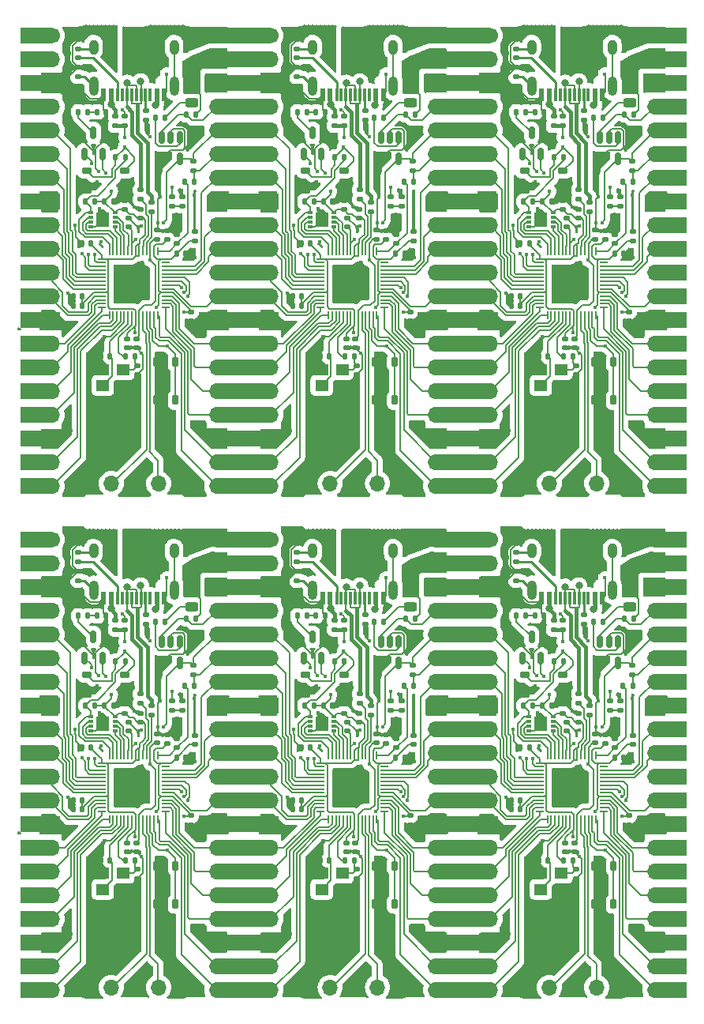
<source format=gbr>
%TF.GenerationSoftware,KiCad,Pcbnew,7.0.9*%
%TF.CreationDate,2024-05-10T15:51:33-04:00*%
%TF.ProjectId,panel,70616e65-6c2e-46b6-9963-61645f706362,rev?*%
%TF.SameCoordinates,Original*%
%TF.FileFunction,Copper,L1,Top*%
%TF.FilePolarity,Positive*%
%FSLAX46Y46*%
G04 Gerber Fmt 4.6, Leading zero omitted, Abs format (unit mm)*
G04 Created by KiCad (PCBNEW 7.0.9) date 2024-05-10 15:51:33*
%MOMM*%
%LPD*%
G01*
G04 APERTURE LIST*
G04 Aperture macros list*
%AMRoundRect*
0 Rectangle with rounded corners*
0 $1 Rounding radius*
0 $2 $3 $4 $5 $6 $7 $8 $9 X,Y pos of 4 corners*
0 Add a 4 corners polygon primitive as box body*
4,1,4,$2,$3,$4,$5,$6,$7,$8,$9,$2,$3,0*
0 Add four circle primitives for the rounded corners*
1,1,$1+$1,$2,$3*
1,1,$1+$1,$4,$5*
1,1,$1+$1,$6,$7*
1,1,$1+$1,$8,$9*
0 Add four rect primitives between the rounded corners*
20,1,$1+$1,$2,$3,$4,$5,0*
20,1,$1+$1,$4,$5,$6,$7,0*
20,1,$1+$1,$6,$7,$8,$9,0*
20,1,$1+$1,$8,$9,$2,$3,0*%
G04 Aperture macros list end*
%TA.AperFunction,SMDPad,CuDef*%
%ADD10RoundRect,0.140000X-0.140000X-0.170000X0.140000X-0.170000X0.140000X0.170000X-0.140000X0.170000X0*%
%TD*%
%TA.AperFunction,SMDPad,CuDef*%
%ADD11RoundRect,0.140000X0.170000X-0.140000X0.170000X0.140000X-0.170000X0.140000X-0.170000X-0.140000X0*%
%TD*%
%TA.AperFunction,SMDPad,CuDef*%
%ADD12RoundRect,0.140000X-0.170000X0.140000X-0.170000X-0.140000X0.170000X-0.140000X0.170000X0.140000X0*%
%TD*%
%TA.AperFunction,SMDPad,CuDef*%
%ADD13RoundRect,0.135000X0.135000X0.185000X-0.135000X0.185000X-0.135000X-0.185000X0.135000X-0.185000X0*%
%TD*%
%TA.AperFunction,ComponentPad*%
%ADD14R,3.500000X1.700000*%
%TD*%
%TA.AperFunction,ComponentPad*%
%ADD15C,1.700000*%
%TD*%
%TA.AperFunction,ComponentPad*%
%ADD16O,1.700000X1.700000*%
%TD*%
%TA.AperFunction,ComponentPad*%
%ADD17R,1.700000X1.700000*%
%TD*%
%TA.AperFunction,SMDPad,CuDef*%
%ADD18R,1.400000X1.200000*%
%TD*%
%TA.AperFunction,SMDPad,CuDef*%
%ADD19RoundRect,0.135000X-0.135000X-0.185000X0.135000X-0.185000X0.135000X0.185000X-0.135000X0.185000X0*%
%TD*%
%TA.AperFunction,SMDPad,CuDef*%
%ADD20RoundRect,0.140000X0.140000X0.170000X-0.140000X0.170000X-0.140000X-0.170000X0.140000X-0.170000X0*%
%TD*%
%TA.AperFunction,SMDPad,CuDef*%
%ADD21RoundRect,0.147500X0.147500X0.172500X-0.147500X0.172500X-0.147500X-0.172500X0.147500X-0.172500X0*%
%TD*%
%TA.AperFunction,SMDPad,CuDef*%
%ADD22RoundRect,0.162500X0.162500X-0.362500X0.162500X0.362500X-0.162500X0.362500X-0.162500X-0.362500X0*%
%TD*%
%TA.AperFunction,SMDPad,CuDef*%
%ADD23RoundRect,0.243750X-0.456250X0.243750X-0.456250X-0.243750X0.456250X-0.243750X0.456250X0.243750X0*%
%TD*%
%TA.AperFunction,SMDPad,CuDef*%
%ADD24RoundRect,0.135000X-0.185000X0.135000X-0.185000X-0.135000X0.185000X-0.135000X0.185000X0.135000X0*%
%TD*%
%TA.AperFunction,SMDPad,CuDef*%
%ADD25RoundRect,0.087500X-0.175000X-0.087500X0.175000X-0.087500X0.175000X0.087500X-0.175000X0.087500X0*%
%TD*%
%TA.AperFunction,SMDPad,CuDef*%
%ADD26R,1.400000X1.600000*%
%TD*%
%TA.AperFunction,SMDPad,CuDef*%
%ADD27RoundRect,0.050000X-0.387500X-0.050000X0.387500X-0.050000X0.387500X0.050000X-0.387500X0.050000X0*%
%TD*%
%TA.AperFunction,SMDPad,CuDef*%
%ADD28RoundRect,0.050000X-0.050000X-0.387500X0.050000X-0.387500X0.050000X0.387500X-0.050000X0.387500X0*%
%TD*%
%TA.AperFunction,ComponentPad*%
%ADD29C,0.600000*%
%TD*%
%TA.AperFunction,SMDPad,CuDef*%
%ADD30RoundRect,0.144000X-1.456000X-1.456000X1.456000X-1.456000X1.456000X1.456000X-1.456000X1.456000X0*%
%TD*%
%TA.AperFunction,SMDPad,CuDef*%
%ADD31R,0.600000X1.450000*%
%TD*%
%TA.AperFunction,SMDPad,CuDef*%
%ADD32R,0.300000X1.450000*%
%TD*%
%TA.AperFunction,ComponentPad*%
%ADD33O,1.000000X2.100000*%
%TD*%
%TA.AperFunction,ComponentPad*%
%ADD34O,1.000000X1.600000*%
%TD*%
%TA.AperFunction,SMDPad,CuDef*%
%ADD35RoundRect,0.225000X0.375000X-0.225000X0.375000X0.225000X-0.375000X0.225000X-0.375000X-0.225000X0*%
%TD*%
%TA.AperFunction,SMDPad,CuDef*%
%ADD36RoundRect,0.150000X0.150000X-0.512500X0.150000X0.512500X-0.150000X0.512500X-0.150000X-0.512500X0*%
%TD*%
%TA.AperFunction,SMDPad,CuDef*%
%ADD37RoundRect,0.135000X0.185000X-0.135000X0.185000X0.135000X-0.185000X0.135000X-0.185000X-0.135000X0*%
%TD*%
%TA.AperFunction,SMDPad,CuDef*%
%ADD38RoundRect,0.162500X0.362500X0.162500X-0.362500X0.162500X-0.362500X-0.162500X0.362500X-0.162500X0*%
%TD*%
%TA.AperFunction,ComponentPad*%
%ADD39RoundRect,0.425000X0.425000X-0.425000X0.425000X0.425000X-0.425000X0.425000X-0.425000X-0.425000X0*%
%TD*%
%TA.AperFunction,SMDPad,CuDef*%
%ADD40RoundRect,0.147500X-0.172500X0.147500X-0.172500X-0.147500X0.172500X-0.147500X0.172500X0.147500X0*%
%TD*%
%TA.AperFunction,SMDPad,CuDef*%
%ADD41RoundRect,0.150000X-0.150000X0.512500X-0.150000X-0.512500X0.150000X-0.512500X0.150000X0.512500X0*%
%TD*%
%TA.AperFunction,ViaPad*%
%ADD42C,0.800000*%
%TD*%
%TA.AperFunction,ViaPad*%
%ADD43C,0.400000*%
%TD*%
%TA.AperFunction,Conductor*%
%ADD44C,0.150000*%
%TD*%
%TA.AperFunction,Conductor*%
%ADD45C,0.400000*%
%TD*%
%TA.AperFunction,Conductor*%
%ADD46C,0.250000*%
%TD*%
G04 APERTURE END LIST*
D10*
%TO.P,C4,1*%
%TO.N,Board_0-+3V3*%
X129540000Y-49840000D03*
%TO.P,C4,2*%
%TO.N,Board_0-GND*%
X130500000Y-49840000D03*
%TD*%
D11*
%TO.P,C12,1*%
%TO.N,Board_5-Net-(U1-ADC_AVDD)*%
X176580000Y-102780000D03*
%TO.P,C12,2*%
%TO.N,Board_5-GND*%
X176580000Y-101820000D03*
%TD*%
D12*
%TO.P,C2,1*%
%TO.N,Board_5-+1V1*%
X172210000Y-112980000D03*
%TO.P,C2,2*%
%TO.N,Board_5-GND*%
X172210000Y-113940000D03*
%TD*%
D13*
%TO.P,R7,1*%
%TO.N,Board_3-Net-(C14-Pad1)*%
X125080000Y-114870000D03*
%TO.P,R7,2*%
%TO.N,Board_3-XOUT*%
X124060000Y-114870000D03*
%TD*%
D14*
%TO.P,J1,1,Pin_1*%
%TO.N,Board_1-/GPIO0*%
X137970000Y-26490000D03*
D15*
X139670000Y-26490000D03*
D14*
%TO.P,J1,2,Pin_2*%
%TO.N,Board_1-/GPIO1*%
X137970000Y-29030000D03*
D16*
X139670000Y-29030000D03*
D14*
%TO.P,J1,3,Pin_3*%
%TO.N,Board_1-GND*%
X137970000Y-31570000D03*
D17*
X139670000Y-31570000D03*
D14*
%TO.P,J1,4,Pin_4*%
%TO.N,Board_1-/GPIO2*%
X137970000Y-34110000D03*
D16*
X139670000Y-34110000D03*
D14*
%TO.P,J1,5,Pin_5*%
%TO.N,Board_1-/GPIO3*%
X137970000Y-36650000D03*
D16*
X139670000Y-36650000D03*
D14*
%TO.P,J1,6,Pin_6*%
%TO.N,Board_1-/GPIO4*%
X137970000Y-39190000D03*
D16*
X139670000Y-39190000D03*
D14*
%TO.P,J1,7,Pin_7*%
%TO.N,Board_1-/GPIO5*%
X137960000Y-41730000D03*
D16*
X139670000Y-41730000D03*
D14*
%TO.P,J1,8,Pin_8*%
%TO.N,Board_1-GND*%
X137970000Y-44270000D03*
D17*
X139670000Y-44270000D03*
D14*
%TO.P,J1,9,Pin_9*%
%TO.N,Board_1-/GPIO6*%
X137970000Y-46810000D03*
D16*
X139670000Y-46810000D03*
D14*
%TO.P,J1,10,Pin_10*%
%TO.N,Board_1-/GPIO7*%
X137970000Y-49350000D03*
D16*
X139670000Y-49350000D03*
D14*
%TO.P,J1,11,Pin_11*%
%TO.N,Board_1-/GPIO8*%
X137970000Y-51890000D03*
D16*
X139670000Y-51890000D03*
D14*
%TO.P,J1,12,Pin_12*%
%TO.N,Board_1-/GPIO9*%
X137980000Y-54430000D03*
D16*
X139670000Y-54430000D03*
D14*
%TO.P,J1,13,Pin_13*%
%TO.N,Board_1-GND*%
X137970000Y-56970000D03*
D17*
X139670000Y-56970000D03*
D14*
%TO.P,J1,14,Pin_14*%
%TO.N,Board_1-/GPIO10*%
X137970000Y-59510000D03*
D16*
X139670000Y-59510000D03*
D14*
%TO.P,J1,15,Pin_15*%
%TO.N,Board_1-/GPIO11*%
X137970000Y-62050000D03*
D16*
X139670000Y-62050000D03*
D14*
%TO.P,J1,16,Pin_16*%
%TO.N,Board_1-/GPIO12*%
X137970000Y-64590000D03*
D16*
X139670000Y-64590000D03*
D14*
%TO.P,J1,17,Pin_17*%
%TO.N,Board_1-/GPIO13*%
X137970000Y-67140000D03*
D16*
X139670000Y-67130000D03*
D14*
%TO.P,J1,18,Pin_18*%
%TO.N,Board_1-GND*%
X137970000Y-69670000D03*
D17*
X139670000Y-69670000D03*
D14*
%TO.P,J1,19,Pin_19*%
%TO.N,Board_1-/GPIO14*%
X137970000Y-72220000D03*
D16*
X139670000Y-72210000D03*
D14*
%TO.P,J1,20,Pin_20*%
%TO.N,Board_1-/GPIO15*%
X137970000Y-74750000D03*
D16*
X139670000Y-74750000D03*
%TD*%
D18*
%TO.P,Y1,1,1*%
%TO.N,Board_5-Net-(C14-Pad1)*%
X170810000Y-116260000D03*
%TO.P,Y1,2,2*%
%TO.N,Board_5-GND*%
X168610000Y-116260000D03*
%TO.P,Y1,3,3*%
%TO.N,Board_5-XIN*%
X168610000Y-117960000D03*
%TO.P,Y1,4,4*%
%TO.N,Board_5-GND*%
X170810000Y-117960000D03*
%TD*%
D11*
%TO.P,C1,1*%
%TO.N,Board_5-+1V1*%
X171390000Y-101000000D03*
%TO.P,C1,2*%
%TO.N,Board_5-GND*%
X171390000Y-100040000D03*
%TD*%
%TO.P,C19,1*%
%TO.N,Board_5-+3V3*%
X170980000Y-99100000D03*
%TO.P,C19,2*%
%TO.N,Board_5-GND*%
X170980000Y-98140000D03*
%TD*%
D19*
%TO.P,R6,1*%
%TO.N,Board_3-Net-(Q1-D)*%
X119000000Y-88650000D03*
%TO.P,R6,2*%
%TO.N,Board_3-Net-(D2-A)*%
X120020000Y-88650000D03*
%TD*%
D20*
%TO.P,C16,1*%
%TO.N,Board_5-GND*%
X169760000Y-98260000D03*
%TO.P,C16,2*%
%TO.N,Board_5-+3V3*%
X168800000Y-98260000D03*
%TD*%
D21*
%TO.P,D2,1,K*%
%TO.N,Board_5-GND*%
X168965000Y-88650000D03*
%TO.P,D2,2,A*%
%TO.N,Board_5-Net-(D2-A)*%
X167995000Y-88650000D03*
%TD*%
D22*
%TO.P,SW1,1,1*%
%TO.N,Board_4-GND*%
X150822500Y-119542500D03*
X150822500Y-115452500D03*
%TO.P,SW1,2,2*%
%TO.N,Board_4-/RUN*%
X152922500Y-119542500D03*
X152922500Y-115452500D03*
%TD*%
D11*
%TO.P,C3,1*%
%TO.N,Board_5-+1V1*%
X174470000Y-102290000D03*
%TO.P,C3,2*%
%TO.N,Board_5-GND*%
X174470000Y-101330000D03*
%TD*%
%TO.P,C3,1*%
%TO.N,Board_3-+1V1*%
X127470000Y-102290000D03*
%TO.P,C3,2*%
%TO.N,Board_3-GND*%
X127470000Y-101330000D03*
%TD*%
%TO.P,C11,1*%
%TO.N,Board_0-+3V3*%
X128530000Y-48330000D03*
%TO.P,C11,2*%
%TO.N,Board_0-GND*%
X128530000Y-47370000D03*
%TD*%
D23*
%TO.P,F1,1*%
%TO.N,Board_3-VSYS*%
X131140000Y-85832500D03*
%TO.P,F1,2*%
%TO.N,Board_3-Net-(F1-Pad2)*%
X131140000Y-87707500D03*
%TD*%
D12*
%TO.P,C6,1*%
%TO.N,Board_3-+3V3*%
X124240000Y-112970000D03*
%TO.P,C6,2*%
%TO.N,Board_3-GND*%
X124240000Y-113930000D03*
%TD*%
D24*
%TO.P,R3,1*%
%TO.N,Board_0-+3V3*%
X131380000Y-39960000D03*
%TO.P,R3,2*%
%TO.N,Board_0-/ADC_VREF*%
X131380000Y-40980000D03*
%TD*%
D19*
%TO.P,R8,1*%
%TO.N,Board_1-/USB_BOOT*%
X146500000Y-39520000D03*
%TO.P,R8,2*%
%TO.N,Board_1-/QSPI_SS*%
X147520000Y-39520000D03*
%TD*%
D11*
%TO.P,C12,1*%
%TO.N,Board_3-Net-(U1-ADC_AVDD)*%
X129580000Y-102780000D03*
%TO.P,C12,2*%
%TO.N,Board_3-GND*%
X129580000Y-101820000D03*
%TD*%
D24*
%TO.P,R3,1*%
%TO.N,Board_5-+3V3*%
X178380000Y-93960000D03*
%TO.P,R3,2*%
%TO.N,Board_5-/ADC_VREF*%
X178380000Y-94980000D03*
%TD*%
D11*
%TO.P,C1,1*%
%TO.N,Board_0-+1V1*%
X124390000Y-47000000D03*
%TO.P,C1,2*%
%TO.N,Board_0-GND*%
X124390000Y-46040000D03*
%TD*%
D12*
%TO.P,C14,1*%
%TO.N,Board_2-Net-(C14-Pad1)*%
X172370000Y-61830000D03*
%TO.P,C14,2*%
%TO.N,Board_2-GND*%
X172370000Y-62790000D03*
%TD*%
D15*
%TO.P,J2,1,Pin_1*%
%TO.N,Board_5-VBUS*%
X180840000Y-80460000D03*
D14*
X182540000Y-80460000D03*
D16*
%TO.P,J2,2,Pin_2*%
%TO.N,Board_5-VSYS*%
X180840000Y-83000000D03*
D14*
X182540000Y-83000000D03*
D17*
%TO.P,J2,3,Pin_3*%
%TO.N,Board_5-GND*%
X180840000Y-85540000D03*
D14*
X182540000Y-85540000D03*
D16*
%TO.P,J2,4,Pin_4*%
%TO.N,Board_5-3V3_EN*%
X180840000Y-88080000D03*
D14*
X182540000Y-88080000D03*
D16*
%TO.P,J2,5,Pin_5*%
%TO.N,Board_5-+3V3*%
X180840000Y-90620000D03*
D14*
X182540000Y-90620000D03*
D16*
%TO.P,J2,6,Pin_6*%
%TO.N,Board_5-/ADC_VREF*%
X180840000Y-93160000D03*
D14*
X182540000Y-93160000D03*
D16*
%TO.P,J2,7,Pin_7*%
%TO.N,Board_5-/GPIO28_ADC2*%
X180840000Y-95700000D03*
D14*
X182550000Y-95700000D03*
D17*
%TO.P,J2,8,Pin_8*%
%TO.N,Board_5-GND*%
X180840000Y-98240000D03*
D14*
X182540000Y-98240000D03*
D16*
%TO.P,J2,9,Pin_9*%
%TO.N,Board_5-/GPIO27_ADC1*%
X180840000Y-100780000D03*
D14*
X182540000Y-100780000D03*
D16*
%TO.P,J2,10,Pin_10*%
%TO.N,Board_5-/GPIO26_ADC0*%
X180840000Y-103320000D03*
D14*
X182540000Y-103320000D03*
D16*
%TO.P,J2,11,Pin_11*%
%TO.N,Board_5-/RUN*%
X180840000Y-105860000D03*
D14*
X182540000Y-105860000D03*
D16*
%TO.P,J2,12,Pin_12*%
%TO.N,Board_5-/GPIO22*%
X180840000Y-108400000D03*
D14*
X182530000Y-108400000D03*
D17*
%TO.P,J2,13,Pin_13*%
%TO.N,Board_5-GND*%
X180840000Y-110940000D03*
D14*
X182540000Y-110940000D03*
D16*
%TO.P,J2,14,Pin_14*%
%TO.N,Board_5-/GPIO21*%
X180840000Y-113480000D03*
D14*
X182540000Y-113480000D03*
D16*
%TO.P,J2,15,Pin_15*%
%TO.N,Board_5-/GPIO20*%
X180840000Y-116020000D03*
D14*
X182540000Y-116020000D03*
D16*
%TO.P,J2,16,Pin_16*%
%TO.N,Board_5-/GPIO19*%
X180840000Y-118560000D03*
D14*
X182540000Y-118560000D03*
D16*
%TO.P,J2,17,Pin_17*%
%TO.N,Board_5-/GPIO18*%
X180840000Y-121100000D03*
D14*
X182540000Y-121110000D03*
D17*
%TO.P,J2,18,Pin_18*%
%TO.N,Board_5-GND*%
X180840000Y-123640000D03*
D14*
X182540000Y-123640000D03*
D16*
%TO.P,J2,19,Pin_19*%
%TO.N,Board_5-/GPIO17*%
X180840000Y-126180000D03*
D14*
X182540000Y-126190000D03*
D16*
%TO.P,J2,20,Pin_20*%
%TO.N,Board_5-/GPIO16*%
X180840000Y-128720000D03*
D14*
X182540000Y-128720000D03*
%TD*%
D25*
%TO.P,U2,1,~{CS}*%
%TO.N,Board_1-/QSPI_SS*%
X143842500Y-45450000D03*
%TO.P,U2,2,DO(IO1)*%
%TO.N,Board_1-/QSPI_SD1*%
X143842500Y-45950000D03*
%TO.P,U2,3,IO2*%
%TO.N,Board_1-/QSPI_SD2*%
X143842500Y-46450000D03*
%TO.P,U2,4,GND*%
%TO.N,Board_1-GND*%
X143842500Y-46950000D03*
%TO.P,U2,5,DI(IO0)*%
%TO.N,Board_1-/QSPI_SD0*%
X146417500Y-46950000D03*
%TO.P,U2,6,CLK*%
%TO.N,Board_1-/QSPI_SCLK*%
X146417500Y-46450000D03*
%TO.P,U2,7,IO3*%
%TO.N,Board_1-/QSPI_SD3*%
X146417500Y-45950000D03*
%TO.P,U2,8,VCC*%
%TO.N,Board_1-+3V3*%
X146417500Y-45450000D03*
D26*
%TO.P,U2,9,EP*%
%TO.N,Board_1-GND*%
X145130000Y-46200000D03*
%TD*%
D20*
%TO.P,C16,1*%
%TO.N,Board_4-GND*%
X146260000Y-98260000D03*
%TO.P,C16,2*%
%TO.N,Board_4-+3V3*%
X145300000Y-98260000D03*
%TD*%
D15*
%TO.P,J2,1,Pin_1*%
%TO.N,Board_3-VBUS*%
X133840000Y-80460000D03*
D14*
X135540000Y-80460000D03*
D16*
%TO.P,J2,2,Pin_2*%
%TO.N,Board_3-VSYS*%
X133840000Y-83000000D03*
D14*
X135540000Y-83000000D03*
D17*
%TO.P,J2,3,Pin_3*%
%TO.N,Board_3-GND*%
X133840000Y-85540000D03*
D14*
X135540000Y-85540000D03*
D16*
%TO.P,J2,4,Pin_4*%
%TO.N,Board_3-3V3_EN*%
X133840000Y-88080000D03*
D14*
X135540000Y-88080000D03*
D16*
%TO.P,J2,5,Pin_5*%
%TO.N,Board_3-+3V3*%
X133840000Y-90620000D03*
D14*
X135540000Y-90620000D03*
D16*
%TO.P,J2,6,Pin_6*%
%TO.N,Board_3-/ADC_VREF*%
X133840000Y-93160000D03*
D14*
X135540000Y-93160000D03*
D16*
%TO.P,J2,7,Pin_7*%
%TO.N,Board_3-/GPIO28_ADC2*%
X133840000Y-95700000D03*
D14*
X135550000Y-95700000D03*
D17*
%TO.P,J2,8,Pin_8*%
%TO.N,Board_3-GND*%
X133840000Y-98240000D03*
D14*
X135540000Y-98240000D03*
D16*
%TO.P,J2,9,Pin_9*%
%TO.N,Board_3-/GPIO27_ADC1*%
X133840000Y-100780000D03*
D14*
X135540000Y-100780000D03*
D16*
%TO.P,J2,10,Pin_10*%
%TO.N,Board_3-/GPIO26_ADC0*%
X133840000Y-103320000D03*
D14*
X135540000Y-103320000D03*
D16*
%TO.P,J2,11,Pin_11*%
%TO.N,Board_3-/RUN*%
X133840000Y-105860000D03*
D14*
X135540000Y-105860000D03*
D16*
%TO.P,J2,12,Pin_12*%
%TO.N,Board_3-/GPIO22*%
X133840000Y-108400000D03*
D14*
X135530000Y-108400000D03*
D17*
%TO.P,J2,13,Pin_13*%
%TO.N,Board_3-GND*%
X133840000Y-110940000D03*
D14*
X135540000Y-110940000D03*
D16*
%TO.P,J2,14,Pin_14*%
%TO.N,Board_3-/GPIO21*%
X133840000Y-113480000D03*
D14*
X135540000Y-113480000D03*
D16*
%TO.P,J2,15,Pin_15*%
%TO.N,Board_3-/GPIO20*%
X133840000Y-116020000D03*
D14*
X135540000Y-116020000D03*
D16*
%TO.P,J2,16,Pin_16*%
%TO.N,Board_3-/GPIO19*%
X133840000Y-118560000D03*
D14*
X135540000Y-118560000D03*
D16*
%TO.P,J2,17,Pin_17*%
%TO.N,Board_3-/GPIO18*%
X133840000Y-121100000D03*
D14*
X135540000Y-121110000D03*
D17*
%TO.P,J2,18,Pin_18*%
%TO.N,Board_3-GND*%
X133840000Y-123640000D03*
D14*
X135540000Y-123640000D03*
D16*
%TO.P,J2,19,Pin_19*%
%TO.N,Board_3-/GPIO17*%
X133840000Y-126180000D03*
D14*
X135540000Y-126190000D03*
D16*
%TO.P,J2,20,Pin_20*%
%TO.N,Board_3-/GPIO16*%
X133840000Y-128720000D03*
D14*
X135540000Y-128720000D03*
%TD*%
D20*
%TO.P,C9,1*%
%TO.N,Board_2-+3V3*%
X167370000Y-48760000D03*
%TO.P,C9,2*%
%TO.N,Board_2-GND*%
X166410000Y-48760000D03*
%TD*%
D19*
%TO.P,R8,1*%
%TO.N,Board_5-/USB_BOOT*%
X170000000Y-93520000D03*
%TO.P,R8,2*%
%TO.N,Board_5-/QSPI_SS*%
X171020000Y-93520000D03*
%TD*%
D10*
%TO.P,C15,1*%
%TO.N,Board_3-GND*%
X121430000Y-114830000D03*
%TO.P,C15,2*%
%TO.N,Board_3-XIN*%
X122390000Y-114830000D03*
%TD*%
D27*
%TO.P,U1,1,IOVDD*%
%TO.N,Board_1-+3V3*%
X144987500Y-50410000D03*
%TO.P,U1,2,GPIO0*%
%TO.N,Board_1-/GPIO0*%
X144987500Y-50810000D03*
%TO.P,U1,3,GPIO1*%
%TO.N,Board_1-/GPIO1*%
X144987500Y-51210000D03*
%TO.P,U1,4,GPIO2*%
%TO.N,Board_1-/GPIO2*%
X144987500Y-51610000D03*
%TO.P,U1,5,GPIO3*%
%TO.N,Board_1-/GPIO3*%
X144987500Y-52010000D03*
%TO.P,U1,6,GPIO4*%
%TO.N,Board_1-/GPIO4*%
X144987500Y-52410000D03*
%TO.P,U1,7,GPIO5*%
%TO.N,Board_1-/GPIO5*%
X144987500Y-52810000D03*
%TO.P,U1,8,GPIO6*%
%TO.N,Board_1-/GPIO6*%
X144987500Y-53210000D03*
%TO.P,U1,9,GPIO7*%
%TO.N,Board_1-/GPIO7*%
X144987500Y-53610000D03*
%TO.P,U1,10,IOVDD*%
%TO.N,Board_1-+3V3*%
X144987500Y-54010000D03*
%TO.P,U1,11,GPIO8*%
%TO.N,Board_1-/GPIO8*%
X144987500Y-54410000D03*
%TO.P,U1,12,GPIO9*%
%TO.N,Board_1-/GPIO9*%
X144987500Y-54810000D03*
%TO.P,U1,13,GPIO10*%
%TO.N,Board_1-/GPIO10*%
X144987500Y-55210000D03*
%TO.P,U1,14,GPIO11*%
%TO.N,Board_1-/GPIO11*%
X144987500Y-55610000D03*
D28*
%TO.P,U1,15,GPIO12*%
%TO.N,Board_1-/GPIO12*%
X145825000Y-56447500D03*
%TO.P,U1,16,GPIO13*%
%TO.N,Board_1-/GPIO13*%
X146225000Y-56447500D03*
%TO.P,U1,17,GPIO14*%
%TO.N,Board_1-/GPIO14*%
X146625000Y-56447500D03*
%TO.P,U1,18,GPIO15*%
%TO.N,Board_1-/GPIO15*%
X147025000Y-56447500D03*
%TO.P,U1,19,TESTEN*%
%TO.N,Board_1-GND*%
X147425000Y-56447500D03*
%TO.P,U1,20,XIN*%
%TO.N,Board_1-XIN*%
X147825000Y-56447500D03*
%TO.P,U1,21,XOUT*%
%TO.N,Board_1-XOUT*%
X148225000Y-56447500D03*
%TO.P,U1,22,IOVDD*%
%TO.N,Board_1-+3V3*%
X148625000Y-56447500D03*
%TO.P,U1,23,DVDD*%
%TO.N,Board_1-+1V1*%
X149025000Y-56447500D03*
%TO.P,U1,24,SWCLK*%
%TO.N,Board_1-/SWCLK*%
X149425000Y-56447500D03*
%TO.P,U1,25,SWD*%
%TO.N,Board_1-/SWD*%
X149825000Y-56447500D03*
%TO.P,U1,26,RUN*%
%TO.N,Board_1-/RUN*%
X150225000Y-56447500D03*
%TO.P,U1,27,GPIO16*%
%TO.N,Board_1-/GPIO16*%
X150625000Y-56447500D03*
%TO.P,U1,28,GPIO17*%
%TO.N,Board_1-/GPIO17*%
X151025000Y-56447500D03*
D27*
%TO.P,U1,29,GPIO18*%
%TO.N,Board_1-/GPIO18*%
X151862500Y-55610000D03*
%TO.P,U1,30,GPIO19*%
%TO.N,Board_1-/GPIO19*%
X151862500Y-55210000D03*
%TO.P,U1,31,GPIO20*%
%TO.N,Board_1-/GPIO20*%
X151862500Y-54810000D03*
%TO.P,U1,32,GPIO21*%
%TO.N,Board_1-/GPIO21*%
X151862500Y-54410000D03*
%TO.P,U1,33,IOVDD*%
%TO.N,Board_1-+3V3*%
X151862500Y-54010000D03*
%TO.P,U1,34,GPIO22*%
%TO.N,Board_1-/GPIO22*%
X151862500Y-53610000D03*
%TO.P,U1,35,GPIO23*%
%TO.N,Board_1-/GPIO23*%
X151862500Y-53210000D03*
%TO.P,U1,36,GPIO24*%
%TO.N,Board_1-/GPIO24*%
X151862500Y-52810000D03*
%TO.P,U1,37,GPIO25*%
%TO.N,Board_1-/GPIO25*%
X151862500Y-52410000D03*
%TO.P,U1,38,GPIO26_ADC0*%
%TO.N,Board_1-/GPIO26_ADC0*%
X151862500Y-52010000D03*
%TO.P,U1,39,GPIO27_ADC1*%
%TO.N,Board_1-/GPIO27_ADC1*%
X151862500Y-51610000D03*
%TO.P,U1,40,GPIO28_ADC2*%
%TO.N,Board_1-/GPIO28_ADC2*%
X151862500Y-51210000D03*
%TO.P,U1,41,GPIO29_ADC3*%
%TO.N,Board_1-/GPIO29_ADC3*%
X151862500Y-50810000D03*
%TO.P,U1,42,IOVDD*%
%TO.N,Board_1-+3V3*%
X151862500Y-50410000D03*
D28*
%TO.P,U1,43,ADC_AVDD*%
%TO.N,Board_1-Net-(U1-ADC_AVDD)*%
X151025000Y-49572500D03*
%TO.P,U1,44,VREG_IN*%
%TO.N,Board_1-+3V3*%
X150625000Y-49572500D03*
%TO.P,U1,45,VREG_VOUT*%
%TO.N,Board_1-+1V1*%
X150225000Y-49572500D03*
%TO.P,U1,46,USB_DM*%
%TO.N,Board_1-Net-(U1-USB_DM)*%
X149825000Y-49572500D03*
%TO.P,U1,47,USB_DP*%
%TO.N,Board_1-Net-(U1-USB_DP)*%
X149425000Y-49572500D03*
%TO.P,U1,48,USB_VDD*%
%TO.N,Board_1-+3V3*%
X149025000Y-49572500D03*
%TO.P,U1,49,IOVDD*%
X148625000Y-49572500D03*
%TO.P,U1,50,DVDD*%
%TO.N,Board_1-+1V1*%
X148225000Y-49572500D03*
%TO.P,U1,51,QSPI_SD3*%
%TO.N,Board_1-/QSPI_SD3*%
X147825000Y-49572500D03*
%TO.P,U1,52,QSPI_SCLK*%
%TO.N,Board_1-/QSPI_SCLK*%
X147425000Y-49572500D03*
%TO.P,U1,53,QSPI_SD0*%
%TO.N,Board_1-/QSPI_SD0*%
X147025000Y-49572500D03*
%TO.P,U1,54,QSPI_SD2*%
%TO.N,Board_1-/QSPI_SD2*%
X146625000Y-49572500D03*
%TO.P,U1,55,QSPI_SD1*%
%TO.N,Board_1-/QSPI_SD1*%
X146225000Y-49572500D03*
%TO.P,U1,56,QSPI_SS*%
%TO.N,Board_1-/QSPI_SS*%
X145825000Y-49572500D03*
D29*
%TO.P,U1,57,GND*%
%TO.N,Board_1-GND*%
X147150000Y-51735000D03*
X147150000Y-53010000D03*
X147150000Y-54285000D03*
X148425000Y-51735000D03*
X148425000Y-53010000D03*
D30*
X148425000Y-53010000D03*
D29*
X148425000Y-54285000D03*
X149700000Y-51735000D03*
X149700000Y-53010000D03*
X149700000Y-54285000D03*
%TD*%
D31*
%TO.P,J4,A1,GND*%
%TO.N,Board_5-GND*%
X175210000Y-86795000D03*
%TO.P,J4,A4,VBUS*%
%TO.N,Board_5-VBUS*%
X174410000Y-86795000D03*
D32*
%TO.P,J4,A5,CC1*%
%TO.N,Board_5-Net-(J4-CC1)*%
X173210000Y-86795000D03*
%TO.P,J4,A6,D+*%
%TO.N,Board_5-/USB_DP*%
X172210000Y-86795000D03*
%TO.P,J4,A7,D-*%
%TO.N,Board_5-/USB_DM*%
X171710000Y-86795000D03*
%TO.P,J4,A8,SBU1*%
%TO.N,Board_5-unconnected-(J4-SBU1-PadA8)*%
X170710000Y-86795000D03*
D31*
%TO.P,J4,A9,VBUS*%
%TO.N,Board_5-VBUS*%
X169510000Y-86795000D03*
%TO.P,J4,A12,GND*%
%TO.N,Board_5-GND*%
X168710000Y-86795000D03*
%TO.P,J4,B1,GND*%
X168710000Y-86795000D03*
%TO.P,J4,B4,VBUS*%
%TO.N,Board_5-VBUS*%
X169510000Y-86795000D03*
D32*
%TO.P,J4,B5,CC2*%
%TO.N,Board_5-Net-(J4-CC2)*%
X170210000Y-86795000D03*
%TO.P,J4,B6,D+*%
%TO.N,Board_5-/USB_DP*%
X171210000Y-86795000D03*
%TO.P,J4,B7,D-*%
%TO.N,Board_5-/USB_DM*%
X172710000Y-86795000D03*
%TO.P,J4,B8,SBU2*%
%TO.N,Board_5-unconnected-(J4-SBU2-PadB8)*%
X173710000Y-86795000D03*
D31*
%TO.P,J4,B9,VBUS*%
%TO.N,Board_5-VBUS*%
X174410000Y-86795000D03*
%TO.P,J4,B12,GND*%
%TO.N,Board_5-GND*%
X175210000Y-86795000D03*
D33*
%TO.P,J4,S1,SHIELD*%
%TO.N,Board_5-Net-(J4-SHIELD)*%
X176280000Y-85880000D03*
D34*
X176280000Y-81700000D03*
D33*
X167640000Y-85880000D03*
D34*
X167640000Y-81700000D03*
%TD*%
D11*
%TO.P,C10,1*%
%TO.N,Board_2-+3V3*%
X178470000Y-48450000D03*
%TO.P,C10,2*%
%TO.N,Board_2-GND*%
X178470000Y-47490000D03*
%TD*%
D22*
%TO.P,SW1,1,1*%
%TO.N,Board_2-GND*%
X174322500Y-65542500D03*
X174322500Y-61452500D03*
%TO.P,SW1,2,2*%
%TO.N,Board_2-/RUN*%
X176422500Y-65542500D03*
X176422500Y-61452500D03*
%TD*%
D11*
%TO.P,C3,1*%
%TO.N,Board_1-+1V1*%
X150970000Y-48290000D03*
%TO.P,C3,2*%
%TO.N,Board_1-GND*%
X150970000Y-47330000D03*
%TD*%
D35*
%TO.P,D3,1,K*%
%TO.N,Board_0-VSYS*%
X131150000Y-30227500D03*
%TO.P,D3,2,A*%
%TO.N,Board_0-VBUS*%
X131150000Y-26927500D03*
%TD*%
D19*
%TO.P,R6,1*%
%TO.N,Board_4-Net-(Q1-D)*%
X142500000Y-88650000D03*
%TO.P,R6,2*%
%TO.N,Board_4-Net-(D2-A)*%
X143520000Y-88650000D03*
%TD*%
D13*
%TO.P,R7,1*%
%TO.N,Board_4-Net-(C14-Pad1)*%
X148580000Y-114870000D03*
%TO.P,R7,2*%
%TO.N,Board_4-XOUT*%
X147560000Y-114870000D03*
%TD*%
%TO.P,R4,1*%
%TO.N,Board_4-/ADC_VREF*%
X154960000Y-96160000D03*
%TO.P,R4,2*%
%TO.N,Board_4-Net-(U1-ADC_AVDD)*%
X153940000Y-96160000D03*
%TD*%
D27*
%TO.P,U1,1,IOVDD*%
%TO.N,Board_4-+3V3*%
X144987500Y-104410000D03*
%TO.P,U1,2,GPIO0*%
%TO.N,Board_4-/GPIO0*%
X144987500Y-104810000D03*
%TO.P,U1,3,GPIO1*%
%TO.N,Board_4-/GPIO1*%
X144987500Y-105210000D03*
%TO.P,U1,4,GPIO2*%
%TO.N,Board_4-/GPIO2*%
X144987500Y-105610000D03*
%TO.P,U1,5,GPIO3*%
%TO.N,Board_4-/GPIO3*%
X144987500Y-106010000D03*
%TO.P,U1,6,GPIO4*%
%TO.N,Board_4-/GPIO4*%
X144987500Y-106410000D03*
%TO.P,U1,7,GPIO5*%
%TO.N,Board_4-/GPIO5*%
X144987500Y-106810000D03*
%TO.P,U1,8,GPIO6*%
%TO.N,Board_4-/GPIO6*%
X144987500Y-107210000D03*
%TO.P,U1,9,GPIO7*%
%TO.N,Board_4-/GPIO7*%
X144987500Y-107610000D03*
%TO.P,U1,10,IOVDD*%
%TO.N,Board_4-+3V3*%
X144987500Y-108010000D03*
%TO.P,U1,11,GPIO8*%
%TO.N,Board_4-/GPIO8*%
X144987500Y-108410000D03*
%TO.P,U1,12,GPIO9*%
%TO.N,Board_4-/GPIO9*%
X144987500Y-108810000D03*
%TO.P,U1,13,GPIO10*%
%TO.N,Board_4-/GPIO10*%
X144987500Y-109210000D03*
%TO.P,U1,14,GPIO11*%
%TO.N,Board_4-/GPIO11*%
X144987500Y-109610000D03*
D28*
%TO.P,U1,15,GPIO12*%
%TO.N,Board_4-/GPIO12*%
X145825000Y-110447500D03*
%TO.P,U1,16,GPIO13*%
%TO.N,Board_4-/GPIO13*%
X146225000Y-110447500D03*
%TO.P,U1,17,GPIO14*%
%TO.N,Board_4-/GPIO14*%
X146625000Y-110447500D03*
%TO.P,U1,18,GPIO15*%
%TO.N,Board_4-/GPIO15*%
X147025000Y-110447500D03*
%TO.P,U1,19,TESTEN*%
%TO.N,Board_4-GND*%
X147425000Y-110447500D03*
%TO.P,U1,20,XIN*%
%TO.N,Board_4-XIN*%
X147825000Y-110447500D03*
%TO.P,U1,21,XOUT*%
%TO.N,Board_4-XOUT*%
X148225000Y-110447500D03*
%TO.P,U1,22,IOVDD*%
%TO.N,Board_4-+3V3*%
X148625000Y-110447500D03*
%TO.P,U1,23,DVDD*%
%TO.N,Board_4-+1V1*%
X149025000Y-110447500D03*
%TO.P,U1,24,SWCLK*%
%TO.N,Board_4-/SWCLK*%
X149425000Y-110447500D03*
%TO.P,U1,25,SWD*%
%TO.N,Board_4-/SWD*%
X149825000Y-110447500D03*
%TO.P,U1,26,RUN*%
%TO.N,Board_4-/RUN*%
X150225000Y-110447500D03*
%TO.P,U1,27,GPIO16*%
%TO.N,Board_4-/GPIO16*%
X150625000Y-110447500D03*
%TO.P,U1,28,GPIO17*%
%TO.N,Board_4-/GPIO17*%
X151025000Y-110447500D03*
D27*
%TO.P,U1,29,GPIO18*%
%TO.N,Board_4-/GPIO18*%
X151862500Y-109610000D03*
%TO.P,U1,30,GPIO19*%
%TO.N,Board_4-/GPIO19*%
X151862500Y-109210000D03*
%TO.P,U1,31,GPIO20*%
%TO.N,Board_4-/GPIO20*%
X151862500Y-108810000D03*
%TO.P,U1,32,GPIO21*%
%TO.N,Board_4-/GPIO21*%
X151862500Y-108410000D03*
%TO.P,U1,33,IOVDD*%
%TO.N,Board_4-+3V3*%
X151862500Y-108010000D03*
%TO.P,U1,34,GPIO22*%
%TO.N,Board_4-/GPIO22*%
X151862500Y-107610000D03*
%TO.P,U1,35,GPIO23*%
%TO.N,Board_4-/GPIO23*%
X151862500Y-107210000D03*
%TO.P,U1,36,GPIO24*%
%TO.N,Board_4-/GPIO24*%
X151862500Y-106810000D03*
%TO.P,U1,37,GPIO25*%
%TO.N,Board_4-/GPIO25*%
X151862500Y-106410000D03*
%TO.P,U1,38,GPIO26_ADC0*%
%TO.N,Board_4-/GPIO26_ADC0*%
X151862500Y-106010000D03*
%TO.P,U1,39,GPIO27_ADC1*%
%TO.N,Board_4-/GPIO27_ADC1*%
X151862500Y-105610000D03*
%TO.P,U1,40,GPIO28_ADC2*%
%TO.N,Board_4-/GPIO28_ADC2*%
X151862500Y-105210000D03*
%TO.P,U1,41,GPIO29_ADC3*%
%TO.N,Board_4-/GPIO29_ADC3*%
X151862500Y-104810000D03*
%TO.P,U1,42,IOVDD*%
%TO.N,Board_4-+3V3*%
X151862500Y-104410000D03*
D28*
%TO.P,U1,43,ADC_AVDD*%
%TO.N,Board_4-Net-(U1-ADC_AVDD)*%
X151025000Y-103572500D03*
%TO.P,U1,44,VREG_IN*%
%TO.N,Board_4-+3V3*%
X150625000Y-103572500D03*
%TO.P,U1,45,VREG_VOUT*%
%TO.N,Board_4-+1V1*%
X150225000Y-103572500D03*
%TO.P,U1,46,USB_DM*%
%TO.N,Board_4-Net-(U1-USB_DM)*%
X149825000Y-103572500D03*
%TO.P,U1,47,USB_DP*%
%TO.N,Board_4-Net-(U1-USB_DP)*%
X149425000Y-103572500D03*
%TO.P,U1,48,USB_VDD*%
%TO.N,Board_4-+3V3*%
X149025000Y-103572500D03*
%TO.P,U1,49,IOVDD*%
X148625000Y-103572500D03*
%TO.P,U1,50,DVDD*%
%TO.N,Board_4-+1V1*%
X148225000Y-103572500D03*
%TO.P,U1,51,QSPI_SD3*%
%TO.N,Board_4-/QSPI_SD3*%
X147825000Y-103572500D03*
%TO.P,U1,52,QSPI_SCLK*%
%TO.N,Board_4-/QSPI_SCLK*%
X147425000Y-103572500D03*
%TO.P,U1,53,QSPI_SD0*%
%TO.N,Board_4-/QSPI_SD0*%
X147025000Y-103572500D03*
%TO.P,U1,54,QSPI_SD2*%
%TO.N,Board_4-/QSPI_SD2*%
X146625000Y-103572500D03*
%TO.P,U1,55,QSPI_SD1*%
%TO.N,Board_4-/QSPI_SD1*%
X146225000Y-103572500D03*
%TO.P,U1,56,QSPI_SS*%
%TO.N,Board_4-/QSPI_SS*%
X145825000Y-103572500D03*
D29*
%TO.P,U1,57,GND*%
%TO.N,Board_4-GND*%
X147150000Y-105735000D03*
X147150000Y-107010000D03*
X147150000Y-108285000D03*
X148425000Y-105735000D03*
X148425000Y-107010000D03*
D30*
X148425000Y-107010000D03*
D29*
X148425000Y-108285000D03*
X149700000Y-105735000D03*
X149700000Y-107010000D03*
X149700000Y-108285000D03*
%TD*%
D12*
%TO.P,C7,1*%
%TO.N,Board_5-+3V3*%
X178090000Y-110080000D03*
%TO.P,C7,2*%
%TO.N,Board_5-GND*%
X178090000Y-111040000D03*
%TD*%
D25*
%TO.P,U2,1,~{CS}*%
%TO.N,Board_5-/QSPI_SS*%
X167342500Y-99450000D03*
%TO.P,U2,2,DO(IO1)*%
%TO.N,Board_5-/QSPI_SD1*%
X167342500Y-99950000D03*
%TO.P,U2,3,IO2*%
%TO.N,Board_5-/QSPI_SD2*%
X167342500Y-100450000D03*
%TO.P,U2,4,GND*%
%TO.N,Board_5-GND*%
X167342500Y-100950000D03*
%TO.P,U2,5,DI(IO0)*%
%TO.N,Board_5-/QSPI_SD0*%
X169917500Y-100950000D03*
%TO.P,U2,6,CLK*%
%TO.N,Board_5-/QSPI_SCLK*%
X169917500Y-100450000D03*
%TO.P,U2,7,IO3*%
%TO.N,Board_5-/QSPI_SD3*%
X169917500Y-99950000D03*
%TO.P,U2,8,VCC*%
%TO.N,Board_5-+3V3*%
X169917500Y-99450000D03*
D26*
%TO.P,U2,9,EP*%
%TO.N,Board_5-GND*%
X168630000Y-100200000D03*
%TD*%
D20*
%TO.P,C13,1*%
%TO.N,Board_1-+3V3*%
X142930000Y-54420000D03*
%TO.P,C13,2*%
%TO.N,Board_1-GND*%
X141970000Y-54420000D03*
%TD*%
D11*
%TO.P,C11,1*%
%TO.N,Board_1-+3V3*%
X152030000Y-48330000D03*
%TO.P,C11,2*%
%TO.N,Board_1-GND*%
X152030000Y-47370000D03*
%TD*%
%TO.P,C5,1*%
%TO.N,Board_5-+3V3*%
X172660000Y-100060000D03*
%TO.P,C5,2*%
%TO.N,Board_5-GND*%
X172660000Y-99100000D03*
%TD*%
D24*
%TO.P,R14,1*%
%TO.N,Board_5-GND*%
X170970000Y-89110000D03*
%TO.P,R14,2*%
%TO.N,Board_5-/GPIO24*%
X170970000Y-90130000D03*
%TD*%
D13*
%TO.P,R15,1*%
%TO.N,Board_1-VSYS*%
X155100000Y-34960000D03*
%TO.P,R15,2*%
%TO.N,Board_1-3V3_EN*%
X154080000Y-34960000D03*
%TD*%
D11*
%TO.P,C1,1*%
%TO.N,Board_1-+1V1*%
X147890000Y-47000000D03*
%TO.P,C1,2*%
%TO.N,Board_1-GND*%
X147890000Y-46040000D03*
%TD*%
D19*
%TO.P,FB1,1*%
%TO.N,Board_0-Net-(U3-IN)*%
X127250000Y-35310000D03*
%TO.P,FB1,2*%
%TO.N,Board_0-Net-(F1-Pad2)*%
X128270000Y-35310000D03*
%TD*%
D15*
%TO.P,J2,1,Pin_1*%
%TO.N,Board_0-VBUS*%
X133840000Y-26460000D03*
D14*
X135540000Y-26460000D03*
D16*
%TO.P,J2,2,Pin_2*%
%TO.N,Board_0-VSYS*%
X133840000Y-29000000D03*
D14*
X135540000Y-29000000D03*
D17*
%TO.P,J2,3,Pin_3*%
%TO.N,Board_0-GND*%
X133840000Y-31540000D03*
D14*
X135540000Y-31540000D03*
D16*
%TO.P,J2,4,Pin_4*%
%TO.N,Board_0-3V3_EN*%
X133840000Y-34080000D03*
D14*
X135540000Y-34080000D03*
D16*
%TO.P,J2,5,Pin_5*%
%TO.N,Board_0-+3V3*%
X133840000Y-36620000D03*
D14*
X135540000Y-36620000D03*
D16*
%TO.P,J2,6,Pin_6*%
%TO.N,Board_0-/ADC_VREF*%
X133840000Y-39160000D03*
D14*
X135540000Y-39160000D03*
D16*
%TO.P,J2,7,Pin_7*%
%TO.N,Board_0-/GPIO28_ADC2*%
X133840000Y-41700000D03*
D14*
X135550000Y-41700000D03*
D17*
%TO.P,J2,8,Pin_8*%
%TO.N,Board_0-GND*%
X133840000Y-44240000D03*
D14*
X135540000Y-44240000D03*
D16*
%TO.P,J2,9,Pin_9*%
%TO.N,Board_0-/GPIO27_ADC1*%
X133840000Y-46780000D03*
D14*
X135540000Y-46780000D03*
D16*
%TO.P,J2,10,Pin_10*%
%TO.N,Board_0-/GPIO26_ADC0*%
X133840000Y-49320000D03*
D14*
X135540000Y-49320000D03*
D16*
%TO.P,J2,11,Pin_11*%
%TO.N,Board_0-/RUN*%
X133840000Y-51860000D03*
D14*
X135540000Y-51860000D03*
D16*
%TO.P,J2,12,Pin_12*%
%TO.N,Board_0-/GPIO22*%
X133840000Y-54400000D03*
D14*
X135530000Y-54400000D03*
D17*
%TO.P,J2,13,Pin_13*%
%TO.N,Board_0-GND*%
X133840000Y-56940000D03*
D14*
X135540000Y-56940000D03*
D16*
%TO.P,J2,14,Pin_14*%
%TO.N,Board_0-/GPIO21*%
X133840000Y-59480000D03*
D14*
X135540000Y-59480000D03*
D16*
%TO.P,J2,15,Pin_15*%
%TO.N,Board_0-/GPIO20*%
X133840000Y-62020000D03*
D14*
X135540000Y-62020000D03*
D16*
%TO.P,J2,16,Pin_16*%
%TO.N,Board_0-/GPIO19*%
X133840000Y-64560000D03*
D14*
X135540000Y-64560000D03*
D16*
%TO.P,J2,17,Pin_17*%
%TO.N,Board_0-/GPIO18*%
X133840000Y-67100000D03*
D14*
X135540000Y-67110000D03*
D17*
%TO.P,J2,18,Pin_18*%
%TO.N,Board_0-GND*%
X133840000Y-69640000D03*
D14*
X135540000Y-69640000D03*
D16*
%TO.P,J2,19,Pin_19*%
%TO.N,Board_0-/GPIO17*%
X133840000Y-72180000D03*
D14*
X135540000Y-72190000D03*
D16*
%TO.P,J2,20,Pin_20*%
%TO.N,Board_0-/GPIO16*%
X133840000Y-74720000D03*
D14*
X135540000Y-74720000D03*
%TD*%
D19*
%TO.P,R9,1*%
%TO.N,Board_2-/QSPI_SS*%
X166750000Y-44260000D03*
%TO.P,R9,2*%
%TO.N,Board_2-+3V3*%
X167770000Y-44260000D03*
%TD*%
D11*
%TO.P,C1,1*%
%TO.N,Board_4-+1V1*%
X147890000Y-101000000D03*
%TO.P,C1,2*%
%TO.N,Board_4-GND*%
X147890000Y-100040000D03*
%TD*%
D23*
%TO.P,F1,1*%
%TO.N,Board_4-VSYS*%
X154640000Y-85832500D03*
%TO.P,F1,2*%
%TO.N,Board_4-Net-(F1-Pad2)*%
X154640000Y-87707500D03*
%TD*%
D20*
%TO.P,C16,1*%
%TO.N,Board_2-GND*%
X169760000Y-44260000D03*
%TO.P,C16,2*%
%TO.N,Board_2-+3V3*%
X168800000Y-44260000D03*
%TD*%
D11*
%TO.P,C10,1*%
%TO.N,Board_3-+3V3*%
X131470000Y-102450000D03*
%TO.P,C10,2*%
%TO.N,Board_3-GND*%
X131470000Y-101490000D03*
%TD*%
D10*
%TO.P,C4,1*%
%TO.N,Board_4-+3V3*%
X153040000Y-103840000D03*
%TO.P,C4,2*%
%TO.N,Board_4-GND*%
X154000000Y-103840000D03*
%TD*%
D14*
%TO.P,J1,1,Pin_1*%
%TO.N,Board_4-/GPIO0*%
X137970000Y-80490000D03*
D15*
X139670000Y-80490000D03*
D14*
%TO.P,J1,2,Pin_2*%
%TO.N,Board_4-/GPIO1*%
X137970000Y-83030000D03*
D16*
X139670000Y-83030000D03*
D14*
%TO.P,J1,3,Pin_3*%
%TO.N,Board_4-GND*%
X137970000Y-85570000D03*
D17*
X139670000Y-85570000D03*
D14*
%TO.P,J1,4,Pin_4*%
%TO.N,Board_4-/GPIO2*%
X137970000Y-88110000D03*
D16*
X139670000Y-88110000D03*
D14*
%TO.P,J1,5,Pin_5*%
%TO.N,Board_4-/GPIO3*%
X137970000Y-90650000D03*
D16*
X139670000Y-90650000D03*
D14*
%TO.P,J1,6,Pin_6*%
%TO.N,Board_4-/GPIO4*%
X137970000Y-93190000D03*
D16*
X139670000Y-93190000D03*
D14*
%TO.P,J1,7,Pin_7*%
%TO.N,Board_4-/GPIO5*%
X137960000Y-95730000D03*
D16*
X139670000Y-95730000D03*
D14*
%TO.P,J1,8,Pin_8*%
%TO.N,Board_4-GND*%
X137970000Y-98270000D03*
D17*
X139670000Y-98270000D03*
D14*
%TO.P,J1,9,Pin_9*%
%TO.N,Board_4-/GPIO6*%
X137970000Y-100810000D03*
D16*
X139670000Y-100810000D03*
D14*
%TO.P,J1,10,Pin_10*%
%TO.N,Board_4-/GPIO7*%
X137970000Y-103350000D03*
D16*
X139670000Y-103350000D03*
D14*
%TO.P,J1,11,Pin_11*%
%TO.N,Board_4-/GPIO8*%
X137970000Y-105890000D03*
D16*
X139670000Y-105890000D03*
D14*
%TO.P,J1,12,Pin_12*%
%TO.N,Board_4-/GPIO9*%
X137980000Y-108430000D03*
D16*
X139670000Y-108430000D03*
D14*
%TO.P,J1,13,Pin_13*%
%TO.N,Board_4-GND*%
X137970000Y-110970000D03*
D17*
X139670000Y-110970000D03*
D14*
%TO.P,J1,14,Pin_14*%
%TO.N,Board_4-/GPIO10*%
X137970000Y-113510000D03*
D16*
X139670000Y-113510000D03*
D14*
%TO.P,J1,15,Pin_15*%
%TO.N,Board_4-/GPIO11*%
X137970000Y-116050000D03*
D16*
X139670000Y-116050000D03*
D14*
%TO.P,J1,16,Pin_16*%
%TO.N,Board_4-/GPIO12*%
X137970000Y-118590000D03*
D16*
X139670000Y-118590000D03*
D14*
%TO.P,J1,17,Pin_17*%
%TO.N,Board_4-/GPIO13*%
X137970000Y-121140000D03*
D16*
X139670000Y-121130000D03*
D14*
%TO.P,J1,18,Pin_18*%
%TO.N,Board_4-GND*%
X137970000Y-123670000D03*
D17*
X139670000Y-123670000D03*
D14*
%TO.P,J1,19,Pin_19*%
%TO.N,Board_4-/GPIO14*%
X137970000Y-126220000D03*
D16*
X139670000Y-126210000D03*
D14*
%TO.P,J1,20,Pin_20*%
%TO.N,Board_4-/GPIO15*%
X137970000Y-128750000D03*
D16*
X139670000Y-128750000D03*
%TD*%
D11*
%TO.P,C19,1*%
%TO.N,Board_2-+3V3*%
X170980000Y-45100000D03*
%TO.P,C19,2*%
%TO.N,Board_2-GND*%
X170980000Y-44140000D03*
%TD*%
D36*
%TO.P,Q1,1,G*%
%TO.N,Board_5-/GPIO23*%
X166670000Y-93177500D03*
%TO.P,Q1,2,S*%
%TO.N,Board_5-+3V3*%
X168570000Y-93177500D03*
%TO.P,Q1,3,D*%
%TO.N,Board_5-Net-(Q1-D)*%
X167620000Y-90902500D03*
%TD*%
D24*
%TO.P,R11,1*%
%TO.N,Board_4-Net-(J4-CC1)*%
X149760000Y-88520000D03*
%TO.P,R11,2*%
%TO.N,Board_4-GND*%
X149760000Y-89540000D03*
%TD*%
D11*
%TO.P,C3,1*%
%TO.N,Board_2-+1V1*%
X174470000Y-48290000D03*
%TO.P,C3,2*%
%TO.N,Board_2-GND*%
X174470000Y-47330000D03*
%TD*%
D37*
%TO.P,R2,1*%
%TO.N,Board_4-Net-(U1-USB_DM)*%
X150370000Y-99320000D03*
%TO.P,R2,2*%
%TO.N,Board_4-/USB_DM*%
X150370000Y-98300000D03*
%TD*%
D15*
%TO.P,J2,1,Pin_1*%
%TO.N,Board_1-VBUS*%
X157340000Y-26460000D03*
D14*
X159040000Y-26460000D03*
D16*
%TO.P,J2,2,Pin_2*%
%TO.N,Board_1-VSYS*%
X157340000Y-29000000D03*
D14*
X159040000Y-29000000D03*
D17*
%TO.P,J2,3,Pin_3*%
%TO.N,Board_1-GND*%
X157340000Y-31540000D03*
D14*
X159040000Y-31540000D03*
D16*
%TO.P,J2,4,Pin_4*%
%TO.N,Board_1-3V3_EN*%
X157340000Y-34080000D03*
D14*
X159040000Y-34080000D03*
D16*
%TO.P,J2,5,Pin_5*%
%TO.N,Board_1-+3V3*%
X157340000Y-36620000D03*
D14*
X159040000Y-36620000D03*
D16*
%TO.P,J2,6,Pin_6*%
%TO.N,Board_1-/ADC_VREF*%
X157340000Y-39160000D03*
D14*
X159040000Y-39160000D03*
D16*
%TO.P,J2,7,Pin_7*%
%TO.N,Board_1-/GPIO28_ADC2*%
X157340000Y-41700000D03*
D14*
X159050000Y-41700000D03*
D17*
%TO.P,J2,8,Pin_8*%
%TO.N,Board_1-GND*%
X157340000Y-44240000D03*
D14*
X159040000Y-44240000D03*
D16*
%TO.P,J2,9,Pin_9*%
%TO.N,Board_1-/GPIO27_ADC1*%
X157340000Y-46780000D03*
D14*
X159040000Y-46780000D03*
D16*
%TO.P,J2,10,Pin_10*%
%TO.N,Board_1-/GPIO26_ADC0*%
X157340000Y-49320000D03*
D14*
X159040000Y-49320000D03*
D16*
%TO.P,J2,11,Pin_11*%
%TO.N,Board_1-/RUN*%
X157340000Y-51860000D03*
D14*
X159040000Y-51860000D03*
D16*
%TO.P,J2,12,Pin_12*%
%TO.N,Board_1-/GPIO22*%
X157340000Y-54400000D03*
D14*
X159030000Y-54400000D03*
D17*
%TO.P,J2,13,Pin_13*%
%TO.N,Board_1-GND*%
X157340000Y-56940000D03*
D14*
X159040000Y-56940000D03*
D16*
%TO.P,J2,14,Pin_14*%
%TO.N,Board_1-/GPIO21*%
X157340000Y-59480000D03*
D14*
X159040000Y-59480000D03*
D16*
%TO.P,J2,15,Pin_15*%
%TO.N,Board_1-/GPIO20*%
X157340000Y-62020000D03*
D14*
X159040000Y-62020000D03*
D16*
%TO.P,J2,16,Pin_16*%
%TO.N,Board_1-/GPIO19*%
X157340000Y-64560000D03*
D14*
X159040000Y-64560000D03*
D16*
%TO.P,J2,17,Pin_17*%
%TO.N,Board_1-/GPIO18*%
X157340000Y-67100000D03*
D14*
X159040000Y-67110000D03*
D17*
%TO.P,J2,18,Pin_18*%
%TO.N,Board_1-GND*%
X157340000Y-69640000D03*
D14*
X159040000Y-69640000D03*
D16*
%TO.P,J2,19,Pin_19*%
%TO.N,Board_1-/GPIO17*%
X157340000Y-72180000D03*
D14*
X159040000Y-72190000D03*
D16*
%TO.P,J2,20,Pin_20*%
%TO.N,Board_1-/GPIO16*%
X157340000Y-74720000D03*
D14*
X159040000Y-74720000D03*
%TD*%
D24*
%TO.P,R5,1*%
%TO.N,Board_5-/GPIO25*%
X176040000Y-97730000D03*
%TO.P,R5,2*%
%TO.N,Board_5-Net-(D1-A)*%
X176040000Y-98750000D03*
%TD*%
D27*
%TO.P,U1,1,IOVDD*%
%TO.N,Board_2-+3V3*%
X168487500Y-50410000D03*
%TO.P,U1,2,GPIO0*%
%TO.N,Board_2-/GPIO0*%
X168487500Y-50810000D03*
%TO.P,U1,3,GPIO1*%
%TO.N,Board_2-/GPIO1*%
X168487500Y-51210000D03*
%TO.P,U1,4,GPIO2*%
%TO.N,Board_2-/GPIO2*%
X168487500Y-51610000D03*
%TO.P,U1,5,GPIO3*%
%TO.N,Board_2-/GPIO3*%
X168487500Y-52010000D03*
%TO.P,U1,6,GPIO4*%
%TO.N,Board_2-/GPIO4*%
X168487500Y-52410000D03*
%TO.P,U1,7,GPIO5*%
%TO.N,Board_2-/GPIO5*%
X168487500Y-52810000D03*
%TO.P,U1,8,GPIO6*%
%TO.N,Board_2-/GPIO6*%
X168487500Y-53210000D03*
%TO.P,U1,9,GPIO7*%
%TO.N,Board_2-/GPIO7*%
X168487500Y-53610000D03*
%TO.P,U1,10,IOVDD*%
%TO.N,Board_2-+3V3*%
X168487500Y-54010000D03*
%TO.P,U1,11,GPIO8*%
%TO.N,Board_2-/GPIO8*%
X168487500Y-54410000D03*
%TO.P,U1,12,GPIO9*%
%TO.N,Board_2-/GPIO9*%
X168487500Y-54810000D03*
%TO.P,U1,13,GPIO10*%
%TO.N,Board_2-/GPIO10*%
X168487500Y-55210000D03*
%TO.P,U1,14,GPIO11*%
%TO.N,Board_2-/GPIO11*%
X168487500Y-55610000D03*
D28*
%TO.P,U1,15,GPIO12*%
%TO.N,Board_2-/GPIO12*%
X169325000Y-56447500D03*
%TO.P,U1,16,GPIO13*%
%TO.N,Board_2-/GPIO13*%
X169725000Y-56447500D03*
%TO.P,U1,17,GPIO14*%
%TO.N,Board_2-/GPIO14*%
X170125000Y-56447500D03*
%TO.P,U1,18,GPIO15*%
%TO.N,Board_2-/GPIO15*%
X170525000Y-56447500D03*
%TO.P,U1,19,TESTEN*%
%TO.N,Board_2-GND*%
X170925000Y-56447500D03*
%TO.P,U1,20,XIN*%
%TO.N,Board_2-XIN*%
X171325000Y-56447500D03*
%TO.P,U1,21,XOUT*%
%TO.N,Board_2-XOUT*%
X171725000Y-56447500D03*
%TO.P,U1,22,IOVDD*%
%TO.N,Board_2-+3V3*%
X172125000Y-56447500D03*
%TO.P,U1,23,DVDD*%
%TO.N,Board_2-+1V1*%
X172525000Y-56447500D03*
%TO.P,U1,24,SWCLK*%
%TO.N,Board_2-/SWCLK*%
X172925000Y-56447500D03*
%TO.P,U1,25,SWD*%
%TO.N,Board_2-/SWD*%
X173325000Y-56447500D03*
%TO.P,U1,26,RUN*%
%TO.N,Board_2-/RUN*%
X173725000Y-56447500D03*
%TO.P,U1,27,GPIO16*%
%TO.N,Board_2-/GPIO16*%
X174125000Y-56447500D03*
%TO.P,U1,28,GPIO17*%
%TO.N,Board_2-/GPIO17*%
X174525000Y-56447500D03*
D27*
%TO.P,U1,29,GPIO18*%
%TO.N,Board_2-/GPIO18*%
X175362500Y-55610000D03*
%TO.P,U1,30,GPIO19*%
%TO.N,Board_2-/GPIO19*%
X175362500Y-55210000D03*
%TO.P,U1,31,GPIO20*%
%TO.N,Board_2-/GPIO20*%
X175362500Y-54810000D03*
%TO.P,U1,32,GPIO21*%
%TO.N,Board_2-/GPIO21*%
X175362500Y-54410000D03*
%TO.P,U1,33,IOVDD*%
%TO.N,Board_2-+3V3*%
X175362500Y-54010000D03*
%TO.P,U1,34,GPIO22*%
%TO.N,Board_2-/GPIO22*%
X175362500Y-53610000D03*
%TO.P,U1,35,GPIO23*%
%TO.N,Board_2-/GPIO23*%
X175362500Y-53210000D03*
%TO.P,U1,36,GPIO24*%
%TO.N,Board_2-/GPIO24*%
X175362500Y-52810000D03*
%TO.P,U1,37,GPIO25*%
%TO.N,Board_2-/GPIO25*%
X175362500Y-52410000D03*
%TO.P,U1,38,GPIO26_ADC0*%
%TO.N,Board_2-/GPIO26_ADC0*%
X175362500Y-52010000D03*
%TO.P,U1,39,GPIO27_ADC1*%
%TO.N,Board_2-/GPIO27_ADC1*%
X175362500Y-51610000D03*
%TO.P,U1,40,GPIO28_ADC2*%
%TO.N,Board_2-/GPIO28_ADC2*%
X175362500Y-51210000D03*
%TO.P,U1,41,GPIO29_ADC3*%
%TO.N,Board_2-/GPIO29_ADC3*%
X175362500Y-50810000D03*
%TO.P,U1,42,IOVDD*%
%TO.N,Board_2-+3V3*%
X175362500Y-50410000D03*
D28*
%TO.P,U1,43,ADC_AVDD*%
%TO.N,Board_2-Net-(U1-ADC_AVDD)*%
X174525000Y-49572500D03*
%TO.P,U1,44,VREG_IN*%
%TO.N,Board_2-+3V3*%
X174125000Y-49572500D03*
%TO.P,U1,45,VREG_VOUT*%
%TO.N,Board_2-+1V1*%
X173725000Y-49572500D03*
%TO.P,U1,46,USB_DM*%
%TO.N,Board_2-Net-(U1-USB_DM)*%
X173325000Y-49572500D03*
%TO.P,U1,47,USB_DP*%
%TO.N,Board_2-Net-(U1-USB_DP)*%
X172925000Y-49572500D03*
%TO.P,U1,48,USB_VDD*%
%TO.N,Board_2-+3V3*%
X172525000Y-49572500D03*
%TO.P,U1,49,IOVDD*%
X172125000Y-49572500D03*
%TO.P,U1,50,DVDD*%
%TO.N,Board_2-+1V1*%
X171725000Y-49572500D03*
%TO.P,U1,51,QSPI_SD3*%
%TO.N,Board_2-/QSPI_SD3*%
X171325000Y-49572500D03*
%TO.P,U1,52,QSPI_SCLK*%
%TO.N,Board_2-/QSPI_SCLK*%
X170925000Y-49572500D03*
%TO.P,U1,53,QSPI_SD0*%
%TO.N,Board_2-/QSPI_SD0*%
X170525000Y-49572500D03*
%TO.P,U1,54,QSPI_SD2*%
%TO.N,Board_2-/QSPI_SD2*%
X170125000Y-49572500D03*
%TO.P,U1,55,QSPI_SD1*%
%TO.N,Board_2-/QSPI_SD1*%
X169725000Y-49572500D03*
%TO.P,U1,56,QSPI_SS*%
%TO.N,Board_2-/QSPI_SS*%
X169325000Y-49572500D03*
D29*
%TO.P,U1,57,GND*%
%TO.N,Board_2-GND*%
X170650000Y-51735000D03*
X170650000Y-53010000D03*
X170650000Y-54285000D03*
X171925000Y-51735000D03*
X171925000Y-53010000D03*
D30*
X171925000Y-53010000D03*
D29*
X171925000Y-54285000D03*
X173200000Y-51735000D03*
X173200000Y-53010000D03*
X173200000Y-54285000D03*
%TD*%
D18*
%TO.P,Y1,1,1*%
%TO.N,Board_3-Net-(C14-Pad1)*%
X123810000Y-116260000D03*
%TO.P,Y1,2,2*%
%TO.N,Board_3-GND*%
X121610000Y-116260000D03*
%TO.P,Y1,3,3*%
%TO.N,Board_3-XIN*%
X121610000Y-117960000D03*
%TO.P,Y1,4,4*%
%TO.N,Board_3-GND*%
X123810000Y-117960000D03*
%TD*%
D13*
%TO.P,R4,1*%
%TO.N,Board_2-/ADC_VREF*%
X178460000Y-42160000D03*
%TO.P,R4,2*%
%TO.N,Board_2-Net-(U1-ADC_AVDD)*%
X177440000Y-42160000D03*
%TD*%
D22*
%TO.P,SW1,1,1*%
%TO.N,Board_1-GND*%
X150822500Y-65542500D03*
X150822500Y-61452500D03*
%TO.P,SW1,2,2*%
%TO.N,Board_1-/RUN*%
X152922500Y-65542500D03*
X152922500Y-61452500D03*
%TD*%
D37*
%TO.P,R10,1*%
%TO.N,Board_1-GND*%
X142460000Y-31900000D03*
%TO.P,R10,2*%
%TO.N,Board_1-Net-(J4-SHIELD)*%
X142460000Y-30880000D03*
%TD*%
D22*
%TO.P,SW1,1,1*%
%TO.N,Board_5-GND*%
X174322500Y-119542500D03*
X174322500Y-115452500D03*
%TO.P,SW1,2,2*%
%TO.N,Board_5-/RUN*%
X176422500Y-119542500D03*
X176422500Y-115452500D03*
%TD*%
D24*
%TO.P,R12,1*%
%TO.N,Board_5-Net-(J4-CC2)*%
X165960000Y-82880000D03*
%TO.P,R12,2*%
%TO.N,Board_5-GND*%
X165960000Y-83900000D03*
%TD*%
D22*
%TO.P,SW1,1,1*%
%TO.N,Board_0-GND*%
X127322500Y-65542500D03*
X127322500Y-61452500D03*
%TO.P,SW1,2,2*%
%TO.N,Board_0-/RUN*%
X129422500Y-65542500D03*
X129422500Y-61452500D03*
%TD*%
D19*
%TO.P,R8,1*%
%TO.N,Board_0-/USB_BOOT*%
X123000000Y-39520000D03*
%TO.P,R8,2*%
%TO.N,Board_0-/QSPI_SS*%
X124020000Y-39520000D03*
%TD*%
D25*
%TO.P,U2,1,~{CS}*%
%TO.N,Board_4-/QSPI_SS*%
X143842500Y-99450000D03*
%TO.P,U2,2,DO(IO1)*%
%TO.N,Board_4-/QSPI_SD1*%
X143842500Y-99950000D03*
%TO.P,U2,3,IO2*%
%TO.N,Board_4-/QSPI_SD2*%
X143842500Y-100450000D03*
%TO.P,U2,4,GND*%
%TO.N,Board_4-GND*%
X143842500Y-100950000D03*
%TO.P,U2,5,DI(IO0)*%
%TO.N,Board_4-/QSPI_SD0*%
X146417500Y-100950000D03*
%TO.P,U2,6,CLK*%
%TO.N,Board_4-/QSPI_SCLK*%
X146417500Y-100450000D03*
%TO.P,U2,7,IO3*%
%TO.N,Board_4-/QSPI_SD3*%
X146417500Y-99950000D03*
%TO.P,U2,8,VCC*%
%TO.N,Board_4-+3V3*%
X146417500Y-99450000D03*
D26*
%TO.P,U2,9,EP*%
%TO.N,Board_4-GND*%
X145130000Y-100200000D03*
%TD*%
D11*
%TO.P,C1,1*%
%TO.N,Board_3-+1V1*%
X124390000Y-101000000D03*
%TO.P,C1,2*%
%TO.N,Board_3-GND*%
X124390000Y-100040000D03*
%TD*%
D21*
%TO.P,D2,1,K*%
%TO.N,Board_1-GND*%
X145465000Y-34650000D03*
%TO.P,D2,2,A*%
%TO.N,Board_1-Net-(D2-A)*%
X144495000Y-34650000D03*
%TD*%
D12*
%TO.P,C2,1*%
%TO.N,Board_2-+1V1*%
X172210000Y-58980000D03*
%TO.P,C2,2*%
%TO.N,Board_2-GND*%
X172210000Y-59940000D03*
%TD*%
D24*
%TO.P,R14,1*%
%TO.N,Board_4-GND*%
X147470000Y-89110000D03*
%TO.P,R14,2*%
%TO.N,Board_4-/GPIO24*%
X147470000Y-90130000D03*
%TD*%
D35*
%TO.P,D3,1,K*%
%TO.N,Board_3-VSYS*%
X131150000Y-84227500D03*
%TO.P,D3,2,A*%
%TO.N,Board_3-VBUS*%
X131150000Y-80927500D03*
%TD*%
D19*
%TO.P,R6,1*%
%TO.N,Board_5-Net-(Q1-D)*%
X166000000Y-88650000D03*
%TO.P,R6,2*%
%TO.N,Board_5-Net-(D2-A)*%
X167020000Y-88650000D03*
%TD*%
D37*
%TO.P,R13,1*%
%TO.N,Board_5-/GPIO24*%
X170000000Y-90130000D03*
%TO.P,R13,2*%
%TO.N,Board_5-VBUS*%
X170000000Y-89110000D03*
%TD*%
%TO.P,R1,1*%
%TO.N,Board_4-Net-(U1-USB_DP)*%
X149180000Y-98030000D03*
%TO.P,R1,2*%
%TO.N,Board_4-/USB_DP*%
X149180000Y-97010000D03*
%TD*%
D12*
%TO.P,C6,1*%
%TO.N,Board_5-+3V3*%
X171240000Y-112970000D03*
%TO.P,C6,2*%
%TO.N,Board_5-GND*%
X171240000Y-113930000D03*
%TD*%
D11*
%TO.P,C10,1*%
%TO.N,Board_0-+3V3*%
X131470000Y-48450000D03*
%TO.P,C10,2*%
%TO.N,Board_0-GND*%
X131470000Y-47490000D03*
%TD*%
D18*
%TO.P,Y1,1,1*%
%TO.N,Board_0-Net-(C14-Pad1)*%
X123810000Y-62260000D03*
%TO.P,Y1,2,2*%
%TO.N,Board_0-GND*%
X121610000Y-62260000D03*
%TO.P,Y1,3,3*%
%TO.N,Board_0-XIN*%
X121610000Y-63960000D03*
%TO.P,Y1,4,4*%
%TO.N,Board_0-GND*%
X123810000Y-63960000D03*
%TD*%
D12*
%TO.P,C14,1*%
%TO.N,Board_5-Net-(C14-Pad1)*%
X172370000Y-115830000D03*
%TO.P,C14,2*%
%TO.N,Board_5-GND*%
X172370000Y-116790000D03*
%TD*%
D24*
%TO.P,R5,1*%
%TO.N,Board_4-/GPIO25*%
X152540000Y-97730000D03*
%TO.P,R5,2*%
%TO.N,Board_4-Net-(D1-A)*%
X152540000Y-98750000D03*
%TD*%
D18*
%TO.P,Y1,1,1*%
%TO.N,Board_4-Net-(C14-Pad1)*%
X147310000Y-116260000D03*
%TO.P,Y1,2,2*%
%TO.N,Board_4-GND*%
X145110000Y-116260000D03*
%TO.P,Y1,3,3*%
%TO.N,Board_4-XIN*%
X145110000Y-117960000D03*
%TO.P,Y1,4,4*%
%TO.N,Board_4-GND*%
X147310000Y-117960000D03*
%TD*%
D10*
%TO.P,C15,1*%
%TO.N,Board_4-GND*%
X144930000Y-114830000D03*
%TO.P,C15,2*%
%TO.N,Board_4-XIN*%
X145890000Y-114830000D03*
%TD*%
D37*
%TO.P,R10,1*%
%TO.N,Board_2-GND*%
X165960000Y-31900000D03*
%TO.P,R10,2*%
%TO.N,Board_2-Net-(J4-SHIELD)*%
X165960000Y-30880000D03*
%TD*%
D38*
%TO.P,SW2,1,1*%
%TO.N,Board_5-GND*%
X170980000Y-97060000D03*
X166890000Y-97060000D03*
%TO.P,SW2,2,2*%
%TO.N,Board_5-/USB_BOOT*%
X170980000Y-94960000D03*
X166890000Y-94960000D03*
%TD*%
D19*
%TO.P,R6,1*%
%TO.N,Board_2-Net-(Q1-D)*%
X166000000Y-34650000D03*
%TO.P,R6,2*%
%TO.N,Board_2-Net-(D2-A)*%
X167020000Y-34650000D03*
%TD*%
D10*
%TO.P,C15,1*%
%TO.N,Board_1-GND*%
X144930000Y-60830000D03*
%TO.P,C15,2*%
%TO.N,Board_1-XIN*%
X145890000Y-60830000D03*
%TD*%
D12*
%TO.P,C6,1*%
%TO.N,Board_2-+3V3*%
X171240000Y-58970000D03*
%TO.P,C6,2*%
%TO.N,Board_2-GND*%
X171240000Y-59930000D03*
%TD*%
D38*
%TO.P,SW2,1,1*%
%TO.N,Board_4-GND*%
X147480000Y-97060000D03*
X143390000Y-97060000D03*
%TO.P,SW2,2,2*%
%TO.N,Board_4-/USB_BOOT*%
X147480000Y-94960000D03*
X143390000Y-94960000D03*
%TD*%
D23*
%TO.P,F1,1*%
%TO.N,Board_2-VSYS*%
X178140000Y-31832500D03*
%TO.P,F1,2*%
%TO.N,Board_2-Net-(F1-Pad2)*%
X178140000Y-33707500D03*
%TD*%
D13*
%TO.P,R15,1*%
%TO.N,Board_3-VSYS*%
X131600000Y-88960000D03*
%TO.P,R15,2*%
%TO.N,Board_3-3V3_EN*%
X130580000Y-88960000D03*
%TD*%
D37*
%TO.P,R13,1*%
%TO.N,Board_2-/GPIO24*%
X170000000Y-36130000D03*
%TO.P,R13,2*%
%TO.N,Board_2-VBUS*%
X170000000Y-35110000D03*
%TD*%
D11*
%TO.P,C12,1*%
%TO.N,Board_0-Net-(U1-ADC_AVDD)*%
X129580000Y-48780000D03*
%TO.P,C12,2*%
%TO.N,Board_0-GND*%
X129580000Y-47820000D03*
%TD*%
%TO.P,C3,1*%
%TO.N,Board_4-+1V1*%
X150970000Y-102290000D03*
%TO.P,C3,2*%
%TO.N,Board_4-GND*%
X150970000Y-101330000D03*
%TD*%
D12*
%TO.P,C7,1*%
%TO.N,Board_2-+3V3*%
X178090000Y-56080000D03*
%TO.P,C7,2*%
%TO.N,Board_2-GND*%
X178090000Y-57040000D03*
%TD*%
D14*
%TO.P,J1,1,Pin_1*%
%TO.N,Board_0-/GPIO0*%
X114470000Y-26490000D03*
D15*
X116170000Y-26490000D03*
D14*
%TO.P,J1,2,Pin_2*%
%TO.N,Board_0-/GPIO1*%
X114470000Y-29030000D03*
D16*
X116170000Y-29030000D03*
D14*
%TO.P,J1,3,Pin_3*%
%TO.N,Board_0-GND*%
X114470000Y-31570000D03*
D17*
X116170000Y-31570000D03*
D14*
%TO.P,J1,4,Pin_4*%
%TO.N,Board_0-/GPIO2*%
X114470000Y-34110000D03*
D16*
X116170000Y-34110000D03*
D14*
%TO.P,J1,5,Pin_5*%
%TO.N,Board_0-/GPIO3*%
X114470000Y-36650000D03*
D16*
X116170000Y-36650000D03*
D14*
%TO.P,J1,6,Pin_6*%
%TO.N,Board_0-/GPIO4*%
X114470000Y-39190000D03*
D16*
X116170000Y-39190000D03*
D14*
%TO.P,J1,7,Pin_7*%
%TO.N,Board_0-/GPIO5*%
X114460000Y-41730000D03*
D16*
X116170000Y-41730000D03*
D14*
%TO.P,J1,8,Pin_8*%
%TO.N,Board_0-GND*%
X114470000Y-44270000D03*
D17*
X116170000Y-44270000D03*
D14*
%TO.P,J1,9,Pin_9*%
%TO.N,Board_0-/GPIO6*%
X114470000Y-46810000D03*
D16*
X116170000Y-46810000D03*
D14*
%TO.P,J1,10,Pin_10*%
%TO.N,Board_0-/GPIO7*%
X114470000Y-49350000D03*
D16*
X116170000Y-49350000D03*
D14*
%TO.P,J1,11,Pin_11*%
%TO.N,Board_0-/GPIO8*%
X114470000Y-51890000D03*
D16*
X116170000Y-51890000D03*
D14*
%TO.P,J1,12,Pin_12*%
%TO.N,Board_0-/GPIO9*%
X114480000Y-54430000D03*
D16*
X116170000Y-54430000D03*
D14*
%TO.P,J1,13,Pin_13*%
%TO.N,Board_0-GND*%
X114470000Y-56970000D03*
D17*
X116170000Y-56970000D03*
D14*
%TO.P,J1,14,Pin_14*%
%TO.N,Board_0-/GPIO10*%
X114470000Y-59510000D03*
D16*
X116170000Y-59510000D03*
D14*
%TO.P,J1,15,Pin_15*%
%TO.N,Board_0-/GPIO11*%
X114470000Y-62050000D03*
D16*
X116170000Y-62050000D03*
D14*
%TO.P,J1,16,Pin_16*%
%TO.N,Board_0-/GPIO12*%
X114470000Y-64590000D03*
D16*
X116170000Y-64590000D03*
D14*
%TO.P,J1,17,Pin_17*%
%TO.N,Board_0-/GPIO13*%
X114470000Y-67140000D03*
D16*
X116170000Y-67130000D03*
D14*
%TO.P,J1,18,Pin_18*%
%TO.N,Board_0-GND*%
X114470000Y-69670000D03*
D17*
X116170000Y-69670000D03*
D14*
%TO.P,J1,19,Pin_19*%
%TO.N,Board_0-/GPIO14*%
X114470000Y-72220000D03*
D16*
X116170000Y-72210000D03*
D14*
%TO.P,J1,20,Pin_20*%
%TO.N,Board_0-/GPIO15*%
X114470000Y-74750000D03*
D16*
X116170000Y-74750000D03*
%TD*%
D31*
%TO.P,J4,A1,GND*%
%TO.N,Board_0-GND*%
X128210000Y-32795000D03*
%TO.P,J4,A4,VBUS*%
%TO.N,Board_0-VBUS*%
X127410000Y-32795000D03*
D32*
%TO.P,J4,A5,CC1*%
%TO.N,Board_0-Net-(J4-CC1)*%
X126210000Y-32795000D03*
%TO.P,J4,A6,D+*%
%TO.N,Board_0-/USB_DP*%
X125210000Y-32795000D03*
%TO.P,J4,A7,D-*%
%TO.N,Board_0-/USB_DM*%
X124710000Y-32795000D03*
%TO.P,J4,A8,SBU1*%
%TO.N,Board_0-unconnected-(J4-SBU1-PadA8)*%
X123710000Y-32795000D03*
D31*
%TO.P,J4,A9,VBUS*%
%TO.N,Board_0-VBUS*%
X122510000Y-32795000D03*
%TO.P,J4,A12,GND*%
%TO.N,Board_0-GND*%
X121710000Y-32795000D03*
%TO.P,J4,B1,GND*%
X121710000Y-32795000D03*
%TO.P,J4,B4,VBUS*%
%TO.N,Board_0-VBUS*%
X122510000Y-32795000D03*
D32*
%TO.P,J4,B5,CC2*%
%TO.N,Board_0-Net-(J4-CC2)*%
X123210000Y-32795000D03*
%TO.P,J4,B6,D+*%
%TO.N,Board_0-/USB_DP*%
X124210000Y-32795000D03*
%TO.P,J4,B7,D-*%
%TO.N,Board_0-/USB_DM*%
X125710000Y-32795000D03*
%TO.P,J4,B8,SBU2*%
%TO.N,Board_0-unconnected-(J4-SBU2-PadB8)*%
X126710000Y-32795000D03*
D31*
%TO.P,J4,B9,VBUS*%
%TO.N,Board_0-VBUS*%
X127410000Y-32795000D03*
%TO.P,J4,B12,GND*%
%TO.N,Board_0-GND*%
X128210000Y-32795000D03*
D33*
%TO.P,J4,S1,SHIELD*%
%TO.N,Board_0-Net-(J4-SHIELD)*%
X129280000Y-31880000D03*
D34*
X129280000Y-27700000D03*
D33*
X120640000Y-31880000D03*
D34*
X120640000Y-27700000D03*
%TD*%
D12*
%TO.P,C7,1*%
%TO.N,Board_4-+3V3*%
X154590000Y-110080000D03*
%TO.P,C7,2*%
%TO.N,Board_4-GND*%
X154590000Y-111040000D03*
%TD*%
D24*
%TO.P,R14,1*%
%TO.N,Board_3-GND*%
X123970000Y-89110000D03*
%TO.P,R14,2*%
%TO.N,Board_3-/GPIO24*%
X123970000Y-90130000D03*
%TD*%
D10*
%TO.P,C15,1*%
%TO.N,Board_5-GND*%
X168430000Y-114830000D03*
%TO.P,C15,2*%
%TO.N,Board_5-XIN*%
X169390000Y-114830000D03*
%TD*%
D19*
%TO.P,R8,1*%
%TO.N,Board_4-/USB_BOOT*%
X146500000Y-93520000D03*
%TO.P,R8,2*%
%TO.N,Board_4-/QSPI_SS*%
X147520000Y-93520000D03*
%TD*%
D14*
%TO.P,J1,1,Pin_1*%
%TO.N,Board_5-/GPIO0*%
X161470000Y-80490000D03*
D15*
X163170000Y-80490000D03*
D14*
%TO.P,J1,2,Pin_2*%
%TO.N,Board_5-/GPIO1*%
X161470000Y-83030000D03*
D16*
X163170000Y-83030000D03*
D14*
%TO.P,J1,3,Pin_3*%
%TO.N,Board_5-GND*%
X161470000Y-85570000D03*
D17*
X163170000Y-85570000D03*
D14*
%TO.P,J1,4,Pin_4*%
%TO.N,Board_5-/GPIO2*%
X161470000Y-88110000D03*
D16*
X163170000Y-88110000D03*
D14*
%TO.P,J1,5,Pin_5*%
%TO.N,Board_5-/GPIO3*%
X161470000Y-90650000D03*
D16*
X163170000Y-90650000D03*
D14*
%TO.P,J1,6,Pin_6*%
%TO.N,Board_5-/GPIO4*%
X161470000Y-93190000D03*
D16*
X163170000Y-93190000D03*
D14*
%TO.P,J1,7,Pin_7*%
%TO.N,Board_5-/GPIO5*%
X161460000Y-95730000D03*
D16*
X163170000Y-95730000D03*
D14*
%TO.P,J1,8,Pin_8*%
%TO.N,Board_5-GND*%
X161470000Y-98270000D03*
D17*
X163170000Y-98270000D03*
D14*
%TO.P,J1,9,Pin_9*%
%TO.N,Board_5-/GPIO6*%
X161470000Y-100810000D03*
D16*
X163170000Y-100810000D03*
D14*
%TO.P,J1,10,Pin_10*%
%TO.N,Board_5-/GPIO7*%
X161470000Y-103350000D03*
D16*
X163170000Y-103350000D03*
D14*
%TO.P,J1,11,Pin_11*%
%TO.N,Board_5-/GPIO8*%
X161470000Y-105890000D03*
D16*
X163170000Y-105890000D03*
D14*
%TO.P,J1,12,Pin_12*%
%TO.N,Board_5-/GPIO9*%
X161480000Y-108430000D03*
D16*
X163170000Y-108430000D03*
D14*
%TO.P,J1,13,Pin_13*%
%TO.N,Board_5-GND*%
X161470000Y-110970000D03*
D17*
X163170000Y-110970000D03*
D14*
%TO.P,J1,14,Pin_14*%
%TO.N,Board_5-/GPIO10*%
X161470000Y-113510000D03*
D16*
X163170000Y-113510000D03*
D14*
%TO.P,J1,15,Pin_15*%
%TO.N,Board_5-/GPIO11*%
X161470000Y-116050000D03*
D16*
X163170000Y-116050000D03*
D14*
%TO.P,J1,16,Pin_16*%
%TO.N,Board_5-/GPIO12*%
X161470000Y-118590000D03*
D16*
X163170000Y-118590000D03*
D14*
%TO.P,J1,17,Pin_17*%
%TO.N,Board_5-/GPIO13*%
X161470000Y-121140000D03*
D16*
X163170000Y-121130000D03*
D14*
%TO.P,J1,18,Pin_18*%
%TO.N,Board_5-GND*%
X161470000Y-123670000D03*
D17*
X163170000Y-123670000D03*
D14*
%TO.P,J1,19,Pin_19*%
%TO.N,Board_5-/GPIO14*%
X161470000Y-126220000D03*
D16*
X163170000Y-126210000D03*
D14*
%TO.P,J1,20,Pin_20*%
%TO.N,Board_5-/GPIO15*%
X161470000Y-128750000D03*
D16*
X163170000Y-128750000D03*
%TD*%
D37*
%TO.P,R2,1*%
%TO.N,Board_5-Net-(U1-USB_DM)*%
X173870000Y-99320000D03*
%TO.P,R2,2*%
%TO.N,Board_5-/USB_DM*%
X173870000Y-98300000D03*
%TD*%
D12*
%TO.P,C6,1*%
%TO.N,Board_0-+3V3*%
X124240000Y-58970000D03*
%TO.P,C6,2*%
%TO.N,Board_0-GND*%
X124240000Y-59930000D03*
%TD*%
D25*
%TO.P,U2,1,~{CS}*%
%TO.N,Board_0-/QSPI_SS*%
X120342500Y-45450000D03*
%TO.P,U2,2,DO(IO1)*%
%TO.N,Board_0-/QSPI_SD1*%
X120342500Y-45950000D03*
%TO.P,U2,3,IO2*%
%TO.N,Board_0-/QSPI_SD2*%
X120342500Y-46450000D03*
%TO.P,U2,4,GND*%
%TO.N,Board_0-GND*%
X120342500Y-46950000D03*
%TO.P,U2,5,DI(IO0)*%
%TO.N,Board_0-/QSPI_SD0*%
X122917500Y-46950000D03*
%TO.P,U2,6,CLK*%
%TO.N,Board_0-/QSPI_SCLK*%
X122917500Y-46450000D03*
%TO.P,U2,7,IO3*%
%TO.N,Board_0-/QSPI_SD3*%
X122917500Y-45950000D03*
%TO.P,U2,8,VCC*%
%TO.N,Board_0-+3V3*%
X122917500Y-45450000D03*
D26*
%TO.P,U2,9,EP*%
%TO.N,Board_0-GND*%
X121630000Y-46200000D03*
%TD*%
D20*
%TO.P,C13,1*%
%TO.N,Board_2-+3V3*%
X166430000Y-54420000D03*
%TO.P,C13,2*%
%TO.N,Board_2-GND*%
X165470000Y-54420000D03*
%TD*%
D24*
%TO.P,R5,1*%
%TO.N,Board_2-/GPIO25*%
X176040000Y-43730000D03*
%TO.P,R5,2*%
%TO.N,Board_2-Net-(D1-A)*%
X176040000Y-44750000D03*
%TD*%
D16*
%TO.P,J3,1,Pin_1*%
%TO.N,Board_0-/SWCLK*%
X122525000Y-74470000D03*
D39*
%TO.P,J3,2,Pin_2*%
%TO.N,Board_0-GND*%
X125065000Y-74470000D03*
D16*
%TO.P,J3,3,Pin_3*%
%TO.N,Board_0-/SWD*%
X127605000Y-74470000D03*
%TD*%
D12*
%TO.P,C2,1*%
%TO.N,Board_0-+1V1*%
X125210000Y-58980000D03*
%TO.P,C2,2*%
%TO.N,Board_0-GND*%
X125210000Y-59940000D03*
%TD*%
D24*
%TO.P,R11,1*%
%TO.N,Board_0-Net-(J4-CC1)*%
X126260000Y-34520000D03*
%TO.P,R11,2*%
%TO.N,Board_0-GND*%
X126260000Y-35540000D03*
%TD*%
D38*
%TO.P,SW2,1,1*%
%TO.N,Board_3-GND*%
X123980000Y-97060000D03*
X119890000Y-97060000D03*
%TO.P,SW2,2,2*%
%TO.N,Board_3-/USB_BOOT*%
X123980000Y-94960000D03*
X119890000Y-94960000D03*
%TD*%
D25*
%TO.P,U2,1,~{CS}*%
%TO.N,Board_2-/QSPI_SS*%
X167342500Y-45450000D03*
%TO.P,U2,2,DO(IO1)*%
%TO.N,Board_2-/QSPI_SD1*%
X167342500Y-45950000D03*
%TO.P,U2,3,IO2*%
%TO.N,Board_2-/QSPI_SD2*%
X167342500Y-46450000D03*
%TO.P,U2,4,GND*%
%TO.N,Board_2-GND*%
X167342500Y-46950000D03*
%TO.P,U2,5,DI(IO0)*%
%TO.N,Board_2-/QSPI_SD0*%
X169917500Y-46950000D03*
%TO.P,U2,6,CLK*%
%TO.N,Board_2-/QSPI_SCLK*%
X169917500Y-46450000D03*
%TO.P,U2,7,IO3*%
%TO.N,Board_2-/QSPI_SD3*%
X169917500Y-45950000D03*
%TO.P,U2,8,VCC*%
%TO.N,Board_2-+3V3*%
X169917500Y-45450000D03*
D26*
%TO.P,U2,9,EP*%
%TO.N,Board_2-GND*%
X168630000Y-46200000D03*
%TD*%
D20*
%TO.P,C16,1*%
%TO.N,Board_3-GND*%
X122760000Y-98260000D03*
%TO.P,C16,2*%
%TO.N,Board_3-+3V3*%
X121800000Y-98260000D03*
%TD*%
D27*
%TO.P,U1,1,IOVDD*%
%TO.N,Board_3-+3V3*%
X121487500Y-104410000D03*
%TO.P,U1,2,GPIO0*%
%TO.N,Board_3-/GPIO0*%
X121487500Y-104810000D03*
%TO.P,U1,3,GPIO1*%
%TO.N,Board_3-/GPIO1*%
X121487500Y-105210000D03*
%TO.P,U1,4,GPIO2*%
%TO.N,Board_3-/GPIO2*%
X121487500Y-105610000D03*
%TO.P,U1,5,GPIO3*%
%TO.N,Board_3-/GPIO3*%
X121487500Y-106010000D03*
%TO.P,U1,6,GPIO4*%
%TO.N,Board_3-/GPIO4*%
X121487500Y-106410000D03*
%TO.P,U1,7,GPIO5*%
%TO.N,Board_3-/GPIO5*%
X121487500Y-106810000D03*
%TO.P,U1,8,GPIO6*%
%TO.N,Board_3-/GPIO6*%
X121487500Y-107210000D03*
%TO.P,U1,9,GPIO7*%
%TO.N,Board_3-/GPIO7*%
X121487500Y-107610000D03*
%TO.P,U1,10,IOVDD*%
%TO.N,Board_3-+3V3*%
X121487500Y-108010000D03*
%TO.P,U1,11,GPIO8*%
%TO.N,Board_3-/GPIO8*%
X121487500Y-108410000D03*
%TO.P,U1,12,GPIO9*%
%TO.N,Board_3-/GPIO9*%
X121487500Y-108810000D03*
%TO.P,U1,13,GPIO10*%
%TO.N,Board_3-/GPIO10*%
X121487500Y-109210000D03*
%TO.P,U1,14,GPIO11*%
%TO.N,Board_3-/GPIO11*%
X121487500Y-109610000D03*
D28*
%TO.P,U1,15,GPIO12*%
%TO.N,Board_3-/GPIO12*%
X122325000Y-110447500D03*
%TO.P,U1,16,GPIO13*%
%TO.N,Board_3-/GPIO13*%
X122725000Y-110447500D03*
%TO.P,U1,17,GPIO14*%
%TO.N,Board_3-/GPIO14*%
X123125000Y-110447500D03*
%TO.P,U1,18,GPIO15*%
%TO.N,Board_3-/GPIO15*%
X123525000Y-110447500D03*
%TO.P,U1,19,TESTEN*%
%TO.N,Board_3-GND*%
X123925000Y-110447500D03*
%TO.P,U1,20,XIN*%
%TO.N,Board_3-XIN*%
X124325000Y-110447500D03*
%TO.P,U1,21,XOUT*%
%TO.N,Board_3-XOUT*%
X124725000Y-110447500D03*
%TO.P,U1,22,IOVDD*%
%TO.N,Board_3-+3V3*%
X125125000Y-110447500D03*
%TO.P,U1,23,DVDD*%
%TO.N,Board_3-+1V1*%
X125525000Y-110447500D03*
%TO.P,U1,24,SWCLK*%
%TO.N,Board_3-/SWCLK*%
X125925000Y-110447500D03*
%TO.P,U1,25,SWD*%
%TO.N,Board_3-/SWD*%
X126325000Y-110447500D03*
%TO.P,U1,26,RUN*%
%TO.N,Board_3-/RUN*%
X126725000Y-110447500D03*
%TO.P,U1,27,GPIO16*%
%TO.N,Board_3-/GPIO16*%
X127125000Y-110447500D03*
%TO.P,U1,28,GPIO17*%
%TO.N,Board_3-/GPIO17*%
X127525000Y-110447500D03*
D27*
%TO.P,U1,29,GPIO18*%
%TO.N,Board_3-/GPIO18*%
X128362500Y-109610000D03*
%TO.P,U1,30,GPIO19*%
%TO.N,Board_3-/GPIO19*%
X128362500Y-109210000D03*
%TO.P,U1,31,GPIO20*%
%TO.N,Board_3-/GPIO20*%
X128362500Y-108810000D03*
%TO.P,U1,32,GPIO21*%
%TO.N,Board_3-/GPIO21*%
X128362500Y-108410000D03*
%TO.P,U1,33,IOVDD*%
%TO.N,Board_3-+3V3*%
X128362500Y-108010000D03*
%TO.P,U1,34,GPIO22*%
%TO.N,Board_3-/GPIO22*%
X128362500Y-107610000D03*
%TO.P,U1,35,GPIO23*%
%TO.N,Board_3-/GPIO23*%
X128362500Y-107210000D03*
%TO.P,U1,36,GPIO24*%
%TO.N,Board_3-/GPIO24*%
X128362500Y-106810000D03*
%TO.P,U1,37,GPIO25*%
%TO.N,Board_3-/GPIO25*%
X128362500Y-106410000D03*
%TO.P,U1,38,GPIO26_ADC0*%
%TO.N,Board_3-/GPIO26_ADC0*%
X128362500Y-106010000D03*
%TO.P,U1,39,GPIO27_ADC1*%
%TO.N,Board_3-/GPIO27_ADC1*%
X128362500Y-105610000D03*
%TO.P,U1,40,GPIO28_ADC2*%
%TO.N,Board_3-/GPIO28_ADC2*%
X128362500Y-105210000D03*
%TO.P,U1,41,GPIO29_ADC3*%
%TO.N,Board_3-/GPIO29_ADC3*%
X128362500Y-104810000D03*
%TO.P,U1,42,IOVDD*%
%TO.N,Board_3-+3V3*%
X128362500Y-104410000D03*
D28*
%TO.P,U1,43,ADC_AVDD*%
%TO.N,Board_3-Net-(U1-ADC_AVDD)*%
X127525000Y-103572500D03*
%TO.P,U1,44,VREG_IN*%
%TO.N,Board_3-+3V3*%
X127125000Y-103572500D03*
%TO.P,U1,45,VREG_VOUT*%
%TO.N,Board_3-+1V1*%
X126725000Y-103572500D03*
%TO.P,U1,46,USB_DM*%
%TO.N,Board_3-Net-(U1-USB_DM)*%
X126325000Y-103572500D03*
%TO.P,U1,47,USB_DP*%
%TO.N,Board_3-Net-(U1-USB_DP)*%
X125925000Y-103572500D03*
%TO.P,U1,48,USB_VDD*%
%TO.N,Board_3-+3V3*%
X125525000Y-103572500D03*
%TO.P,U1,49,IOVDD*%
X125125000Y-103572500D03*
%TO.P,U1,50,DVDD*%
%TO.N,Board_3-+1V1*%
X124725000Y-103572500D03*
%TO.P,U1,51,QSPI_SD3*%
%TO.N,Board_3-/QSPI_SD3*%
X124325000Y-103572500D03*
%TO.P,U1,52,QSPI_SCLK*%
%TO.N,Board_3-/QSPI_SCLK*%
X123925000Y-103572500D03*
%TO.P,U1,53,QSPI_SD0*%
%TO.N,Board_3-/QSPI_SD0*%
X123525000Y-103572500D03*
%TO.P,U1,54,QSPI_SD2*%
%TO.N,Board_3-/QSPI_SD2*%
X123125000Y-103572500D03*
%TO.P,U1,55,QSPI_SD1*%
%TO.N,Board_3-/QSPI_SD1*%
X122725000Y-103572500D03*
%TO.P,U1,56,QSPI_SS*%
%TO.N,Board_3-/QSPI_SS*%
X122325000Y-103572500D03*
D29*
%TO.P,U1,57,GND*%
%TO.N,Board_3-GND*%
X123650000Y-105735000D03*
X123650000Y-107010000D03*
X123650000Y-108285000D03*
X124925000Y-105735000D03*
X124925000Y-107010000D03*
D30*
X124925000Y-107010000D03*
D29*
X124925000Y-108285000D03*
X126200000Y-105735000D03*
X126200000Y-107010000D03*
X126200000Y-108285000D03*
%TD*%
D19*
%TO.P,FB1,1*%
%TO.N,Board_5-Net-(U3-IN)*%
X174250000Y-89310000D03*
%TO.P,FB1,2*%
%TO.N,Board_5-Net-(F1-Pad2)*%
X175270000Y-89310000D03*
%TD*%
D24*
%TO.P,R3,1*%
%TO.N,Board_4-+3V3*%
X154880000Y-93960000D03*
%TO.P,R3,2*%
%TO.N,Board_4-/ADC_VREF*%
X154880000Y-94980000D03*
%TD*%
D11*
%TO.P,C12,1*%
%TO.N,Board_1-Net-(U1-ADC_AVDD)*%
X153080000Y-48780000D03*
%TO.P,C12,2*%
%TO.N,Board_1-GND*%
X153080000Y-47820000D03*
%TD*%
D13*
%TO.P,R7,1*%
%TO.N,Board_0-Net-(C14-Pad1)*%
X125080000Y-60870000D03*
%TO.P,R7,2*%
%TO.N,Board_0-XOUT*%
X124060000Y-60870000D03*
%TD*%
D24*
%TO.P,R11,1*%
%TO.N,Board_1-Net-(J4-CC1)*%
X149760000Y-34520000D03*
%TO.P,R11,2*%
%TO.N,Board_1-GND*%
X149760000Y-35540000D03*
%TD*%
D35*
%TO.P,D3,1,K*%
%TO.N,Board_2-VSYS*%
X178150000Y-30227500D03*
%TO.P,D3,2,A*%
%TO.N,Board_2-VBUS*%
X178150000Y-26927500D03*
%TD*%
D13*
%TO.P,R15,1*%
%TO.N,Board_4-VSYS*%
X155100000Y-88960000D03*
%TO.P,R15,2*%
%TO.N,Board_4-3V3_EN*%
X154080000Y-88960000D03*
%TD*%
D38*
%TO.P,SW2,1,1*%
%TO.N,Board_1-GND*%
X147480000Y-43060000D03*
X143390000Y-43060000D03*
%TO.P,SW2,2,2*%
%TO.N,Board_1-/USB_BOOT*%
X147480000Y-40960000D03*
X143390000Y-40960000D03*
%TD*%
D36*
%TO.P,Q1,1,G*%
%TO.N,Board_3-/GPIO23*%
X119670000Y-93177500D03*
%TO.P,Q1,2,S*%
%TO.N,Board_3-+3V3*%
X121570000Y-93177500D03*
%TO.P,Q1,3,D*%
%TO.N,Board_3-Net-(Q1-D)*%
X120620000Y-90902500D03*
%TD*%
%TO.P,Q1,1,G*%
%TO.N,Board_1-/GPIO23*%
X143170000Y-39177500D03*
%TO.P,Q1,2,S*%
%TO.N,Board_1-+3V3*%
X145070000Y-39177500D03*
%TO.P,Q1,3,D*%
%TO.N,Board_1-Net-(Q1-D)*%
X144120000Y-36902500D03*
%TD*%
D24*
%TO.P,R3,1*%
%TO.N,Board_2-+3V3*%
X178380000Y-39960000D03*
%TO.P,R3,2*%
%TO.N,Board_2-/ADC_VREF*%
X178380000Y-40980000D03*
%TD*%
D37*
%TO.P,R1,1*%
%TO.N,Board_2-Net-(U1-USB_DP)*%
X172680000Y-44030000D03*
%TO.P,R1,2*%
%TO.N,Board_2-/USB_DP*%
X172680000Y-43010000D03*
%TD*%
D12*
%TO.P,C2,1*%
%TO.N,Board_3-+1V1*%
X125210000Y-112980000D03*
%TO.P,C2,2*%
%TO.N,Board_3-GND*%
X125210000Y-113940000D03*
%TD*%
D40*
%TO.P,D1,1,K*%
%TO.N,Board_1-GND*%
X153650000Y-43765000D03*
%TO.P,D1,2,A*%
%TO.N,Board_1-Net-(D1-A)*%
X153650000Y-44735000D03*
%TD*%
D24*
%TO.P,R12,1*%
%TO.N,Board_2-Net-(J4-CC2)*%
X165960000Y-28880000D03*
%TO.P,R12,2*%
%TO.N,Board_2-GND*%
X165960000Y-29900000D03*
%TD*%
D37*
%TO.P,R2,1*%
%TO.N,Board_3-Net-(U1-USB_DM)*%
X126870000Y-99320000D03*
%TO.P,R2,2*%
%TO.N,Board_3-/USB_DM*%
X126870000Y-98300000D03*
%TD*%
D12*
%TO.P,C7,1*%
%TO.N,Board_0-+3V3*%
X131090000Y-56080000D03*
%TO.P,C7,2*%
%TO.N,Board_0-GND*%
X131090000Y-57040000D03*
%TD*%
D41*
%TO.P,U3,1,IN*%
%TO.N,Board_0-Net-(U3-IN)*%
X129870000Y-37402500D03*
%TO.P,U3,2,GND*%
%TO.N,Board_0-GND*%
X128920000Y-37402500D03*
%TO.P,U3,3,EN*%
%TO.N,Board_0-3V3_EN*%
X127970000Y-37402500D03*
%TO.P,U3,4,BP*%
%TO.N,Board_0-GND*%
X127970000Y-39677500D03*
%TO.P,U3,5,OUT*%
%TO.N,Board_0-+3V3*%
X129870000Y-39677500D03*
%TD*%
D24*
%TO.P,R5,1*%
%TO.N,Board_3-/GPIO25*%
X129040000Y-97730000D03*
%TO.P,R5,2*%
%TO.N,Board_3-Net-(D1-A)*%
X129040000Y-98750000D03*
%TD*%
D36*
%TO.P,Q1,1,G*%
%TO.N,Board_0-/GPIO23*%
X119670000Y-39177500D03*
%TO.P,Q1,2,S*%
%TO.N,Board_0-+3V3*%
X121570000Y-39177500D03*
%TO.P,Q1,3,D*%
%TO.N,Board_0-Net-(Q1-D)*%
X120620000Y-36902500D03*
%TD*%
D13*
%TO.P,R7,1*%
%TO.N,Board_1-Net-(C14-Pad1)*%
X148580000Y-60870000D03*
%TO.P,R7,2*%
%TO.N,Board_1-XOUT*%
X147560000Y-60870000D03*
%TD*%
D37*
%TO.P,R1,1*%
%TO.N,Board_1-Net-(U1-USB_DP)*%
X149180000Y-44030000D03*
%TO.P,R1,2*%
%TO.N,Board_1-/USB_DP*%
X149180000Y-43010000D03*
%TD*%
D23*
%TO.P,F1,1*%
%TO.N,Board_5-VSYS*%
X178140000Y-85832500D03*
%TO.P,F1,2*%
%TO.N,Board_5-Net-(F1-Pad2)*%
X178140000Y-87707500D03*
%TD*%
D11*
%TO.P,C17,1*%
%TO.N,Board_2-Net-(J4-SHIELD)*%
X165940000Y-27880000D03*
%TO.P,C17,2*%
%TO.N,Board_2-GND*%
X165940000Y-26920000D03*
%TD*%
D24*
%TO.P,R12,1*%
%TO.N,Board_0-Net-(J4-CC2)*%
X118960000Y-28880000D03*
%TO.P,R12,2*%
%TO.N,Board_0-GND*%
X118960000Y-29900000D03*
%TD*%
D20*
%TO.P,C8,1*%
%TO.N,Board_1-+3V3*%
X142930000Y-55400000D03*
%TO.P,C8,2*%
%TO.N,Board_1-GND*%
X141970000Y-55400000D03*
%TD*%
%TO.P,C13,1*%
%TO.N,Board_4-+3V3*%
X142930000Y-108420000D03*
%TO.P,C13,2*%
%TO.N,Board_4-GND*%
X141970000Y-108420000D03*
%TD*%
D19*
%TO.P,R9,1*%
%TO.N,Board_5-/QSPI_SS*%
X166750000Y-98260000D03*
%TO.P,R9,2*%
%TO.N,Board_5-+3V3*%
X167770000Y-98260000D03*
%TD*%
D40*
%TO.P,D1,1,K*%
%TO.N,Board_5-GND*%
X177150000Y-97765000D03*
%TO.P,D1,2,A*%
%TO.N,Board_5-Net-(D1-A)*%
X177150000Y-98735000D03*
%TD*%
D31*
%TO.P,J4,A1,GND*%
%TO.N,Board_1-GND*%
X151710000Y-32795000D03*
%TO.P,J4,A4,VBUS*%
%TO.N,Board_1-VBUS*%
X150910000Y-32795000D03*
D32*
%TO.P,J4,A5,CC1*%
%TO.N,Board_1-Net-(J4-CC1)*%
X149710000Y-32795000D03*
%TO.P,J4,A6,D+*%
%TO.N,Board_1-/USB_DP*%
X148710000Y-32795000D03*
%TO.P,J4,A7,D-*%
%TO.N,Board_1-/USB_DM*%
X148210000Y-32795000D03*
%TO.P,J4,A8,SBU1*%
%TO.N,Board_1-unconnected-(J4-SBU1-PadA8)*%
X147210000Y-32795000D03*
D31*
%TO.P,J4,A9,VBUS*%
%TO.N,Board_1-VBUS*%
X146010000Y-32795000D03*
%TO.P,J4,A12,GND*%
%TO.N,Board_1-GND*%
X145210000Y-32795000D03*
%TO.P,J4,B1,GND*%
X145210000Y-32795000D03*
%TO.P,J4,B4,VBUS*%
%TO.N,Board_1-VBUS*%
X146010000Y-32795000D03*
D32*
%TO.P,J4,B5,CC2*%
%TO.N,Board_1-Net-(J4-CC2)*%
X146710000Y-32795000D03*
%TO.P,J4,B6,D+*%
%TO.N,Board_1-/USB_DP*%
X147710000Y-32795000D03*
%TO.P,J4,B7,D-*%
%TO.N,Board_1-/USB_DM*%
X149210000Y-32795000D03*
%TO.P,J4,B8,SBU2*%
%TO.N,Board_1-unconnected-(J4-SBU2-PadB8)*%
X150210000Y-32795000D03*
D31*
%TO.P,J4,B9,VBUS*%
%TO.N,Board_1-VBUS*%
X150910000Y-32795000D03*
%TO.P,J4,B12,GND*%
%TO.N,Board_1-GND*%
X151710000Y-32795000D03*
D33*
%TO.P,J4,S1,SHIELD*%
%TO.N,Board_1-Net-(J4-SHIELD)*%
X152780000Y-31880000D03*
D34*
X152780000Y-27700000D03*
D33*
X144140000Y-31880000D03*
D34*
X144140000Y-27700000D03*
%TD*%
D20*
%TO.P,C9,1*%
%TO.N,Board_1-+3V3*%
X143870000Y-48760000D03*
%TO.P,C9,2*%
%TO.N,Board_1-GND*%
X142910000Y-48760000D03*
%TD*%
D14*
%TO.P,J1,1,Pin_1*%
%TO.N,Board_2-/GPIO0*%
X161470000Y-26490000D03*
D15*
X163170000Y-26490000D03*
D14*
%TO.P,J1,2,Pin_2*%
%TO.N,Board_2-/GPIO1*%
X161470000Y-29030000D03*
D16*
X163170000Y-29030000D03*
D14*
%TO.P,J1,3,Pin_3*%
%TO.N,Board_2-GND*%
X161470000Y-31570000D03*
D17*
X163170000Y-31570000D03*
D14*
%TO.P,J1,4,Pin_4*%
%TO.N,Board_2-/GPIO2*%
X161470000Y-34110000D03*
D16*
X163170000Y-34110000D03*
D14*
%TO.P,J1,5,Pin_5*%
%TO.N,Board_2-/GPIO3*%
X161470000Y-36650000D03*
D16*
X163170000Y-36650000D03*
D14*
%TO.P,J1,6,Pin_6*%
%TO.N,Board_2-/GPIO4*%
X161470000Y-39190000D03*
D16*
X163170000Y-39190000D03*
D14*
%TO.P,J1,7,Pin_7*%
%TO.N,Board_2-/GPIO5*%
X161460000Y-41730000D03*
D16*
X163170000Y-41730000D03*
D14*
%TO.P,J1,8,Pin_8*%
%TO.N,Board_2-GND*%
X161470000Y-44270000D03*
D17*
X163170000Y-44270000D03*
D14*
%TO.P,J1,9,Pin_9*%
%TO.N,Board_2-/GPIO6*%
X161470000Y-46810000D03*
D16*
X163170000Y-46810000D03*
D14*
%TO.P,J1,10,Pin_10*%
%TO.N,Board_2-/GPIO7*%
X161470000Y-49350000D03*
D16*
X163170000Y-49350000D03*
D14*
%TO.P,J1,11,Pin_11*%
%TO.N,Board_2-/GPIO8*%
X161470000Y-51890000D03*
D16*
X163170000Y-51890000D03*
D14*
%TO.P,J1,12,Pin_12*%
%TO.N,Board_2-/GPIO9*%
X161480000Y-54430000D03*
D16*
X163170000Y-54430000D03*
D14*
%TO.P,J1,13,Pin_13*%
%TO.N,Board_2-GND*%
X161470000Y-56970000D03*
D17*
X163170000Y-56970000D03*
D14*
%TO.P,J1,14,Pin_14*%
%TO.N,Board_2-/GPIO10*%
X161470000Y-59510000D03*
D16*
X163170000Y-59510000D03*
D14*
%TO.P,J1,15,Pin_15*%
%TO.N,Board_2-/GPIO11*%
X161470000Y-62050000D03*
D16*
X163170000Y-62050000D03*
D14*
%TO.P,J1,16,Pin_16*%
%TO.N,Board_2-/GPIO12*%
X161470000Y-64590000D03*
D16*
X163170000Y-64590000D03*
D14*
%TO.P,J1,17,Pin_17*%
%TO.N,Board_2-/GPIO13*%
X161470000Y-67140000D03*
D16*
X163170000Y-67130000D03*
D14*
%TO.P,J1,18,Pin_18*%
%TO.N,Board_2-GND*%
X161470000Y-69670000D03*
D17*
X163170000Y-69670000D03*
D14*
%TO.P,J1,19,Pin_19*%
%TO.N,Board_2-/GPIO14*%
X161470000Y-72220000D03*
D16*
X163170000Y-72210000D03*
D14*
%TO.P,J1,20,Pin_20*%
%TO.N,Board_2-/GPIO15*%
X161470000Y-74750000D03*
D16*
X163170000Y-74750000D03*
%TD*%
%TO.P,J3,1,Pin_1*%
%TO.N,Board_1-/SWCLK*%
X146025000Y-74470000D03*
D39*
%TO.P,J3,2,Pin_2*%
%TO.N,Board_1-GND*%
X148565000Y-74470000D03*
D16*
%TO.P,J3,3,Pin_3*%
%TO.N,Board_1-/SWD*%
X151105000Y-74470000D03*
%TD*%
D11*
%TO.P,C11,1*%
%TO.N,Board_2-+3V3*%
X175530000Y-48330000D03*
%TO.P,C11,2*%
%TO.N,Board_2-GND*%
X175530000Y-47370000D03*
%TD*%
D41*
%TO.P,U3,1,IN*%
%TO.N,Board_2-Net-(U3-IN)*%
X176870000Y-37402500D03*
%TO.P,U3,2,GND*%
%TO.N,Board_2-GND*%
X175920000Y-37402500D03*
%TO.P,U3,3,EN*%
%TO.N,Board_2-3V3_EN*%
X174970000Y-37402500D03*
%TO.P,U3,4,BP*%
%TO.N,Board_2-GND*%
X174970000Y-39677500D03*
%TO.P,U3,5,OUT*%
%TO.N,Board_2-+3V3*%
X176870000Y-39677500D03*
%TD*%
D13*
%TO.P,R15,1*%
%TO.N,Board_2-VSYS*%
X178600000Y-34960000D03*
%TO.P,R15,2*%
%TO.N,Board_2-3V3_EN*%
X177580000Y-34960000D03*
%TD*%
D11*
%TO.P,C17,1*%
%TO.N,Board_1-Net-(J4-SHIELD)*%
X142440000Y-27880000D03*
%TO.P,C17,2*%
%TO.N,Board_1-GND*%
X142440000Y-26920000D03*
%TD*%
D27*
%TO.P,U1,1,IOVDD*%
%TO.N,Board_5-+3V3*%
X168487500Y-104410000D03*
%TO.P,U1,2,GPIO0*%
%TO.N,Board_5-/GPIO0*%
X168487500Y-104810000D03*
%TO.P,U1,3,GPIO1*%
%TO.N,Board_5-/GPIO1*%
X168487500Y-105210000D03*
%TO.P,U1,4,GPIO2*%
%TO.N,Board_5-/GPIO2*%
X168487500Y-105610000D03*
%TO.P,U1,5,GPIO3*%
%TO.N,Board_5-/GPIO3*%
X168487500Y-106010000D03*
%TO.P,U1,6,GPIO4*%
%TO.N,Board_5-/GPIO4*%
X168487500Y-106410000D03*
%TO.P,U1,7,GPIO5*%
%TO.N,Board_5-/GPIO5*%
X168487500Y-106810000D03*
%TO.P,U1,8,GPIO6*%
%TO.N,Board_5-/GPIO6*%
X168487500Y-107210000D03*
%TO.P,U1,9,GPIO7*%
%TO.N,Board_5-/GPIO7*%
X168487500Y-107610000D03*
%TO.P,U1,10,IOVDD*%
%TO.N,Board_5-+3V3*%
X168487500Y-108010000D03*
%TO.P,U1,11,GPIO8*%
%TO.N,Board_5-/GPIO8*%
X168487500Y-108410000D03*
%TO.P,U1,12,GPIO9*%
%TO.N,Board_5-/GPIO9*%
X168487500Y-108810000D03*
%TO.P,U1,13,GPIO10*%
%TO.N,Board_5-/GPIO10*%
X168487500Y-109210000D03*
%TO.P,U1,14,GPIO11*%
%TO.N,Board_5-/GPIO11*%
X168487500Y-109610000D03*
D28*
%TO.P,U1,15,GPIO12*%
%TO.N,Board_5-/GPIO12*%
X169325000Y-110447500D03*
%TO.P,U1,16,GPIO13*%
%TO.N,Board_5-/GPIO13*%
X169725000Y-110447500D03*
%TO.P,U1,17,GPIO14*%
%TO.N,Board_5-/GPIO14*%
X170125000Y-110447500D03*
%TO.P,U1,18,GPIO15*%
%TO.N,Board_5-/GPIO15*%
X170525000Y-110447500D03*
%TO.P,U1,19,TESTEN*%
%TO.N,Board_5-GND*%
X170925000Y-110447500D03*
%TO.P,U1,20,XIN*%
%TO.N,Board_5-XIN*%
X171325000Y-110447500D03*
%TO.P,U1,21,XOUT*%
%TO.N,Board_5-XOUT*%
X171725000Y-110447500D03*
%TO.P,U1,22,IOVDD*%
%TO.N,Board_5-+3V3*%
X172125000Y-110447500D03*
%TO.P,U1,23,DVDD*%
%TO.N,Board_5-+1V1*%
X172525000Y-110447500D03*
%TO.P,U1,24,SWCLK*%
%TO.N,Board_5-/SWCLK*%
X172925000Y-110447500D03*
%TO.P,U1,25,SWD*%
%TO.N,Board_5-/SWD*%
X173325000Y-110447500D03*
%TO.P,U1,26,RUN*%
%TO.N,Board_5-/RUN*%
X173725000Y-110447500D03*
%TO.P,U1,27,GPIO16*%
%TO.N,Board_5-/GPIO16*%
X174125000Y-110447500D03*
%TO.P,U1,28,GPIO17*%
%TO.N,Board_5-/GPIO17*%
X174525000Y-110447500D03*
D27*
%TO.P,U1,29,GPIO18*%
%TO.N,Board_5-/GPIO18*%
X175362500Y-109610000D03*
%TO.P,U1,30,GPIO19*%
%TO.N,Board_5-/GPIO19*%
X175362500Y-109210000D03*
%TO.P,U1,31,GPIO20*%
%TO.N,Board_5-/GPIO20*%
X175362500Y-108810000D03*
%TO.P,U1,32,GPIO21*%
%TO.N,Board_5-/GPIO21*%
X175362500Y-108410000D03*
%TO.P,U1,33,IOVDD*%
%TO.N,Board_5-+3V3*%
X175362500Y-108010000D03*
%TO.P,U1,34,GPIO22*%
%TO.N,Board_5-/GPIO22*%
X175362500Y-107610000D03*
%TO.P,U1,35,GPIO23*%
%TO.N,Board_5-/GPIO23*%
X175362500Y-107210000D03*
%TO.P,U1,36,GPIO24*%
%TO.N,Board_5-/GPIO24*%
X175362500Y-106810000D03*
%TO.P,U1,37,GPIO25*%
%TO.N,Board_5-/GPIO25*%
X175362500Y-106410000D03*
%TO.P,U1,38,GPIO26_ADC0*%
%TO.N,Board_5-/GPIO26_ADC0*%
X175362500Y-106010000D03*
%TO.P,U1,39,GPIO27_ADC1*%
%TO.N,Board_5-/GPIO27_ADC1*%
X175362500Y-105610000D03*
%TO.P,U1,40,GPIO28_ADC2*%
%TO.N,Board_5-/GPIO28_ADC2*%
X175362500Y-105210000D03*
%TO.P,U1,41,GPIO29_ADC3*%
%TO.N,Board_5-/GPIO29_ADC3*%
X175362500Y-104810000D03*
%TO.P,U1,42,IOVDD*%
%TO.N,Board_5-+3V3*%
X175362500Y-104410000D03*
D28*
%TO.P,U1,43,ADC_AVDD*%
%TO.N,Board_5-Net-(U1-ADC_AVDD)*%
X174525000Y-103572500D03*
%TO.P,U1,44,VREG_IN*%
%TO.N,Board_5-+3V3*%
X174125000Y-103572500D03*
%TO.P,U1,45,VREG_VOUT*%
%TO.N,Board_5-+1V1*%
X173725000Y-103572500D03*
%TO.P,U1,46,USB_DM*%
%TO.N,Board_5-Net-(U1-USB_DM)*%
X173325000Y-103572500D03*
%TO.P,U1,47,USB_DP*%
%TO.N,Board_5-Net-(U1-USB_DP)*%
X172925000Y-103572500D03*
%TO.P,U1,48,USB_VDD*%
%TO.N,Board_5-+3V3*%
X172525000Y-103572500D03*
%TO.P,U1,49,IOVDD*%
X172125000Y-103572500D03*
%TO.P,U1,50,DVDD*%
%TO.N,Board_5-+1V1*%
X171725000Y-103572500D03*
%TO.P,U1,51,QSPI_SD3*%
%TO.N,Board_5-/QSPI_SD3*%
X171325000Y-103572500D03*
%TO.P,U1,52,QSPI_SCLK*%
%TO.N,Board_5-/QSPI_SCLK*%
X170925000Y-103572500D03*
%TO.P,U1,53,QSPI_SD0*%
%TO.N,Board_5-/QSPI_SD0*%
X170525000Y-103572500D03*
%TO.P,U1,54,QSPI_SD2*%
%TO.N,Board_5-/QSPI_SD2*%
X170125000Y-103572500D03*
%TO.P,U1,55,QSPI_SD1*%
%TO.N,Board_5-/QSPI_SD1*%
X169725000Y-103572500D03*
%TO.P,U1,56,QSPI_SS*%
%TO.N,Board_5-/QSPI_SS*%
X169325000Y-103572500D03*
D29*
%TO.P,U1,57,GND*%
%TO.N,Board_5-GND*%
X170650000Y-105735000D03*
X170650000Y-107010000D03*
X170650000Y-108285000D03*
X171925000Y-105735000D03*
X171925000Y-107010000D03*
D30*
X171925000Y-107010000D03*
D29*
X171925000Y-108285000D03*
X173200000Y-105735000D03*
X173200000Y-107010000D03*
X173200000Y-108285000D03*
%TD*%
D40*
%TO.P,D1,1,K*%
%TO.N,Board_0-GND*%
X130150000Y-43765000D03*
%TO.P,D1,2,A*%
%TO.N,Board_0-Net-(D1-A)*%
X130150000Y-44735000D03*
%TD*%
D24*
%TO.P,R14,1*%
%TO.N,Board_2-GND*%
X170970000Y-35110000D03*
%TO.P,R14,2*%
%TO.N,Board_2-/GPIO24*%
X170970000Y-36130000D03*
%TD*%
D15*
%TO.P,J2,1,Pin_1*%
%TO.N,Board_4-VBUS*%
X157340000Y-80460000D03*
D14*
X159040000Y-80460000D03*
D16*
%TO.P,J2,2,Pin_2*%
%TO.N,Board_4-VSYS*%
X157340000Y-83000000D03*
D14*
X159040000Y-83000000D03*
D17*
%TO.P,J2,3,Pin_3*%
%TO.N,Board_4-GND*%
X157340000Y-85540000D03*
D14*
X159040000Y-85540000D03*
D16*
%TO.P,J2,4,Pin_4*%
%TO.N,Board_4-3V3_EN*%
X157340000Y-88080000D03*
D14*
X159040000Y-88080000D03*
D16*
%TO.P,J2,5,Pin_5*%
%TO.N,Board_4-+3V3*%
X157340000Y-90620000D03*
D14*
X159040000Y-90620000D03*
D16*
%TO.P,J2,6,Pin_6*%
%TO.N,Board_4-/ADC_VREF*%
X157340000Y-93160000D03*
D14*
X159040000Y-93160000D03*
D16*
%TO.P,J2,7,Pin_7*%
%TO.N,Board_4-/GPIO28_ADC2*%
X157340000Y-95700000D03*
D14*
X159050000Y-95700000D03*
D17*
%TO.P,J2,8,Pin_8*%
%TO.N,Board_4-GND*%
X157340000Y-98240000D03*
D14*
X159040000Y-98240000D03*
D16*
%TO.P,J2,9,Pin_9*%
%TO.N,Board_4-/GPIO27_ADC1*%
X157340000Y-100780000D03*
D14*
X159040000Y-100780000D03*
D16*
%TO.P,J2,10,Pin_10*%
%TO.N,Board_4-/GPIO26_ADC0*%
X157340000Y-103320000D03*
D14*
X159040000Y-103320000D03*
D16*
%TO.P,J2,11,Pin_11*%
%TO.N,Board_4-/RUN*%
X157340000Y-105860000D03*
D14*
X159040000Y-105860000D03*
D16*
%TO.P,J2,12,Pin_12*%
%TO.N,Board_4-/GPIO22*%
X157340000Y-108400000D03*
D14*
X159030000Y-108400000D03*
D17*
%TO.P,J2,13,Pin_13*%
%TO.N,Board_4-GND*%
X157340000Y-110940000D03*
D14*
X159040000Y-110940000D03*
D16*
%TO.P,J2,14,Pin_14*%
%TO.N,Board_4-/GPIO21*%
X157340000Y-113480000D03*
D14*
X159040000Y-113480000D03*
D16*
%TO.P,J2,15,Pin_15*%
%TO.N,Board_4-/GPIO20*%
X157340000Y-116020000D03*
D14*
X159040000Y-116020000D03*
D16*
%TO.P,J2,16,Pin_16*%
%TO.N,Board_4-/GPIO19*%
X157340000Y-118560000D03*
D14*
X159040000Y-118560000D03*
D16*
%TO.P,J2,17,Pin_17*%
%TO.N,Board_4-/GPIO18*%
X157340000Y-121100000D03*
D14*
X159040000Y-121110000D03*
D17*
%TO.P,J2,18,Pin_18*%
%TO.N,Board_4-GND*%
X157340000Y-123640000D03*
D14*
X159040000Y-123640000D03*
D16*
%TO.P,J2,19,Pin_19*%
%TO.N,Board_4-/GPIO17*%
X157340000Y-126180000D03*
D14*
X159040000Y-126190000D03*
D16*
%TO.P,J2,20,Pin_20*%
%TO.N,Board_4-/GPIO16*%
X157340000Y-128720000D03*
D14*
X159040000Y-128720000D03*
%TD*%
D10*
%TO.P,C4,1*%
%TO.N,Board_2-+3V3*%
X176540000Y-49840000D03*
%TO.P,C4,2*%
%TO.N,Board_2-GND*%
X177500000Y-49840000D03*
%TD*%
%TO.P,C4,1*%
%TO.N,Board_3-+3V3*%
X129540000Y-103840000D03*
%TO.P,C4,2*%
%TO.N,Board_3-GND*%
X130500000Y-103840000D03*
%TD*%
D16*
%TO.P,J3,1,Pin_1*%
%TO.N,Board_3-/SWCLK*%
X122525000Y-128470000D03*
D39*
%TO.P,J3,2,Pin_2*%
%TO.N,Board_3-GND*%
X125065000Y-128470000D03*
D16*
%TO.P,J3,3,Pin_3*%
%TO.N,Board_3-/SWD*%
X127605000Y-128470000D03*
%TD*%
D11*
%TO.P,C1,1*%
%TO.N,Board_2-+1V1*%
X171390000Y-47000000D03*
%TO.P,C1,2*%
%TO.N,Board_2-GND*%
X171390000Y-46040000D03*
%TD*%
D19*
%TO.P,R9,1*%
%TO.N,Board_4-/QSPI_SS*%
X143250000Y-98260000D03*
%TO.P,R9,2*%
%TO.N,Board_4-+3V3*%
X144270000Y-98260000D03*
%TD*%
D11*
%TO.P,C17,1*%
%TO.N,Board_3-Net-(J4-SHIELD)*%
X118940000Y-81880000D03*
%TO.P,C17,2*%
%TO.N,Board_3-GND*%
X118940000Y-80920000D03*
%TD*%
D37*
%TO.P,R13,1*%
%TO.N,Board_3-/GPIO24*%
X123000000Y-90130000D03*
%TO.P,R13,2*%
%TO.N,Board_3-VBUS*%
X123000000Y-89110000D03*
%TD*%
D18*
%TO.P,Y1,1,1*%
%TO.N,Board_2-Net-(C14-Pad1)*%
X170810000Y-62260000D03*
%TO.P,Y1,2,2*%
%TO.N,Board_2-GND*%
X168610000Y-62260000D03*
%TO.P,Y1,3,3*%
%TO.N,Board_2-XIN*%
X168610000Y-63960000D03*
%TO.P,Y1,4,4*%
%TO.N,Board_2-GND*%
X170810000Y-63960000D03*
%TD*%
D13*
%TO.P,R7,1*%
%TO.N,Board_2-Net-(C14-Pad1)*%
X172080000Y-60870000D03*
%TO.P,R7,2*%
%TO.N,Board_2-XOUT*%
X171060000Y-60870000D03*
%TD*%
D19*
%TO.P,R6,1*%
%TO.N,Board_1-Net-(Q1-D)*%
X142500000Y-34650000D03*
%TO.P,R6,2*%
%TO.N,Board_1-Net-(D2-A)*%
X143520000Y-34650000D03*
%TD*%
D37*
%TO.P,R2,1*%
%TO.N,Board_0-Net-(U1-USB_DM)*%
X126870000Y-45320000D03*
%TO.P,R2,2*%
%TO.N,Board_0-/USB_DM*%
X126870000Y-44300000D03*
%TD*%
%TO.P,R1,1*%
%TO.N,Board_0-Net-(U1-USB_DP)*%
X125680000Y-44030000D03*
%TO.P,R1,2*%
%TO.N,Board_0-/USB_DP*%
X125680000Y-43010000D03*
%TD*%
D36*
%TO.P,Q1,1,G*%
%TO.N,Board_4-/GPIO23*%
X143170000Y-93177500D03*
%TO.P,Q1,2,S*%
%TO.N,Board_4-+3V3*%
X145070000Y-93177500D03*
%TO.P,Q1,3,D*%
%TO.N,Board_4-Net-(Q1-D)*%
X144120000Y-90902500D03*
%TD*%
D38*
%TO.P,SW2,1,1*%
%TO.N,Board_2-GND*%
X170980000Y-43060000D03*
X166890000Y-43060000D03*
%TO.P,SW2,2,2*%
%TO.N,Board_2-/USB_BOOT*%
X170980000Y-40960000D03*
X166890000Y-40960000D03*
%TD*%
D20*
%TO.P,C9,1*%
%TO.N,Board_3-+3V3*%
X120370000Y-102760000D03*
%TO.P,C9,2*%
%TO.N,Board_3-GND*%
X119410000Y-102760000D03*
%TD*%
D11*
%TO.P,C5,1*%
%TO.N,Board_0-+3V3*%
X125660000Y-46060000D03*
%TO.P,C5,2*%
%TO.N,Board_0-GND*%
X125660000Y-45100000D03*
%TD*%
D20*
%TO.P,C9,1*%
%TO.N,Board_0-+3V3*%
X120370000Y-48760000D03*
%TO.P,C9,2*%
%TO.N,Board_0-GND*%
X119410000Y-48760000D03*
%TD*%
D13*
%TO.P,R7,1*%
%TO.N,Board_5-Net-(C14-Pad1)*%
X172080000Y-114870000D03*
%TO.P,R7,2*%
%TO.N,Board_5-XOUT*%
X171060000Y-114870000D03*
%TD*%
D11*
%TO.P,C19,1*%
%TO.N,Board_3-+3V3*%
X123980000Y-99100000D03*
%TO.P,C19,2*%
%TO.N,Board_3-GND*%
X123980000Y-98140000D03*
%TD*%
D19*
%TO.P,R8,1*%
%TO.N,Board_2-/USB_BOOT*%
X170000000Y-39520000D03*
%TO.P,R8,2*%
%TO.N,Board_2-/QSPI_SS*%
X171020000Y-39520000D03*
%TD*%
D12*
%TO.P,C6,1*%
%TO.N,Board_1-+3V3*%
X147740000Y-58970000D03*
%TO.P,C6,2*%
%TO.N,Board_1-GND*%
X147740000Y-59930000D03*
%TD*%
D11*
%TO.P,C19,1*%
%TO.N,Board_0-+3V3*%
X123980000Y-45100000D03*
%TO.P,C19,2*%
%TO.N,Board_0-GND*%
X123980000Y-44140000D03*
%TD*%
%TO.P,C11,1*%
%TO.N,Board_3-+3V3*%
X128530000Y-102330000D03*
%TO.P,C11,2*%
%TO.N,Board_3-GND*%
X128530000Y-101370000D03*
%TD*%
D24*
%TO.P,R12,1*%
%TO.N,Board_3-Net-(J4-CC2)*%
X118960000Y-82880000D03*
%TO.P,R12,2*%
%TO.N,Board_3-GND*%
X118960000Y-83900000D03*
%TD*%
D37*
%TO.P,R10,1*%
%TO.N,Board_5-GND*%
X165960000Y-85900000D03*
%TO.P,R10,2*%
%TO.N,Board_5-Net-(J4-SHIELD)*%
X165960000Y-84880000D03*
%TD*%
%TO.P,R2,1*%
%TO.N,Board_2-Net-(U1-USB_DM)*%
X173870000Y-45320000D03*
%TO.P,R2,2*%
%TO.N,Board_2-/USB_DM*%
X173870000Y-44300000D03*
%TD*%
D10*
%TO.P,C15,1*%
%TO.N,Board_2-GND*%
X168430000Y-60830000D03*
%TO.P,C15,2*%
%TO.N,Board_2-XIN*%
X169390000Y-60830000D03*
%TD*%
D20*
%TO.P,C16,1*%
%TO.N,Board_1-GND*%
X146260000Y-44260000D03*
%TO.P,C16,2*%
%TO.N,Board_1-+3V3*%
X145300000Y-44260000D03*
%TD*%
D11*
%TO.P,C12,1*%
%TO.N,Board_2-Net-(U1-ADC_AVDD)*%
X176580000Y-48780000D03*
%TO.P,C12,2*%
%TO.N,Board_2-GND*%
X176580000Y-47820000D03*
%TD*%
D37*
%TO.P,R10,1*%
%TO.N,Board_4-GND*%
X142460000Y-85900000D03*
%TO.P,R10,2*%
%TO.N,Board_4-Net-(J4-SHIELD)*%
X142460000Y-84880000D03*
%TD*%
D12*
%TO.P,C7,1*%
%TO.N,Board_3-+3V3*%
X131090000Y-110080000D03*
%TO.P,C7,2*%
%TO.N,Board_3-GND*%
X131090000Y-111040000D03*
%TD*%
D11*
%TO.P,C19,1*%
%TO.N,Board_4-+3V3*%
X147480000Y-99100000D03*
%TO.P,C19,2*%
%TO.N,Board_4-GND*%
X147480000Y-98140000D03*
%TD*%
D40*
%TO.P,D1,1,K*%
%TO.N,Board_4-GND*%
X153650000Y-97765000D03*
%TO.P,D1,2,A*%
%TO.N,Board_4-Net-(D1-A)*%
X153650000Y-98735000D03*
%TD*%
D16*
%TO.P,J3,1,Pin_1*%
%TO.N,Board_2-/SWCLK*%
X169525000Y-74470000D03*
D39*
%TO.P,J3,2,Pin_2*%
%TO.N,Board_2-GND*%
X172065000Y-74470000D03*
D16*
%TO.P,J3,3,Pin_3*%
%TO.N,Board_2-/SWD*%
X174605000Y-74470000D03*
%TD*%
D11*
%TO.P,C5,1*%
%TO.N,Board_3-+3V3*%
X125660000Y-100060000D03*
%TO.P,C5,2*%
%TO.N,Board_3-GND*%
X125660000Y-99100000D03*
%TD*%
D15*
%TO.P,J2,1,Pin_1*%
%TO.N,Board_2-VBUS*%
X180840000Y-26460000D03*
D14*
X182540000Y-26460000D03*
D16*
%TO.P,J2,2,Pin_2*%
%TO.N,Board_2-VSYS*%
X180840000Y-29000000D03*
D14*
X182540000Y-29000000D03*
D17*
%TO.P,J2,3,Pin_3*%
%TO.N,Board_2-GND*%
X180840000Y-31540000D03*
D14*
X182540000Y-31540000D03*
D16*
%TO.P,J2,4,Pin_4*%
%TO.N,Board_2-3V3_EN*%
X180840000Y-34080000D03*
D14*
X182540000Y-34080000D03*
D16*
%TO.P,J2,5,Pin_5*%
%TO.N,Board_2-+3V3*%
X180840000Y-36620000D03*
D14*
X182540000Y-36620000D03*
D16*
%TO.P,J2,6,Pin_6*%
%TO.N,Board_2-/ADC_VREF*%
X180840000Y-39160000D03*
D14*
X182540000Y-39160000D03*
D16*
%TO.P,J2,7,Pin_7*%
%TO.N,Board_2-/GPIO28_ADC2*%
X180840000Y-41700000D03*
D14*
X182550000Y-41700000D03*
D17*
%TO.P,J2,8,Pin_8*%
%TO.N,Board_2-GND*%
X180840000Y-44240000D03*
D14*
X182540000Y-44240000D03*
D16*
%TO.P,J2,9,Pin_9*%
%TO.N,Board_2-/GPIO27_ADC1*%
X180840000Y-46780000D03*
D14*
X182540000Y-46780000D03*
D16*
%TO.P,J2,10,Pin_10*%
%TO.N,Board_2-/GPIO26_ADC0*%
X180840000Y-49320000D03*
D14*
X182540000Y-49320000D03*
D16*
%TO.P,J2,11,Pin_11*%
%TO.N,Board_2-/RUN*%
X180840000Y-51860000D03*
D14*
X182540000Y-51860000D03*
D16*
%TO.P,J2,12,Pin_12*%
%TO.N,Board_2-/GPIO22*%
X180840000Y-54400000D03*
D14*
X182530000Y-54400000D03*
D17*
%TO.P,J2,13,Pin_13*%
%TO.N,Board_2-GND*%
X180840000Y-56940000D03*
D14*
X182540000Y-56940000D03*
D16*
%TO.P,J2,14,Pin_14*%
%TO.N,Board_2-/GPIO21*%
X180840000Y-59480000D03*
D14*
X182540000Y-59480000D03*
D16*
%TO.P,J2,15,Pin_15*%
%TO.N,Board_2-/GPIO20*%
X180840000Y-62020000D03*
D14*
X182540000Y-62020000D03*
D16*
%TO.P,J2,16,Pin_16*%
%TO.N,Board_2-/GPIO19*%
X180840000Y-64560000D03*
D14*
X182540000Y-64560000D03*
D16*
%TO.P,J2,17,Pin_17*%
%TO.N,Board_2-/GPIO18*%
X180840000Y-67100000D03*
D14*
X182540000Y-67110000D03*
D17*
%TO.P,J2,18,Pin_18*%
%TO.N,Board_2-GND*%
X180840000Y-69640000D03*
D14*
X182540000Y-69640000D03*
D16*
%TO.P,J2,19,Pin_19*%
%TO.N,Board_2-/GPIO17*%
X180840000Y-72180000D03*
D14*
X182540000Y-72190000D03*
D16*
%TO.P,J2,20,Pin_20*%
%TO.N,Board_2-/GPIO16*%
X180840000Y-74720000D03*
D14*
X182540000Y-74720000D03*
%TD*%
D12*
%TO.P,C6,1*%
%TO.N,Board_4-+3V3*%
X147740000Y-112970000D03*
%TO.P,C6,2*%
%TO.N,Board_4-GND*%
X147740000Y-113930000D03*
%TD*%
D24*
%TO.P,R3,1*%
%TO.N,Board_3-+3V3*%
X131380000Y-93960000D03*
%TO.P,R3,2*%
%TO.N,Board_3-/ADC_VREF*%
X131380000Y-94980000D03*
%TD*%
D20*
%TO.P,C8,1*%
%TO.N,Board_3-+3V3*%
X119430000Y-109400000D03*
%TO.P,C8,2*%
%TO.N,Board_3-GND*%
X118470000Y-109400000D03*
%TD*%
D41*
%TO.P,U3,1,IN*%
%TO.N,Board_3-Net-(U3-IN)*%
X129870000Y-91402500D03*
%TO.P,U3,2,GND*%
%TO.N,Board_3-GND*%
X128920000Y-91402500D03*
%TO.P,U3,3,EN*%
%TO.N,Board_3-3V3_EN*%
X127970000Y-91402500D03*
%TO.P,U3,4,BP*%
%TO.N,Board_3-GND*%
X127970000Y-93677500D03*
%TO.P,U3,5,OUT*%
%TO.N,Board_3-+3V3*%
X129870000Y-93677500D03*
%TD*%
D20*
%TO.P,C8,1*%
%TO.N,Board_0-+3V3*%
X119430000Y-55400000D03*
%TO.P,C8,2*%
%TO.N,Board_0-GND*%
X118470000Y-55400000D03*
%TD*%
D10*
%TO.P,C4,1*%
%TO.N,Board_5-+3V3*%
X176540000Y-103840000D03*
%TO.P,C4,2*%
%TO.N,Board_5-GND*%
X177500000Y-103840000D03*
%TD*%
D19*
%TO.P,FB1,1*%
%TO.N,Board_3-Net-(U3-IN)*%
X127250000Y-89310000D03*
%TO.P,FB1,2*%
%TO.N,Board_3-Net-(F1-Pad2)*%
X128270000Y-89310000D03*
%TD*%
D23*
%TO.P,F1,1*%
%TO.N,Board_1-VSYS*%
X154640000Y-31832500D03*
%TO.P,F1,2*%
%TO.N,Board_1-Net-(F1-Pad2)*%
X154640000Y-33707500D03*
%TD*%
D21*
%TO.P,D2,1,K*%
%TO.N,Board_3-GND*%
X121965000Y-88650000D03*
%TO.P,D2,2,A*%
%TO.N,Board_3-Net-(D2-A)*%
X120995000Y-88650000D03*
%TD*%
D37*
%TO.P,R1,1*%
%TO.N,Board_3-Net-(U1-USB_DP)*%
X125680000Y-98030000D03*
%TO.P,R1,2*%
%TO.N,Board_3-/USB_DP*%
X125680000Y-97010000D03*
%TD*%
%TO.P,R13,1*%
%TO.N,Board_4-/GPIO24*%
X146500000Y-90130000D03*
%TO.P,R13,2*%
%TO.N,Board_4-VBUS*%
X146500000Y-89110000D03*
%TD*%
D21*
%TO.P,D2,1,K*%
%TO.N,Board_4-GND*%
X145465000Y-88650000D03*
%TO.P,D2,2,A*%
%TO.N,Board_4-Net-(D2-A)*%
X144495000Y-88650000D03*
%TD*%
D37*
%TO.P,R13,1*%
%TO.N,Board_1-/GPIO24*%
X146500000Y-36130000D03*
%TO.P,R13,2*%
%TO.N,Board_1-VBUS*%
X146500000Y-35110000D03*
%TD*%
D19*
%TO.P,FB1,1*%
%TO.N,Board_4-Net-(U3-IN)*%
X150750000Y-89310000D03*
%TO.P,FB1,2*%
%TO.N,Board_4-Net-(F1-Pad2)*%
X151770000Y-89310000D03*
%TD*%
D37*
%TO.P,R10,1*%
%TO.N,Board_0-GND*%
X118960000Y-31900000D03*
%TO.P,R10,2*%
%TO.N,Board_0-Net-(J4-SHIELD)*%
X118960000Y-30880000D03*
%TD*%
D19*
%TO.P,FB1,1*%
%TO.N,Board_1-Net-(U3-IN)*%
X150750000Y-35310000D03*
%TO.P,FB1,2*%
%TO.N,Board_1-Net-(F1-Pad2)*%
X151770000Y-35310000D03*
%TD*%
D11*
%TO.P,C10,1*%
%TO.N,Board_5-+3V3*%
X178470000Y-102450000D03*
%TO.P,C10,2*%
%TO.N,Board_5-GND*%
X178470000Y-101490000D03*
%TD*%
D40*
%TO.P,D1,1,K*%
%TO.N,Board_3-GND*%
X130150000Y-97765000D03*
%TO.P,D1,2,A*%
%TO.N,Board_3-Net-(D1-A)*%
X130150000Y-98735000D03*
%TD*%
D12*
%TO.P,C2,1*%
%TO.N,Board_1-+1V1*%
X148710000Y-58980000D03*
%TO.P,C2,2*%
%TO.N,Board_1-GND*%
X148710000Y-59940000D03*
%TD*%
D24*
%TO.P,R12,1*%
%TO.N,Board_1-Net-(J4-CC2)*%
X142460000Y-28880000D03*
%TO.P,R12,2*%
%TO.N,Board_1-GND*%
X142460000Y-29900000D03*
%TD*%
%TO.P,R11,1*%
%TO.N,Board_5-Net-(J4-CC1)*%
X173260000Y-88520000D03*
%TO.P,R11,2*%
%TO.N,Board_5-GND*%
X173260000Y-89540000D03*
%TD*%
D38*
%TO.P,SW2,1,1*%
%TO.N,Board_0-GND*%
X123980000Y-43060000D03*
X119890000Y-43060000D03*
%TO.P,SW2,2,2*%
%TO.N,Board_0-/USB_BOOT*%
X123980000Y-40960000D03*
X119890000Y-40960000D03*
%TD*%
D31*
%TO.P,J4,A1,GND*%
%TO.N,Board_3-GND*%
X128210000Y-86795000D03*
%TO.P,J4,A4,VBUS*%
%TO.N,Board_3-VBUS*%
X127410000Y-86795000D03*
D32*
%TO.P,J4,A5,CC1*%
%TO.N,Board_3-Net-(J4-CC1)*%
X126210000Y-86795000D03*
%TO.P,J4,A6,D+*%
%TO.N,Board_3-/USB_DP*%
X125210000Y-86795000D03*
%TO.P,J4,A7,D-*%
%TO.N,Board_3-/USB_DM*%
X124710000Y-86795000D03*
%TO.P,J4,A8,SBU1*%
%TO.N,Board_3-unconnected-(J4-SBU1-PadA8)*%
X123710000Y-86795000D03*
D31*
%TO.P,J4,A9,VBUS*%
%TO.N,Board_3-VBUS*%
X122510000Y-86795000D03*
%TO.P,J4,A12,GND*%
%TO.N,Board_3-GND*%
X121710000Y-86795000D03*
%TO.P,J4,B1,GND*%
X121710000Y-86795000D03*
%TO.P,J4,B4,VBUS*%
%TO.N,Board_3-VBUS*%
X122510000Y-86795000D03*
D32*
%TO.P,J4,B5,CC2*%
%TO.N,Board_3-Net-(J4-CC2)*%
X123210000Y-86795000D03*
%TO.P,J4,B6,D+*%
%TO.N,Board_3-/USB_DP*%
X124210000Y-86795000D03*
%TO.P,J4,B7,D-*%
%TO.N,Board_3-/USB_DM*%
X125710000Y-86795000D03*
%TO.P,J4,B8,SBU2*%
%TO.N,Board_3-unconnected-(J4-SBU2-PadB8)*%
X126710000Y-86795000D03*
D31*
%TO.P,J4,B9,VBUS*%
%TO.N,Board_3-VBUS*%
X127410000Y-86795000D03*
%TO.P,J4,B12,GND*%
%TO.N,Board_3-GND*%
X128210000Y-86795000D03*
D33*
%TO.P,J4,S1,SHIELD*%
%TO.N,Board_3-Net-(J4-SHIELD)*%
X129280000Y-85880000D03*
D34*
X129280000Y-81700000D03*
D33*
X120640000Y-85880000D03*
D34*
X120640000Y-81700000D03*
%TD*%
D37*
%TO.P,R1,1*%
%TO.N,Board_5-Net-(U1-USB_DP)*%
X172680000Y-98030000D03*
%TO.P,R1,2*%
%TO.N,Board_5-/USB_DP*%
X172680000Y-97010000D03*
%TD*%
D19*
%TO.P,R8,1*%
%TO.N,Board_3-/USB_BOOT*%
X123000000Y-93520000D03*
%TO.P,R8,2*%
%TO.N,Board_3-/QSPI_SS*%
X124020000Y-93520000D03*
%TD*%
D41*
%TO.P,U3,1,IN*%
%TO.N,Board_5-Net-(U3-IN)*%
X176870000Y-91402500D03*
%TO.P,U3,2,GND*%
%TO.N,Board_5-GND*%
X175920000Y-91402500D03*
%TO.P,U3,3,EN*%
%TO.N,Board_5-3V3_EN*%
X174970000Y-91402500D03*
%TO.P,U3,4,BP*%
%TO.N,Board_5-GND*%
X174970000Y-93677500D03*
%TO.P,U3,5,OUT*%
%TO.N,Board_5-+3V3*%
X176870000Y-93677500D03*
%TD*%
D11*
%TO.P,C5,1*%
%TO.N,Board_4-+3V3*%
X149160000Y-100060000D03*
%TO.P,C5,2*%
%TO.N,Board_4-GND*%
X149160000Y-99100000D03*
%TD*%
D27*
%TO.P,U1,1,IOVDD*%
%TO.N,Board_0-+3V3*%
X121487500Y-50410000D03*
%TO.P,U1,2,GPIO0*%
%TO.N,Board_0-/GPIO0*%
X121487500Y-50810000D03*
%TO.P,U1,3,GPIO1*%
%TO.N,Board_0-/GPIO1*%
X121487500Y-51210000D03*
%TO.P,U1,4,GPIO2*%
%TO.N,Board_0-/GPIO2*%
X121487500Y-51610000D03*
%TO.P,U1,5,GPIO3*%
%TO.N,Board_0-/GPIO3*%
X121487500Y-52010000D03*
%TO.P,U1,6,GPIO4*%
%TO.N,Board_0-/GPIO4*%
X121487500Y-52410000D03*
%TO.P,U1,7,GPIO5*%
%TO.N,Board_0-/GPIO5*%
X121487500Y-52810000D03*
%TO.P,U1,8,GPIO6*%
%TO.N,Board_0-/GPIO6*%
X121487500Y-53210000D03*
%TO.P,U1,9,GPIO7*%
%TO.N,Board_0-/GPIO7*%
X121487500Y-53610000D03*
%TO.P,U1,10,IOVDD*%
%TO.N,Board_0-+3V3*%
X121487500Y-54010000D03*
%TO.P,U1,11,GPIO8*%
%TO.N,Board_0-/GPIO8*%
X121487500Y-54410000D03*
%TO.P,U1,12,GPIO9*%
%TO.N,Board_0-/GPIO9*%
X121487500Y-54810000D03*
%TO.P,U1,13,GPIO10*%
%TO.N,Board_0-/GPIO10*%
X121487500Y-55210000D03*
%TO.P,U1,14,GPIO11*%
%TO.N,Board_0-/GPIO11*%
X121487500Y-55610000D03*
D28*
%TO.P,U1,15,GPIO12*%
%TO.N,Board_0-/GPIO12*%
X122325000Y-56447500D03*
%TO.P,U1,16,GPIO13*%
%TO.N,Board_0-/GPIO13*%
X122725000Y-56447500D03*
%TO.P,U1,17,GPIO14*%
%TO.N,Board_0-/GPIO14*%
X123125000Y-56447500D03*
%TO.P,U1,18,GPIO15*%
%TO.N,Board_0-/GPIO15*%
X123525000Y-56447500D03*
%TO.P,U1,19,TESTEN*%
%TO.N,Board_0-GND*%
X123925000Y-56447500D03*
%TO.P,U1,20,XIN*%
%TO.N,Board_0-XIN*%
X124325000Y-56447500D03*
%TO.P,U1,21,XOUT*%
%TO.N,Board_0-XOUT*%
X124725000Y-56447500D03*
%TO.P,U1,22,IOVDD*%
%TO.N,Board_0-+3V3*%
X125125000Y-56447500D03*
%TO.P,U1,23,DVDD*%
%TO.N,Board_0-+1V1*%
X125525000Y-56447500D03*
%TO.P,U1,24,SWCLK*%
%TO.N,Board_0-/SWCLK*%
X125925000Y-56447500D03*
%TO.P,U1,25,SWD*%
%TO.N,Board_0-/SWD*%
X126325000Y-56447500D03*
%TO.P,U1,26,RUN*%
%TO.N,Board_0-/RUN*%
X126725000Y-56447500D03*
%TO.P,U1,27,GPIO16*%
%TO.N,Board_0-/GPIO16*%
X127125000Y-56447500D03*
%TO.P,U1,28,GPIO17*%
%TO.N,Board_0-/GPIO17*%
X127525000Y-56447500D03*
D27*
%TO.P,U1,29,GPIO18*%
%TO.N,Board_0-/GPIO18*%
X128362500Y-55610000D03*
%TO.P,U1,30,GPIO19*%
%TO.N,Board_0-/GPIO19*%
X128362500Y-55210000D03*
%TO.P,U1,31,GPIO20*%
%TO.N,Board_0-/GPIO20*%
X128362500Y-54810000D03*
%TO.P,U1,32,GPIO21*%
%TO.N,Board_0-/GPIO21*%
X128362500Y-54410000D03*
%TO.P,U1,33,IOVDD*%
%TO.N,Board_0-+3V3*%
X128362500Y-54010000D03*
%TO.P,U1,34,GPIO22*%
%TO.N,Board_0-/GPIO22*%
X128362500Y-53610000D03*
%TO.P,U1,35,GPIO23*%
%TO.N,Board_0-/GPIO23*%
X128362500Y-53210000D03*
%TO.P,U1,36,GPIO24*%
%TO.N,Board_0-/GPIO24*%
X128362500Y-52810000D03*
%TO.P,U1,37,GPIO25*%
%TO.N,Board_0-/GPIO25*%
X128362500Y-52410000D03*
%TO.P,U1,38,GPIO26_ADC0*%
%TO.N,Board_0-/GPIO26_ADC0*%
X128362500Y-52010000D03*
%TO.P,U1,39,GPIO27_ADC1*%
%TO.N,Board_0-/GPIO27_ADC1*%
X128362500Y-51610000D03*
%TO.P,U1,40,GPIO28_ADC2*%
%TO.N,Board_0-/GPIO28_ADC2*%
X128362500Y-51210000D03*
%TO.P,U1,41,GPIO29_ADC3*%
%TO.N,Board_0-/GPIO29_ADC3*%
X128362500Y-50810000D03*
%TO.P,U1,42,IOVDD*%
%TO.N,Board_0-+3V3*%
X128362500Y-50410000D03*
D28*
%TO.P,U1,43,ADC_AVDD*%
%TO.N,Board_0-Net-(U1-ADC_AVDD)*%
X127525000Y-49572500D03*
%TO.P,U1,44,VREG_IN*%
%TO.N,Board_0-+3V3*%
X127125000Y-49572500D03*
%TO.P,U1,45,VREG_VOUT*%
%TO.N,Board_0-+1V1*%
X126725000Y-49572500D03*
%TO.P,U1,46,USB_DM*%
%TO.N,Board_0-Net-(U1-USB_DM)*%
X126325000Y-49572500D03*
%TO.P,U1,47,USB_DP*%
%TO.N,Board_0-Net-(U1-USB_DP)*%
X125925000Y-49572500D03*
%TO.P,U1,48,USB_VDD*%
%TO.N,Board_0-+3V3*%
X125525000Y-49572500D03*
%TO.P,U1,49,IOVDD*%
X125125000Y-49572500D03*
%TO.P,U1,50,DVDD*%
%TO.N,Board_0-+1V1*%
X124725000Y-49572500D03*
%TO.P,U1,51,QSPI_SD3*%
%TO.N,Board_0-/QSPI_SD3*%
X124325000Y-49572500D03*
%TO.P,U1,52,QSPI_SCLK*%
%TO.N,Board_0-/QSPI_SCLK*%
X123925000Y-49572500D03*
%TO.P,U1,53,QSPI_SD0*%
%TO.N,Board_0-/QSPI_SD0*%
X123525000Y-49572500D03*
%TO.P,U1,54,QSPI_SD2*%
%TO.N,Board_0-/QSPI_SD2*%
X123125000Y-49572500D03*
%TO.P,U1,55,QSPI_SD1*%
%TO.N,Board_0-/QSPI_SD1*%
X122725000Y-49572500D03*
%TO.P,U1,56,QSPI_SS*%
%TO.N,Board_0-/QSPI_SS*%
X122325000Y-49572500D03*
D29*
%TO.P,U1,57,GND*%
%TO.N,Board_0-GND*%
X123650000Y-51735000D03*
X123650000Y-53010000D03*
X123650000Y-54285000D03*
X124925000Y-51735000D03*
X124925000Y-53010000D03*
D30*
X124925000Y-53010000D03*
D29*
X124925000Y-54285000D03*
X126200000Y-51735000D03*
X126200000Y-53010000D03*
X126200000Y-54285000D03*
%TD*%
D20*
%TO.P,C16,1*%
%TO.N,Board_0-GND*%
X122760000Y-44260000D03*
%TO.P,C16,2*%
%TO.N,Board_0-+3V3*%
X121800000Y-44260000D03*
%TD*%
D11*
%TO.P,C5,1*%
%TO.N,Board_2-+3V3*%
X172660000Y-46060000D03*
%TO.P,C5,2*%
%TO.N,Board_2-GND*%
X172660000Y-45100000D03*
%TD*%
D24*
%TO.P,R5,1*%
%TO.N,Board_0-/GPIO25*%
X129040000Y-43730000D03*
%TO.P,R5,2*%
%TO.N,Board_0-Net-(D1-A)*%
X129040000Y-44750000D03*
%TD*%
D12*
%TO.P,C14,1*%
%TO.N,Board_1-Net-(C14-Pad1)*%
X148870000Y-61830000D03*
%TO.P,C14,2*%
%TO.N,Board_1-GND*%
X148870000Y-62790000D03*
%TD*%
D18*
%TO.P,Y1,1,1*%
%TO.N,Board_1-Net-(C14-Pad1)*%
X147310000Y-62260000D03*
%TO.P,Y1,2,2*%
%TO.N,Board_1-GND*%
X145110000Y-62260000D03*
%TO.P,Y1,3,3*%
%TO.N,Board_1-XIN*%
X145110000Y-63960000D03*
%TO.P,Y1,4,4*%
%TO.N,Board_1-GND*%
X147310000Y-63960000D03*
%TD*%
D12*
%TO.P,C14,1*%
%TO.N,Board_0-Net-(C14-Pad1)*%
X125370000Y-61830000D03*
%TO.P,C14,2*%
%TO.N,Board_0-GND*%
X125370000Y-62790000D03*
%TD*%
D19*
%TO.P,R9,1*%
%TO.N,Board_3-/QSPI_SS*%
X119750000Y-98260000D03*
%TO.P,R9,2*%
%TO.N,Board_3-+3V3*%
X120770000Y-98260000D03*
%TD*%
D11*
%TO.P,C10,1*%
%TO.N,Board_1-+3V3*%
X154970000Y-48450000D03*
%TO.P,C10,2*%
%TO.N,Board_1-GND*%
X154970000Y-47490000D03*
%TD*%
D35*
%TO.P,D3,1,K*%
%TO.N,Board_4-VSYS*%
X154650000Y-84227500D03*
%TO.P,D3,2,A*%
%TO.N,Board_4-VBUS*%
X154650000Y-80927500D03*
%TD*%
D20*
%TO.P,C8,1*%
%TO.N,Board_5-+3V3*%
X166430000Y-109400000D03*
%TO.P,C8,2*%
%TO.N,Board_5-GND*%
X165470000Y-109400000D03*
%TD*%
D10*
%TO.P,C4,1*%
%TO.N,Board_1-+3V3*%
X153040000Y-49840000D03*
%TO.P,C4,2*%
%TO.N,Board_1-GND*%
X154000000Y-49840000D03*
%TD*%
D11*
%TO.P,C17,1*%
%TO.N,Board_5-Net-(J4-SHIELD)*%
X165940000Y-81880000D03*
%TO.P,C17,2*%
%TO.N,Board_5-GND*%
X165940000Y-80920000D03*
%TD*%
D20*
%TO.P,C9,1*%
%TO.N,Board_5-+3V3*%
X167370000Y-102760000D03*
%TO.P,C9,2*%
%TO.N,Board_5-GND*%
X166410000Y-102760000D03*
%TD*%
D19*
%TO.P,R9,1*%
%TO.N,Board_1-/QSPI_SS*%
X143250000Y-44260000D03*
%TO.P,R9,2*%
%TO.N,Board_1-+3V3*%
X144270000Y-44260000D03*
%TD*%
D13*
%TO.P,R4,1*%
%TO.N,Board_0-/ADC_VREF*%
X131460000Y-42160000D03*
%TO.P,R4,2*%
%TO.N,Board_0-Net-(U1-ADC_AVDD)*%
X130440000Y-42160000D03*
%TD*%
D11*
%TO.P,C5,1*%
%TO.N,Board_1-+3V3*%
X149160000Y-46060000D03*
%TO.P,C5,2*%
%TO.N,Board_1-GND*%
X149160000Y-45100000D03*
%TD*%
D20*
%TO.P,C9,1*%
%TO.N,Board_4-+3V3*%
X143870000Y-102760000D03*
%TO.P,C9,2*%
%TO.N,Board_4-GND*%
X142910000Y-102760000D03*
%TD*%
%TO.P,C13,1*%
%TO.N,Board_5-+3V3*%
X166430000Y-108420000D03*
%TO.P,C13,2*%
%TO.N,Board_5-GND*%
X165470000Y-108420000D03*
%TD*%
D11*
%TO.P,C10,1*%
%TO.N,Board_4-+3V3*%
X154970000Y-102450000D03*
%TO.P,C10,2*%
%TO.N,Board_4-GND*%
X154970000Y-101490000D03*
%TD*%
D10*
%TO.P,C15,1*%
%TO.N,Board_0-GND*%
X121430000Y-60830000D03*
%TO.P,C15,2*%
%TO.N,Board_0-XIN*%
X122390000Y-60830000D03*
%TD*%
D24*
%TO.P,R5,1*%
%TO.N,Board_1-/GPIO25*%
X152540000Y-43730000D03*
%TO.P,R5,2*%
%TO.N,Board_1-Net-(D1-A)*%
X152540000Y-44750000D03*
%TD*%
D11*
%TO.P,C3,1*%
%TO.N,Board_0-+1V1*%
X127470000Y-48290000D03*
%TO.P,C3,2*%
%TO.N,Board_0-GND*%
X127470000Y-47330000D03*
%TD*%
D20*
%TO.P,C8,1*%
%TO.N,Board_4-+3V3*%
X142930000Y-109400000D03*
%TO.P,C8,2*%
%TO.N,Board_4-GND*%
X141970000Y-109400000D03*
%TD*%
%TO.P,C13,1*%
%TO.N,Board_0-+3V3*%
X119430000Y-54420000D03*
%TO.P,C13,2*%
%TO.N,Board_0-GND*%
X118470000Y-54420000D03*
%TD*%
D11*
%TO.P,C17,1*%
%TO.N,Board_0-Net-(J4-SHIELD)*%
X118940000Y-27880000D03*
%TO.P,C17,2*%
%TO.N,Board_0-GND*%
X118940000Y-26920000D03*
%TD*%
D24*
%TO.P,R11,1*%
%TO.N,Board_3-Net-(J4-CC1)*%
X126260000Y-88520000D03*
%TO.P,R11,2*%
%TO.N,Board_3-GND*%
X126260000Y-89540000D03*
%TD*%
D19*
%TO.P,R6,1*%
%TO.N,Board_0-Net-(Q1-D)*%
X119000000Y-34650000D03*
%TO.P,R6,2*%
%TO.N,Board_0-Net-(D2-A)*%
X120020000Y-34650000D03*
%TD*%
D37*
%TO.P,R10,1*%
%TO.N,Board_3-GND*%
X118960000Y-85900000D03*
%TO.P,R10,2*%
%TO.N,Board_3-Net-(J4-SHIELD)*%
X118960000Y-84880000D03*
%TD*%
D16*
%TO.P,J3,1,Pin_1*%
%TO.N,Board_4-/SWCLK*%
X146025000Y-128470000D03*
D39*
%TO.P,J3,2,Pin_2*%
%TO.N,Board_4-GND*%
X148565000Y-128470000D03*
D16*
%TO.P,J3,3,Pin_3*%
%TO.N,Board_4-/SWD*%
X151105000Y-128470000D03*
%TD*%
D13*
%TO.P,R4,1*%
%TO.N,Board_5-/ADC_VREF*%
X178460000Y-96160000D03*
%TO.P,R4,2*%
%TO.N,Board_5-Net-(U1-ADC_AVDD)*%
X177440000Y-96160000D03*
%TD*%
D12*
%TO.P,C7,1*%
%TO.N,Board_1-+3V3*%
X154590000Y-56080000D03*
%TO.P,C7,2*%
%TO.N,Board_1-GND*%
X154590000Y-57040000D03*
%TD*%
D40*
%TO.P,D1,1,K*%
%TO.N,Board_2-GND*%
X177150000Y-43765000D03*
%TO.P,D1,2,A*%
%TO.N,Board_2-Net-(D1-A)*%
X177150000Y-44735000D03*
%TD*%
D31*
%TO.P,J4,A1,GND*%
%TO.N,Board_2-GND*%
X175210000Y-32795000D03*
%TO.P,J4,A4,VBUS*%
%TO.N,Board_2-VBUS*%
X174410000Y-32795000D03*
D32*
%TO.P,J4,A5,CC1*%
%TO.N,Board_2-Net-(J4-CC1)*%
X173210000Y-32795000D03*
%TO.P,J4,A6,D+*%
%TO.N,Board_2-/USB_DP*%
X172210000Y-32795000D03*
%TO.P,J4,A7,D-*%
%TO.N,Board_2-/USB_DM*%
X171710000Y-32795000D03*
%TO.P,J4,A8,SBU1*%
%TO.N,Board_2-unconnected-(J4-SBU1-PadA8)*%
X170710000Y-32795000D03*
D31*
%TO.P,J4,A9,VBUS*%
%TO.N,Board_2-VBUS*%
X169510000Y-32795000D03*
%TO.P,J4,A12,GND*%
%TO.N,Board_2-GND*%
X168710000Y-32795000D03*
%TO.P,J4,B1,GND*%
X168710000Y-32795000D03*
%TO.P,J4,B4,VBUS*%
%TO.N,Board_2-VBUS*%
X169510000Y-32795000D03*
D32*
%TO.P,J4,B5,CC2*%
%TO.N,Board_2-Net-(J4-CC2)*%
X170210000Y-32795000D03*
%TO.P,J4,B6,D+*%
%TO.N,Board_2-/USB_DP*%
X171210000Y-32795000D03*
%TO.P,J4,B7,D-*%
%TO.N,Board_2-/USB_DM*%
X172710000Y-32795000D03*
%TO.P,J4,B8,SBU2*%
%TO.N,Board_2-unconnected-(J4-SBU2-PadB8)*%
X173710000Y-32795000D03*
D31*
%TO.P,J4,B9,VBUS*%
%TO.N,Board_2-VBUS*%
X174410000Y-32795000D03*
%TO.P,J4,B12,GND*%
%TO.N,Board_2-GND*%
X175210000Y-32795000D03*
D33*
%TO.P,J4,S1,SHIELD*%
%TO.N,Board_2-Net-(J4-SHIELD)*%
X176280000Y-31880000D03*
D34*
X176280000Y-27700000D03*
D33*
X167640000Y-31880000D03*
D34*
X167640000Y-27700000D03*
%TD*%
D22*
%TO.P,SW1,1,1*%
%TO.N,Board_3-GND*%
X127322500Y-119542500D03*
X127322500Y-115452500D03*
%TO.P,SW1,2,2*%
%TO.N,Board_3-/RUN*%
X129422500Y-119542500D03*
X129422500Y-115452500D03*
%TD*%
D31*
%TO.P,J4,A1,GND*%
%TO.N,Board_4-GND*%
X151710000Y-86795000D03*
%TO.P,J4,A4,VBUS*%
%TO.N,Board_4-VBUS*%
X150910000Y-86795000D03*
D32*
%TO.P,J4,A5,CC1*%
%TO.N,Board_4-Net-(J4-CC1)*%
X149710000Y-86795000D03*
%TO.P,J4,A6,D+*%
%TO.N,Board_4-/USB_DP*%
X148710000Y-86795000D03*
%TO.P,J4,A7,D-*%
%TO.N,Board_4-/USB_DM*%
X148210000Y-86795000D03*
%TO.P,J4,A8,SBU1*%
%TO.N,Board_4-unconnected-(J4-SBU1-PadA8)*%
X147210000Y-86795000D03*
D31*
%TO.P,J4,A9,VBUS*%
%TO.N,Board_4-VBUS*%
X146010000Y-86795000D03*
%TO.P,J4,A12,GND*%
%TO.N,Board_4-GND*%
X145210000Y-86795000D03*
%TO.P,J4,B1,GND*%
X145210000Y-86795000D03*
%TO.P,J4,B4,VBUS*%
%TO.N,Board_4-VBUS*%
X146010000Y-86795000D03*
D32*
%TO.P,J4,B5,CC2*%
%TO.N,Board_4-Net-(J4-CC2)*%
X146710000Y-86795000D03*
%TO.P,J4,B6,D+*%
%TO.N,Board_4-/USB_DP*%
X147710000Y-86795000D03*
%TO.P,J4,B7,D-*%
%TO.N,Board_4-/USB_DM*%
X149210000Y-86795000D03*
%TO.P,J4,B8,SBU2*%
%TO.N,Board_4-unconnected-(J4-SBU2-PadB8)*%
X150210000Y-86795000D03*
D31*
%TO.P,J4,B9,VBUS*%
%TO.N,Board_4-VBUS*%
X150910000Y-86795000D03*
%TO.P,J4,B12,GND*%
%TO.N,Board_4-GND*%
X151710000Y-86795000D03*
D33*
%TO.P,J4,S1,SHIELD*%
%TO.N,Board_4-Net-(J4-SHIELD)*%
X152780000Y-85880000D03*
D34*
X152780000Y-81700000D03*
D33*
X144140000Y-85880000D03*
D34*
X144140000Y-81700000D03*
%TD*%
D21*
%TO.P,D2,1,K*%
%TO.N,Board_2-GND*%
X168965000Y-34650000D03*
%TO.P,D2,2,A*%
%TO.N,Board_2-Net-(D2-A)*%
X167995000Y-34650000D03*
%TD*%
D24*
%TO.P,R3,1*%
%TO.N,Board_1-+3V3*%
X154880000Y-39960000D03*
%TO.P,R3,2*%
%TO.N,Board_1-/ADC_VREF*%
X154880000Y-40980000D03*
%TD*%
D35*
%TO.P,D3,1,K*%
%TO.N,Board_5-VSYS*%
X178150000Y-84227500D03*
%TO.P,D3,2,A*%
%TO.N,Board_5-VBUS*%
X178150000Y-80927500D03*
%TD*%
D14*
%TO.P,J1,1,Pin_1*%
%TO.N,Board_3-/GPIO0*%
X114470000Y-80490000D03*
D15*
X116170000Y-80490000D03*
D14*
%TO.P,J1,2,Pin_2*%
%TO.N,Board_3-/GPIO1*%
X114470000Y-83030000D03*
D16*
X116170000Y-83030000D03*
D14*
%TO.P,J1,3,Pin_3*%
%TO.N,Board_3-GND*%
X114470000Y-85570000D03*
D17*
X116170000Y-85570000D03*
D14*
%TO.P,J1,4,Pin_4*%
%TO.N,Board_3-/GPIO2*%
X114470000Y-88110000D03*
D16*
X116170000Y-88110000D03*
D14*
%TO.P,J1,5,Pin_5*%
%TO.N,Board_3-/GPIO3*%
X114470000Y-90650000D03*
D16*
X116170000Y-90650000D03*
D14*
%TO.P,J1,6,Pin_6*%
%TO.N,Board_3-/GPIO4*%
X114470000Y-93190000D03*
D16*
X116170000Y-93190000D03*
D14*
%TO.P,J1,7,Pin_7*%
%TO.N,Board_3-/GPIO5*%
X114460000Y-95730000D03*
D16*
X116170000Y-95730000D03*
D14*
%TO.P,J1,8,Pin_8*%
%TO.N,Board_3-GND*%
X114470000Y-98270000D03*
D17*
X116170000Y-98270000D03*
D14*
%TO.P,J1,9,Pin_9*%
%TO.N,Board_3-/GPIO6*%
X114470000Y-100810000D03*
D16*
X116170000Y-100810000D03*
D14*
%TO.P,J1,10,Pin_10*%
%TO.N,Board_3-/GPIO7*%
X114470000Y-103350000D03*
D16*
X116170000Y-103350000D03*
D14*
%TO.P,J1,11,Pin_11*%
%TO.N,Board_3-/GPIO8*%
X114470000Y-105890000D03*
D16*
X116170000Y-105890000D03*
D14*
%TO.P,J1,12,Pin_12*%
%TO.N,Board_3-/GPIO9*%
X114480000Y-108430000D03*
D16*
X116170000Y-108430000D03*
D14*
%TO.P,J1,13,Pin_13*%
%TO.N,Board_3-GND*%
X114470000Y-110970000D03*
D17*
X116170000Y-110970000D03*
D14*
%TO.P,J1,14,Pin_14*%
%TO.N,Board_3-/GPIO10*%
X114470000Y-113510000D03*
D16*
X116170000Y-113510000D03*
D14*
%TO.P,J1,15,Pin_15*%
%TO.N,Board_3-/GPIO11*%
X114470000Y-116050000D03*
D16*
X116170000Y-116050000D03*
D14*
%TO.P,J1,16,Pin_16*%
%TO.N,Board_3-/GPIO12*%
X114470000Y-118590000D03*
D16*
X116170000Y-118590000D03*
D14*
%TO.P,J1,17,Pin_17*%
%TO.N,Board_3-/GPIO13*%
X114470000Y-121140000D03*
D16*
X116170000Y-121130000D03*
D14*
%TO.P,J1,18,Pin_18*%
%TO.N,Board_3-GND*%
X114470000Y-123670000D03*
D17*
X116170000Y-123670000D03*
D14*
%TO.P,J1,19,Pin_19*%
%TO.N,Board_3-/GPIO14*%
X114470000Y-126220000D03*
D16*
X116170000Y-126210000D03*
D14*
%TO.P,J1,20,Pin_20*%
%TO.N,Board_3-/GPIO15*%
X114470000Y-128750000D03*
D16*
X116170000Y-128750000D03*
%TD*%
D19*
%TO.P,FB1,1*%
%TO.N,Board_2-Net-(U3-IN)*%
X174250000Y-35310000D03*
%TO.P,FB1,2*%
%TO.N,Board_2-Net-(F1-Pad2)*%
X175270000Y-35310000D03*
%TD*%
D20*
%TO.P,C8,1*%
%TO.N,Board_2-+3V3*%
X166430000Y-55400000D03*
%TO.P,C8,2*%
%TO.N,Board_2-GND*%
X165470000Y-55400000D03*
%TD*%
D24*
%TO.P,R11,1*%
%TO.N,Board_2-Net-(J4-CC1)*%
X173260000Y-34520000D03*
%TO.P,R11,2*%
%TO.N,Board_2-GND*%
X173260000Y-35540000D03*
%TD*%
D11*
%TO.P,C17,1*%
%TO.N,Board_4-Net-(J4-SHIELD)*%
X142440000Y-81880000D03*
%TO.P,C17,2*%
%TO.N,Board_4-GND*%
X142440000Y-80920000D03*
%TD*%
D24*
%TO.P,R12,1*%
%TO.N,Board_4-Net-(J4-CC2)*%
X142460000Y-82880000D03*
%TO.P,R12,2*%
%TO.N,Board_4-GND*%
X142460000Y-83900000D03*
%TD*%
D16*
%TO.P,J3,1,Pin_1*%
%TO.N,Board_5-/SWCLK*%
X169525000Y-128470000D03*
D39*
%TO.P,J3,2,Pin_2*%
%TO.N,Board_5-GND*%
X172065000Y-128470000D03*
D16*
%TO.P,J3,3,Pin_3*%
%TO.N,Board_5-/SWD*%
X174605000Y-128470000D03*
%TD*%
D11*
%TO.P,C11,1*%
%TO.N,Board_5-+3V3*%
X175530000Y-102330000D03*
%TO.P,C11,2*%
%TO.N,Board_5-GND*%
X175530000Y-101370000D03*
%TD*%
%TO.P,C12,1*%
%TO.N,Board_4-Net-(U1-ADC_AVDD)*%
X153080000Y-102780000D03*
%TO.P,C12,2*%
%TO.N,Board_4-GND*%
X153080000Y-101820000D03*
%TD*%
D24*
%TO.P,R14,1*%
%TO.N,Board_1-GND*%
X147470000Y-35110000D03*
%TO.P,R14,2*%
%TO.N,Board_1-/GPIO24*%
X147470000Y-36130000D03*
%TD*%
D12*
%TO.P,C14,1*%
%TO.N,Board_4-Net-(C14-Pad1)*%
X148870000Y-115830000D03*
%TO.P,C14,2*%
%TO.N,Board_4-GND*%
X148870000Y-116790000D03*
%TD*%
D37*
%TO.P,R2,1*%
%TO.N,Board_1-Net-(U1-USB_DM)*%
X150370000Y-45320000D03*
%TO.P,R2,2*%
%TO.N,Board_1-/USB_DM*%
X150370000Y-44300000D03*
%TD*%
D41*
%TO.P,U3,1,IN*%
%TO.N,Board_1-Net-(U3-IN)*%
X153370000Y-37402500D03*
%TO.P,U3,2,GND*%
%TO.N,Board_1-GND*%
X152420000Y-37402500D03*
%TO.P,U3,3,EN*%
%TO.N,Board_1-3V3_EN*%
X151470000Y-37402500D03*
%TO.P,U3,4,BP*%
%TO.N,Board_1-GND*%
X151470000Y-39677500D03*
%TO.P,U3,5,OUT*%
%TO.N,Board_1-+3V3*%
X153370000Y-39677500D03*
%TD*%
D13*
%TO.P,R15,1*%
%TO.N,Board_0-VSYS*%
X131600000Y-34960000D03*
%TO.P,R15,2*%
%TO.N,Board_0-3V3_EN*%
X130580000Y-34960000D03*
%TD*%
D11*
%TO.P,C19,1*%
%TO.N,Board_1-+3V3*%
X147480000Y-45100000D03*
%TO.P,C19,2*%
%TO.N,Board_1-GND*%
X147480000Y-44140000D03*
%TD*%
D20*
%TO.P,C13,1*%
%TO.N,Board_3-+3V3*%
X119430000Y-108420000D03*
%TO.P,C13,2*%
%TO.N,Board_3-GND*%
X118470000Y-108420000D03*
%TD*%
D36*
%TO.P,Q1,1,G*%
%TO.N,Board_2-/GPIO23*%
X166670000Y-39177500D03*
%TO.P,Q1,2,S*%
%TO.N,Board_2-+3V3*%
X168570000Y-39177500D03*
%TO.P,Q1,3,D*%
%TO.N,Board_2-Net-(Q1-D)*%
X167620000Y-36902500D03*
%TD*%
D13*
%TO.P,R4,1*%
%TO.N,Board_3-/ADC_VREF*%
X131460000Y-96160000D03*
%TO.P,R4,2*%
%TO.N,Board_3-Net-(U1-ADC_AVDD)*%
X130440000Y-96160000D03*
%TD*%
D19*
%TO.P,R9,1*%
%TO.N,Board_0-/QSPI_SS*%
X119750000Y-44260000D03*
%TO.P,R9,2*%
%TO.N,Board_0-+3V3*%
X120770000Y-44260000D03*
%TD*%
D37*
%TO.P,R13,1*%
%TO.N,Board_0-/GPIO24*%
X123000000Y-36130000D03*
%TO.P,R13,2*%
%TO.N,Board_0-VBUS*%
X123000000Y-35110000D03*
%TD*%
D21*
%TO.P,D2,1,K*%
%TO.N,Board_0-GND*%
X121965000Y-34650000D03*
%TO.P,D2,2,A*%
%TO.N,Board_0-Net-(D2-A)*%
X120995000Y-34650000D03*
%TD*%
D12*
%TO.P,C14,1*%
%TO.N,Board_3-Net-(C14-Pad1)*%
X125370000Y-115830000D03*
%TO.P,C14,2*%
%TO.N,Board_3-GND*%
X125370000Y-116790000D03*
%TD*%
D35*
%TO.P,D3,1,K*%
%TO.N,Board_1-VSYS*%
X154650000Y-30227500D03*
%TO.P,D3,2,A*%
%TO.N,Board_1-VBUS*%
X154650000Y-26927500D03*
%TD*%
D12*
%TO.P,C2,1*%
%TO.N,Board_4-+1V1*%
X148710000Y-112980000D03*
%TO.P,C2,2*%
%TO.N,Board_4-GND*%
X148710000Y-113940000D03*
%TD*%
D13*
%TO.P,R15,1*%
%TO.N,Board_5-VSYS*%
X178600000Y-88960000D03*
%TO.P,R15,2*%
%TO.N,Board_5-3V3_EN*%
X177580000Y-88960000D03*
%TD*%
D41*
%TO.P,U3,1,IN*%
%TO.N,Board_4-Net-(U3-IN)*%
X153370000Y-91402500D03*
%TO.P,U3,2,GND*%
%TO.N,Board_4-GND*%
X152420000Y-91402500D03*
%TO.P,U3,3,EN*%
%TO.N,Board_4-3V3_EN*%
X151470000Y-91402500D03*
%TO.P,U3,4,BP*%
%TO.N,Board_4-GND*%
X151470000Y-93677500D03*
%TO.P,U3,5,OUT*%
%TO.N,Board_4-+3V3*%
X153370000Y-93677500D03*
%TD*%
D11*
%TO.P,C11,1*%
%TO.N,Board_4-+3V3*%
X152030000Y-102330000D03*
%TO.P,C11,2*%
%TO.N,Board_4-GND*%
X152030000Y-101370000D03*
%TD*%
D13*
%TO.P,R4,1*%
%TO.N,Board_1-/ADC_VREF*%
X154960000Y-42160000D03*
%TO.P,R4,2*%
%TO.N,Board_1-Net-(U1-ADC_AVDD)*%
X153940000Y-42160000D03*
%TD*%
D25*
%TO.P,U2,1,~{CS}*%
%TO.N,Board_3-/QSPI_SS*%
X120342500Y-99450000D03*
%TO.P,U2,2,DO(IO1)*%
%TO.N,Board_3-/QSPI_SD1*%
X120342500Y-99950000D03*
%TO.P,U2,3,IO2*%
%TO.N,Board_3-/QSPI_SD2*%
X120342500Y-100450000D03*
%TO.P,U2,4,GND*%
%TO.N,Board_3-GND*%
X120342500Y-100950000D03*
%TO.P,U2,5,DI(IO0)*%
%TO.N,Board_3-/QSPI_SD0*%
X122917500Y-100950000D03*
%TO.P,U2,6,CLK*%
%TO.N,Board_3-/QSPI_SCLK*%
X122917500Y-100450000D03*
%TO.P,U2,7,IO3*%
%TO.N,Board_3-/QSPI_SD3*%
X122917500Y-99950000D03*
%TO.P,U2,8,VCC*%
%TO.N,Board_3-+3V3*%
X122917500Y-99450000D03*
D26*
%TO.P,U2,9,EP*%
%TO.N,Board_3-GND*%
X121630000Y-100200000D03*
%TD*%
D23*
%TO.P,F1,1*%
%TO.N,Board_0-VSYS*%
X131140000Y-31832500D03*
%TO.P,F1,2*%
%TO.N,Board_0-Net-(F1-Pad2)*%
X131140000Y-33707500D03*
%TD*%
D24*
%TO.P,R14,1*%
%TO.N,Board_0-GND*%
X123970000Y-35110000D03*
%TO.P,R14,2*%
%TO.N,Board_0-/GPIO24*%
X123970000Y-36130000D03*
%TD*%
D42*
%TO.N,Board_5-VBUS*%
X169551732Y-87872574D03*
X174273184Y-87954373D03*
X174210000Y-84320000D03*
D43*
%TO.N,Board_5-GND*%
X173470000Y-127230000D03*
X170704667Y-88412553D03*
X165232962Y-122770000D03*
X164683031Y-111243031D03*
X171900000Y-96320000D03*
X177090000Y-97090000D03*
X168250000Y-99010000D03*
X175464534Y-84592493D03*
X172760000Y-114480000D03*
X168020000Y-96150000D03*
X172710500Y-100900000D03*
X164900000Y-108070000D03*
X178420000Y-97540000D03*
X165630500Y-100810000D03*
X174810000Y-95190000D03*
X178260000Y-112310000D03*
X175320000Y-115940000D03*
X178520000Y-104260000D03*
X168164176Y-95039881D03*
X168770000Y-89590000D03*
X173680000Y-91290000D03*
X168411727Y-102592773D03*
X164710000Y-90900000D03*
X174760000Y-97780000D03*
X168740976Y-112712912D03*
X174559500Y-100530000D03*
D42*
%TO.N,Board_5-/USB_DP*%
X171250090Y-85556816D03*
%TO.N,Board_5-/USB_DM*%
X172706068Y-85412979D03*
D43*
%TO.N,Board_5-/USB_BOOT*%
X170950000Y-92390000D03*
%TO.N,Board_5-/RUN*%
X175559477Y-113770523D03*
%TO.N,Board_5-/GPIO25*%
X176040000Y-96770000D03*
X177750964Y-108448930D03*
%TO.N,Board_5-/GPIO24*%
X177326848Y-108025222D03*
X171002076Y-91391855D03*
%TO.N,Board_5-/GPIO23*%
X177068861Y-107484069D03*
X167385500Y-94180000D03*
%TO.N,Board_5-/GPIO2*%
X166359927Y-103873065D03*
%TO.N,Board_5-/GPIO1*%
X167085992Y-103928084D03*
%TO.N,Board_5-/GPIO0*%
X167754477Y-103925523D03*
%TO.N,Board_5-+3V3*%
X177320000Y-110110000D03*
X175160000Y-100520000D03*
X174400000Y-109580000D03*
X168950500Y-95174500D03*
X172042994Y-112300501D03*
X169564431Y-97114431D03*
%TO.N,Board_5-+1V1*%
X172120000Y-102310000D03*
X173690000Y-104530000D03*
D42*
%TO.N,Board_4-VBUS*%
X146051732Y-87872574D03*
X150710000Y-84320000D03*
X150773184Y-87954373D03*
D43*
%TO.N,Board_4-GND*%
X144520000Y-96150000D03*
X141732962Y-122770000D03*
X148400000Y-96320000D03*
X151820000Y-115940000D03*
X149260000Y-114480000D03*
X141400000Y-108070000D03*
X141210000Y-90900000D03*
X150180000Y-91290000D03*
X145270000Y-89590000D03*
X145240976Y-112712912D03*
X151260000Y-97780000D03*
X155020000Y-104260000D03*
X141183031Y-111243031D03*
X149210500Y-100900000D03*
X142130500Y-100810000D03*
X149970000Y-127230000D03*
X144911727Y-102592773D03*
X153590000Y-97090000D03*
X154760000Y-112310000D03*
X154920000Y-97540000D03*
X151059500Y-100530000D03*
X147204667Y-88412553D03*
X144664176Y-95039881D03*
X144750000Y-99010000D03*
X151310000Y-95190000D03*
X151964534Y-84592493D03*
D42*
%TO.N,Board_4-/USB_DP*%
X147750090Y-85556816D03*
%TO.N,Board_4-/USB_DM*%
X149206068Y-85412979D03*
D43*
%TO.N,Board_4-/USB_BOOT*%
X147450000Y-92390000D03*
%TO.N,Board_4-/RUN*%
X152059477Y-113770523D03*
%TO.N,Board_4-/GPIO25*%
X154250964Y-108448930D03*
X152540000Y-96770000D03*
%TO.N,Board_4-/GPIO24*%
X153826848Y-108025222D03*
X147502076Y-91391855D03*
%TO.N,Board_4-/GPIO23*%
X153568861Y-107484069D03*
X143885500Y-94180000D03*
%TO.N,Board_4-/GPIO2*%
X142859927Y-103873065D03*
%TO.N,Board_4-/GPIO1*%
X143585992Y-103928084D03*
%TO.N,Board_4-/GPIO0*%
X144254477Y-103925523D03*
%TO.N,Board_4-+3V3*%
X150900000Y-109580000D03*
X145450500Y-95174500D03*
X153820000Y-110110000D03*
X148542994Y-112300501D03*
X151660000Y-100520000D03*
X146064431Y-97114431D03*
%TO.N,Board_4-+1V1*%
X150190000Y-104530000D03*
X148620000Y-102310000D03*
D42*
%TO.N,Board_3-VBUS*%
X122551732Y-87872574D03*
X127273184Y-87954373D03*
X127210000Y-84320000D03*
D43*
%TO.N,Board_3-GND*%
X128464534Y-84592493D03*
X130090000Y-97090000D03*
X131420000Y-97540000D03*
X117710000Y-90900000D03*
X118232962Y-122770000D03*
X121411727Y-102592773D03*
X127559500Y-100530000D03*
X121250000Y-99010000D03*
X125710500Y-100900000D03*
X124900000Y-96320000D03*
X121164176Y-95039881D03*
X117683031Y-111243031D03*
X118630500Y-100810000D03*
X121020000Y-96150000D03*
X127760000Y-97780000D03*
X121740976Y-112712912D03*
X123704667Y-88412553D03*
X128320000Y-115940000D03*
X117900000Y-108070000D03*
X126680000Y-91290000D03*
X127810000Y-95190000D03*
X131520000Y-104260000D03*
X131260000Y-112310000D03*
X126470000Y-127230000D03*
X125760000Y-114480000D03*
X121770000Y-89590000D03*
D42*
%TO.N,Board_3-/USB_DP*%
X124250090Y-85556816D03*
%TO.N,Board_3-/USB_DM*%
X125706068Y-85412979D03*
D43*
%TO.N,Board_3-/USB_BOOT*%
X123950000Y-92390000D03*
%TO.N,Board_3-/RUN*%
X128559477Y-113770523D03*
%TO.N,Board_3-/GPIO25*%
X130750964Y-108448930D03*
X129040000Y-96770000D03*
%TO.N,Board_3-/GPIO24*%
X124002076Y-91391855D03*
X130326848Y-108025222D03*
%TO.N,Board_3-/GPIO23*%
X120385500Y-94180000D03*
X130068861Y-107484069D03*
%TO.N,Board_3-/GPIO2*%
X119359927Y-103873065D03*
%TO.N,Board_3-/GPIO1*%
X120085992Y-103928084D03*
%TO.N,Board_3-/GPIO0*%
X120754477Y-103925523D03*
%TO.N,Board_3-+3V3*%
X122564431Y-97114431D03*
X127400000Y-109580000D03*
X125042994Y-112300501D03*
X128160000Y-100520000D03*
X130320000Y-110110000D03*
X121950500Y-95174500D03*
%TO.N,Board_3-+1V1*%
X125120000Y-102310000D03*
X126690000Y-104530000D03*
D42*
%TO.N,Board_2-VBUS*%
X169551732Y-33872574D03*
X174210000Y-30320000D03*
X174273184Y-33954373D03*
D43*
%TO.N,Board_2-GND*%
X177090000Y-43090000D03*
X171900000Y-42320000D03*
X172760000Y-60480000D03*
X168020000Y-42150000D03*
X174810000Y-41190000D03*
X174760000Y-43780000D03*
X168411727Y-48592773D03*
X174559500Y-46530000D03*
X178520000Y-50260000D03*
X172710500Y-46900000D03*
X164683031Y-57243031D03*
X173680000Y-37290000D03*
X164900000Y-54070000D03*
X164710000Y-36900000D03*
X168770000Y-35590000D03*
X175464534Y-30592493D03*
X165232962Y-68770000D03*
X165630500Y-46810000D03*
X168250000Y-45010000D03*
X168164176Y-41039881D03*
X170704667Y-34412553D03*
X168740976Y-58712912D03*
X175320000Y-61940000D03*
X178260000Y-58310000D03*
X178420000Y-43540000D03*
X173470000Y-73230000D03*
D42*
%TO.N,Board_2-/USB_DP*%
X171250090Y-31556816D03*
%TO.N,Board_2-/USB_DM*%
X172706068Y-31412979D03*
D43*
%TO.N,Board_2-/USB_BOOT*%
X170950000Y-38390000D03*
%TO.N,Board_2-/RUN*%
X175559477Y-59770523D03*
%TO.N,Board_2-/GPIO25*%
X176040000Y-42770000D03*
X177750964Y-54448930D03*
%TO.N,Board_2-/GPIO24*%
X171002076Y-37391855D03*
X177326848Y-54025222D03*
%TO.N,Board_2-/GPIO23*%
X177068861Y-53484069D03*
X167385500Y-40180000D03*
%TO.N,Board_2-/GPIO2*%
X166359927Y-49873065D03*
%TO.N,Board_2-/GPIO1*%
X167085992Y-49928084D03*
%TO.N,Board_2-/GPIO0*%
X167754477Y-49925523D03*
%TO.N,Board_2-+3V3*%
X177320000Y-56110000D03*
X174400000Y-55580000D03*
X168950500Y-41174500D03*
X169564431Y-43114431D03*
X172042994Y-58300501D03*
X175160000Y-46520000D03*
%TO.N,Board_2-+1V1*%
X172120000Y-48310000D03*
X173690000Y-50530000D03*
D42*
%TO.N,Board_1-VBUS*%
X146051732Y-33872574D03*
X150773184Y-33954373D03*
X150710000Y-30320000D03*
D43*
%TO.N,Board_1-GND*%
X154760000Y-58310000D03*
X149210500Y-46900000D03*
X141210000Y-36900000D03*
X142130500Y-46810000D03*
X145270000Y-35590000D03*
X149970000Y-73230000D03*
X144520000Y-42150000D03*
X144664176Y-41039881D03*
X151310000Y-41190000D03*
X147204667Y-34412553D03*
X141400000Y-54070000D03*
X141732962Y-68770000D03*
X151260000Y-43780000D03*
X151964534Y-30592493D03*
X141183031Y-57243031D03*
X145240976Y-58712912D03*
X153590000Y-43090000D03*
X148400000Y-42320000D03*
X154920000Y-43540000D03*
X151820000Y-61940000D03*
X155020000Y-50260000D03*
X151059500Y-46530000D03*
X144750000Y-45010000D03*
X144911727Y-48592773D03*
X149260000Y-60480000D03*
X150180000Y-37290000D03*
D42*
%TO.N,Board_1-/USB_DP*%
X147750090Y-31556816D03*
%TO.N,Board_1-/USB_DM*%
X149206068Y-31412979D03*
D43*
%TO.N,Board_1-/USB_BOOT*%
X147450000Y-38390000D03*
%TO.N,Board_1-/RUN*%
X152059477Y-59770523D03*
%TO.N,Board_1-/GPIO25*%
X152540000Y-42770000D03*
X154250964Y-54448930D03*
%TO.N,Board_1-/GPIO24*%
X153826848Y-54025222D03*
X147502076Y-37391855D03*
%TO.N,Board_1-/GPIO23*%
X143885500Y-40180000D03*
X153568861Y-53484069D03*
%TO.N,Board_1-/GPIO2*%
X142859927Y-49873065D03*
%TO.N,Board_1-/GPIO1*%
X143585992Y-49928084D03*
%TO.N,Board_1-/GPIO0*%
X144254477Y-49925523D03*
%TO.N,Board_1-+3V3*%
X146064431Y-43114431D03*
X148542994Y-58300501D03*
X150900000Y-55580000D03*
X151660000Y-46520000D03*
X153820000Y-56110000D03*
X145450500Y-41174500D03*
%TO.N,Board_1-+1V1*%
X148620000Y-48310000D03*
X150190000Y-50530000D03*
D42*
%TO.N,Board_0-VBUS*%
X127210000Y-30320000D03*
X127273184Y-33954373D03*
X122551732Y-33872574D03*
D43*
%TO.N,Board_0-GND*%
X118232962Y-68770000D03*
X128464534Y-30592493D03*
X127760000Y-43780000D03*
X121411727Y-48592773D03*
X121164176Y-41039881D03*
X117900000Y-54070000D03*
X125710500Y-46900000D03*
X121250000Y-45010000D03*
X121740976Y-58712912D03*
X131520000Y-50260000D03*
X127810000Y-41190000D03*
X118630500Y-46810000D03*
X121020000Y-42150000D03*
X127559500Y-46530000D03*
X121770000Y-35590000D03*
X131260000Y-58310000D03*
X131420000Y-43540000D03*
X126470000Y-73230000D03*
X128320000Y-61940000D03*
X130090000Y-43090000D03*
X117683031Y-57243031D03*
X123704667Y-34412553D03*
X124900000Y-42320000D03*
X126680000Y-37290000D03*
X125760000Y-60480000D03*
X117710000Y-36900000D03*
D42*
%TO.N,Board_0-/USB_DP*%
X124250090Y-31556816D03*
%TO.N,Board_0-/USB_DM*%
X125706068Y-31412979D03*
D43*
%TO.N,Board_0-/USB_BOOT*%
X123950000Y-38390000D03*
%TO.N,Board_0-/RUN*%
X128559477Y-59770523D03*
%TO.N,Board_0-/GPIO25*%
X129040000Y-42770000D03*
X130750964Y-54448930D03*
%TO.N,Board_0-/GPIO24*%
X124002076Y-37391855D03*
X130326848Y-54025222D03*
%TO.N,Board_0-/GPIO23*%
X130068861Y-53484069D03*
X120385500Y-40180000D03*
%TO.N,Board_0-/GPIO2*%
X119359927Y-49873065D03*
%TO.N,Board_0-/GPIO1*%
X120085992Y-49928084D03*
%TO.N,Board_0-/GPIO0*%
X120754477Y-49925523D03*
%TO.N,Board_0-+3V3*%
X128160000Y-46520000D03*
X121950500Y-41174500D03*
X127400000Y-55580000D03*
X130320000Y-56110000D03*
X122564431Y-43114431D03*
X125042994Y-58300501D03*
%TO.N,Board_0-+1V1*%
X125120000Y-48310000D03*
X126690000Y-50530000D03*
%TD*%
D44*
%TO.N,Board_5-XOUT*%
X171725000Y-111429974D02*
X171725000Y-110447500D01*
X170330000Y-112824974D02*
X171725000Y-111429974D01*
X170330000Y-114430000D02*
X170330000Y-112824974D01*
X171060000Y-114870000D02*
X170770000Y-114870000D01*
X170770000Y-114870000D02*
X170330000Y-114430000D01*
%TO.N,Board_5-XIN*%
X171325000Y-111335000D02*
X171325000Y-110447500D01*
X169585000Y-115025000D02*
X169390000Y-114830000D01*
X169585000Y-116985000D02*
X169585000Y-115025000D01*
X169390000Y-114830000D02*
X169390000Y-113270000D01*
X169390000Y-113270000D02*
X171325000Y-111335000D01*
X168610000Y-117960000D02*
X169585000Y-116985000D01*
%TO.N,Board_5-VSYS*%
X179115000Y-86807500D02*
X178140000Y-85832500D01*
X179115000Y-88445000D02*
X179115000Y-86807500D01*
X178600000Y-88960000D02*
X179115000Y-88445000D01*
D45*
%TO.N,Board_5-VBUS*%
X174410000Y-87817557D02*
X174273184Y-87954373D01*
X169551732Y-87961732D02*
X169551732Y-87872574D01*
X169510000Y-87920000D02*
X170000000Y-88410000D01*
X170000000Y-88410000D02*
X170000000Y-89110000D01*
X169510000Y-86795000D02*
X169510000Y-87920000D01*
X174410000Y-86795000D02*
X174410000Y-87817557D01*
X170000000Y-88410000D02*
X169551732Y-87961732D01*
D44*
%TO.N,Board_5-Net-(U3-IN)*%
X174250000Y-91950196D02*
X174639804Y-92340000D01*
X174250000Y-89310000D02*
X174250000Y-91950196D01*
X176594999Y-92340000D02*
X176870000Y-92064999D01*
X174639804Y-92340000D02*
X176594999Y-92340000D01*
X176870000Y-92064999D02*
X176870000Y-91402500D01*
%TO.N,Board_5-Net-(U1-USB_DP)*%
X172975000Y-102475052D02*
X172975000Y-103023994D01*
X173275000Y-99628568D02*
X173535000Y-99888568D01*
X173535000Y-101915052D02*
X172975000Y-102475052D01*
X173535000Y-99888568D02*
X173535000Y-101915052D01*
X173275000Y-98625000D02*
X173275000Y-99628568D01*
X172925000Y-103073994D02*
X172925000Y-103572500D01*
X172680000Y-98030000D02*
X173275000Y-98625000D01*
X172975000Y-103023994D02*
X172925000Y-103073994D01*
%TO.N,Board_5-Net-(U1-USB_DM)*%
X173325000Y-103572500D02*
X173325000Y-102620026D01*
X173325000Y-102620026D02*
X173885000Y-102060026D01*
X173885000Y-99335000D02*
X173870000Y-99320000D01*
X173885000Y-102060026D02*
X173885000Y-99335000D01*
%TO.N,Board_5-Net-(U1-ADC_AVDD)*%
X177745000Y-101615000D02*
X176580000Y-102780000D01*
X177440000Y-96160000D02*
X177745000Y-96465000D01*
X175787500Y-103572500D02*
X176580000Y-102780000D01*
X174525000Y-103572500D02*
X175787500Y-103572500D01*
X177745000Y-96465000D02*
X177745000Y-101615000D01*
%TO.N,Board_5-Net-(Q1-D)*%
X167620000Y-90902500D02*
X166000000Y-89282500D01*
X166000000Y-89282500D02*
X166000000Y-88650000D01*
D46*
%TO.N,Board_5-Net-(J4-SHIELD)*%
X166640000Y-84880000D02*
X167640000Y-85880000D01*
X165960000Y-84880000D02*
X166640000Y-84880000D01*
X167460000Y-81880000D02*
X167640000Y-81700000D01*
X165940000Y-81880000D02*
X167460000Y-81880000D01*
D44*
X176280000Y-81700000D02*
X176280000Y-85880000D01*
D46*
%TO.N,Board_5-Net-(J4-CC2)*%
X167589949Y-82880000D02*
X170210000Y-85500051D01*
X165960000Y-82880000D02*
X167589949Y-82880000D01*
X170210000Y-85500051D02*
X170210000Y-86795000D01*
%TO.N,Board_5-Net-(J4-CC1)*%
X173260000Y-88520000D02*
X173210000Y-88470000D01*
X173210000Y-88470000D02*
X173210000Y-86795000D01*
D44*
%TO.N,Board_5-Net-(F1-Pad2)*%
X175270000Y-89310000D02*
X176872500Y-87707500D01*
X176872500Y-87707500D02*
X178140000Y-87707500D01*
%TO.N,Board_5-Net-(D2-A)*%
X167020000Y-88650000D02*
X167995000Y-88650000D01*
%TO.N,Board_5-Net-(D1-A)*%
X177135000Y-98750000D02*
X177150000Y-98735000D01*
X176040000Y-98750000D02*
X177135000Y-98750000D01*
%TO.N,Board_5-Net-(C14-Pad1)*%
X172080000Y-115540000D02*
X172370000Y-115830000D01*
X172080000Y-114870000D02*
X172080000Y-115540000D01*
X171940000Y-116260000D02*
X172370000Y-115830000D01*
X170810000Y-116260000D02*
X171940000Y-116260000D01*
%TO.N,Board_5-GND*%
X178090000Y-112140000D02*
X178260000Y-112310000D01*
X173260000Y-90870000D02*
X173680000Y-91290000D01*
X164332962Y-123670000D02*
X165232962Y-122770000D01*
X176195001Y-90465000D02*
X177200196Y-90465000D01*
X167265000Y-87205000D02*
X168300000Y-87205000D01*
X172200000Y-113930000D02*
X172210000Y-113940000D01*
X164290000Y-85570000D02*
X163170000Y-85570000D01*
X174559500Y-100530000D02*
X174559500Y-97980500D01*
X165250000Y-108420000D02*
X164900000Y-108070000D01*
X170970000Y-88677886D02*
X170970000Y-89110000D01*
X165470000Y-109400000D02*
X165470000Y-109320000D01*
X165940000Y-80920000D02*
X165940000Y-80979220D01*
X172220000Y-113940000D02*
X172760000Y-114480000D01*
X180840000Y-110940000D02*
X179630000Y-110940000D01*
X163170000Y-123670000D02*
X164332962Y-123670000D01*
X177450000Y-92490196D02*
X177200196Y-92740000D01*
X168710000Y-88395000D02*
X168965000Y-88650000D01*
X172250000Y-100900000D02*
X171390000Y-100040000D01*
X167860000Y-94735705D02*
X168164176Y-95039881D01*
X170810000Y-117960000D02*
X171860000Y-117960000D01*
X165709948Y-101370052D02*
X165709948Y-102059948D01*
X168250000Y-99010000D02*
X168250000Y-99820000D01*
X168965000Y-89395000D02*
X168770000Y-89590000D01*
X177150000Y-97150000D02*
X177090000Y-97090000D01*
X164683031Y-111243031D02*
X164410000Y-110970000D01*
X177450000Y-90714804D02*
X177450000Y-92490196D01*
X168965000Y-88650000D02*
X168965000Y-89395000D01*
X165960000Y-85900000D02*
X163500000Y-85900000D01*
X175500000Y-84627959D02*
X175464534Y-84592493D01*
X167860000Y-93099804D02*
X167860000Y-94735705D01*
X172250000Y-99100000D02*
X171410000Y-98260000D01*
X175907500Y-92740000D02*
X174970000Y-93677500D01*
X167342500Y-100950000D02*
X167880000Y-100950000D01*
X165940000Y-80979220D02*
X165355000Y-81564220D01*
X175210000Y-86795000D02*
X175500000Y-86505000D01*
X174970000Y-93677500D02*
X174970000Y-95030000D01*
X171240000Y-113930000D02*
X172200000Y-113930000D01*
X170925000Y-111230929D02*
X170925000Y-110447500D01*
X167860000Y-92619804D02*
X167860000Y-93099804D01*
X174470000Y-101330000D02*
X176090000Y-101330000D01*
X167800000Y-96150000D02*
X168020000Y-96150000D01*
X175920000Y-91402500D02*
X175920000Y-90740001D01*
X171410000Y-98260000D02*
X169760000Y-98260000D01*
X168770000Y-89590000D02*
X168770000Y-91709804D01*
X172210000Y-113940000D02*
X172220000Y-113940000D01*
X171900000Y-96320000D02*
X170980000Y-97240000D01*
X174559500Y-97980500D02*
X174760000Y-97780000D01*
X165960000Y-83900000D02*
X164290000Y-85570000D01*
X174810000Y-115940000D02*
X174322500Y-115452500D01*
X164410000Y-110970000D02*
X163170000Y-110970000D01*
X170704667Y-88412553D02*
X170970000Y-88677886D01*
X168430000Y-113023888D02*
X168740976Y-112712912D01*
X165355000Y-83295000D02*
X165960000Y-83900000D01*
X178090000Y-111040000D02*
X178090000Y-112140000D01*
X168250000Y-99820000D02*
X168630000Y-100200000D01*
X177200196Y-92740000D02*
X175907500Y-92740000D01*
X174322500Y-115452500D02*
X174322500Y-119542500D01*
X173260000Y-89540000D02*
X173260000Y-90870000D01*
X166890000Y-97060000D02*
X167800000Y-96150000D01*
X168770000Y-91709804D02*
X167860000Y-92619804D01*
X168710000Y-86795000D02*
X168710000Y-88395000D01*
X172370000Y-116790000D02*
X172955000Y-116205000D01*
X178470000Y-97590000D02*
X178420000Y-97540000D01*
X168430000Y-114830000D02*
X168430000Y-116080000D01*
X176580000Y-101820000D02*
X176090000Y-101330000D01*
X172660000Y-99100000D02*
X172250000Y-99100000D01*
X172955000Y-114675000D02*
X172760000Y-114480000D01*
X168300000Y-87205000D02*
X168710000Y-86795000D01*
X165660196Y-90900000D02*
X167860000Y-93099804D01*
X168430000Y-114830000D02*
X168430000Y-113023888D01*
X172955000Y-116205000D02*
X172955000Y-114675000D01*
X167880000Y-100950000D02*
X168630000Y-100200000D01*
X171860000Y-117960000D02*
X172370000Y-117450000D01*
X165960000Y-85900000D02*
X167265000Y-87205000D01*
X168430000Y-116080000D02*
X168610000Y-116260000D01*
X165470000Y-108420000D02*
X165250000Y-108420000D01*
X165355000Y-81564220D02*
X165355000Y-83295000D01*
X165630500Y-100810000D02*
X165630500Y-101290604D01*
X174970000Y-95030000D02*
X174810000Y-95190000D01*
X172710500Y-100900000D02*
X172250000Y-100900000D01*
X177200196Y-90465000D02*
X177450000Y-90714804D01*
X170980000Y-97240000D02*
X170980000Y-98140000D01*
X177150000Y-97765000D02*
X177150000Y-97150000D01*
X164710000Y-90900000D02*
X165660196Y-90900000D01*
X163500000Y-85900000D02*
X163170000Y-85570000D01*
X165470000Y-108420000D02*
X165470000Y-109400000D01*
X165630500Y-101290604D02*
X165709948Y-101370052D01*
X179630000Y-110940000D02*
X178260000Y-112310000D01*
X175320000Y-115940000D02*
X174810000Y-115940000D01*
X168740976Y-112712912D02*
X169443017Y-112712912D01*
X175920000Y-90740001D02*
X176195001Y-90465000D01*
X165709948Y-102059948D02*
X166410000Y-102760000D01*
X169443017Y-112712912D02*
X170925000Y-111230929D01*
X175500000Y-86505000D02*
X175500000Y-84627959D01*
X178470000Y-101490000D02*
X178470000Y-97590000D01*
X173460000Y-127230000D02*
X173470000Y-127230000D01*
X172030000Y-128660000D02*
X173460000Y-127230000D01*
X174559500Y-101240500D02*
X174470000Y-101330000D01*
X172370000Y-117450000D02*
X172370000Y-116790000D01*
X174559500Y-100530000D02*
X174559500Y-101240500D01*
%TO.N,Board_5-3V3_EN*%
X177580000Y-88960000D02*
X176750001Y-88960000D01*
X176750001Y-88960000D02*
X174970000Y-90740001D01*
X174970000Y-90740001D02*
X174970000Y-91402500D01*
X179365000Y-89555000D02*
X180840000Y-88080000D01*
X178175000Y-89555000D02*
X179365000Y-89555000D01*
X177580000Y-88960000D02*
X178175000Y-89555000D01*
%TO.N,Board_5-/USB_DP*%
X172210000Y-85870000D02*
X172210000Y-86795000D01*
D45*
X171210000Y-88090000D02*
X171770000Y-88650000D01*
D44*
X171285000Y-85795000D02*
X172135000Y-85795000D01*
D45*
X171770000Y-91170000D02*
X172680000Y-92080000D01*
X171770000Y-88650000D02*
X171770000Y-91170000D01*
D44*
X172135000Y-85795000D02*
X172210000Y-85870000D01*
X171210000Y-85870000D02*
X171285000Y-85795000D01*
X171285000Y-85591726D02*
X171250090Y-85556816D01*
X171210000Y-86795000D02*
X171210000Y-88090000D01*
X171210000Y-86795000D02*
X171210000Y-85870000D01*
D45*
X172680000Y-92080000D02*
X172680000Y-97010000D01*
D44*
X171285000Y-85795000D02*
X171285000Y-85591726D01*
%TO.N,Board_5-/USB_DM*%
X171785000Y-87795000D02*
X172635000Y-87795000D01*
D45*
X172370000Y-90921472D02*
X173450000Y-92001472D01*
D44*
X171710000Y-87720000D02*
X171785000Y-87795000D01*
X172710000Y-85416911D02*
X172706068Y-85412979D01*
D45*
X172370000Y-87920000D02*
X172370000Y-90921472D01*
D44*
X172635000Y-87795000D02*
X172710000Y-87720000D01*
X172710000Y-86795000D02*
X172710000Y-85416911D01*
D45*
X173450000Y-97270000D02*
X173870000Y-97690000D01*
D44*
X172710000Y-87720000D02*
X172710000Y-86795000D01*
D45*
X173450000Y-92001472D02*
X173450000Y-97270000D01*
D44*
X171710000Y-86795000D02*
X171710000Y-87720000D01*
D45*
X173870000Y-97690000D02*
X173870000Y-98300000D01*
D44*
%TO.N,Board_5-/USB_BOOT*%
X170950000Y-92390000D02*
X172030000Y-93470000D01*
X172030000Y-93910000D02*
X170980000Y-94960000D01*
X170000000Y-93520000D02*
X170950000Y-92570000D01*
X170950000Y-92570000D02*
X170950000Y-92390000D01*
X170000000Y-94387734D02*
X169625000Y-94762734D01*
X167579500Y-95649500D02*
X166890000Y-94960000D01*
X169625000Y-95605000D02*
X169580500Y-95649500D01*
X172030000Y-93470000D02*
X172030000Y-93910000D01*
X169580500Y-95649500D02*
X167579500Y-95649500D01*
X170000000Y-93520000D02*
X170000000Y-94387734D01*
X169625000Y-94762734D02*
X169625000Y-95605000D01*
%TO.N,Board_5-/SWD*%
X173655000Y-113339975D02*
X173655000Y-124989975D01*
X174570000Y-125984974D02*
X174570000Y-128660000D01*
X173655000Y-124989975D02*
X173615001Y-125029975D01*
X173615000Y-112210026D02*
X173615000Y-113299975D01*
X173615000Y-113299975D02*
X173655000Y-113339975D01*
X173325000Y-110447500D02*
X173325000Y-111920026D01*
X173615001Y-125029975D02*
X174570000Y-125984974D01*
X173325000Y-111920026D02*
X173615000Y-112210026D01*
%TO.N,Board_5-/SWCLK*%
X173265000Y-112355000D02*
X173265000Y-113444950D01*
X172925000Y-112015000D02*
X173265000Y-112355000D01*
X173305000Y-124845000D02*
X169490000Y-128660000D01*
X173265000Y-113444950D02*
X173305000Y-113484950D01*
X172925000Y-110447500D02*
X172925000Y-112015000D01*
X173305000Y-113484950D02*
X173305000Y-124845000D01*
%TO.N,Board_5-/RUN*%
X173725000Y-111825052D02*
X173725000Y-110447500D01*
X175559477Y-113770523D02*
X176422500Y-114633546D01*
X174580523Y-113770523D02*
X175559477Y-113770523D01*
X176422500Y-115452500D02*
X176422500Y-119542500D01*
X173965000Y-113155000D02*
X174580523Y-113770523D01*
X173965000Y-113155000D02*
X173965000Y-112065051D01*
X173965000Y-112065051D02*
X173725000Y-111825052D01*
X176422500Y-114633546D02*
X176422500Y-115452500D01*
%TO.N,Board_5-/QSPI_SS*%
X168590000Y-102100000D02*
X166720051Y-102100000D01*
X168059974Y-97665000D02*
X169975000Y-95749974D01*
X166105000Y-100195000D02*
X166850000Y-99450000D01*
X169325000Y-103572500D02*
X169325000Y-102835000D01*
X166750000Y-98260000D02*
X167342500Y-98852500D01*
X166720051Y-102100000D02*
X166105000Y-101484949D01*
X169975000Y-94907708D02*
X171020000Y-93862708D01*
X169975000Y-95749974D02*
X169975000Y-94907708D01*
X166750000Y-98260000D02*
X167345000Y-97665000D01*
X171020000Y-93862708D02*
X171020000Y-93520000D01*
X166105000Y-101484949D02*
X166105000Y-100195000D01*
X167345000Y-97665000D02*
X168059974Y-97665000D01*
X167342500Y-98852500D02*
X167342500Y-99450000D01*
X166850000Y-99450000D02*
X167342500Y-99450000D01*
X166620000Y-98260000D02*
X166750000Y-98260000D01*
X169325000Y-102835000D02*
X168590000Y-102100000D01*
%TO.N,Board_5-/QSPI_SD3*%
X171375000Y-101845780D02*
X171375000Y-103023994D01*
X171375000Y-103023994D02*
X171325000Y-103073994D01*
X171325000Y-103073994D02*
X171325000Y-103572500D01*
X170195076Y-99950000D02*
X170455000Y-100209924D01*
X170455000Y-100214949D02*
X170810000Y-100569949D01*
X170810000Y-100569949D02*
X170810000Y-101280780D01*
X170810000Y-101280780D02*
X171375000Y-101845780D01*
X170455000Y-100209924D02*
X170455000Y-100214949D01*
X169917500Y-99950000D02*
X170195076Y-99950000D01*
%TO.N,Board_5-/QSPI_SD2*%
X167064924Y-100450000D02*
X166805000Y-100709924D01*
X169370000Y-101400000D02*
X170125000Y-102155000D01*
X170125000Y-102155000D02*
X170125000Y-103572500D01*
X166805000Y-101190076D02*
X167014924Y-101400000D01*
X167342500Y-100450000D02*
X167064924Y-100450000D01*
X167014924Y-101400000D02*
X169370000Y-101400000D01*
X166805000Y-100709924D02*
X166805000Y-101190076D01*
%TO.N,Board_5-/QSPI_SD1*%
X166865025Y-101750000D02*
X169225026Y-101750000D01*
X167064924Y-99950000D02*
X166455000Y-100559924D01*
X169225026Y-101750000D02*
X169725000Y-102249974D01*
X169725000Y-102249974D02*
X169725000Y-103572500D01*
X166455000Y-100559924D02*
X166455000Y-101339975D01*
X167342500Y-99950000D02*
X167064924Y-99950000D01*
X166455000Y-101339975D02*
X166865025Y-101750000D01*
%TO.N,Board_5-/QSPI_SD0*%
X170525000Y-101985730D02*
X170525000Y-103572500D01*
X169917500Y-101378230D02*
X170525000Y-101985730D01*
X169917500Y-100950000D02*
X169917500Y-101378230D01*
%TO.N,Board_5-/QSPI_SCLK*%
X170195076Y-100450000D02*
X170460000Y-100714924D01*
X170460000Y-101425755D02*
X170925000Y-101890755D01*
X170460000Y-100714924D02*
X170460000Y-101425755D01*
X170925000Y-101890755D02*
X170925000Y-103572500D01*
X169917500Y-100450000D02*
X170195076Y-100450000D01*
%TO.N,Board_5-/GPIO9*%
X167425000Y-110105156D02*
X167070156Y-110460000D01*
X163170000Y-108780000D02*
X163170000Y-108430000D01*
X167070156Y-110460000D02*
X164850000Y-110460000D01*
X164850000Y-110460000D02*
X163170000Y-108780000D01*
X167425000Y-109279020D02*
X167425000Y-110105156D01*
X168487500Y-108810000D02*
X167894020Y-108810000D01*
X167894020Y-108810000D02*
X167425000Y-109279020D01*
%TO.N,Board_5-/GPIO8*%
X166925182Y-110110000D02*
X167075000Y-109960182D01*
X164994974Y-110110000D02*
X166925182Y-110110000D01*
X163170000Y-106840000D02*
X164295000Y-107965000D01*
X163170000Y-105890000D02*
X163170000Y-106840000D01*
X167799046Y-108410000D02*
X168487500Y-108410000D01*
X164295000Y-109410026D02*
X164994974Y-110110000D01*
X167075000Y-109134046D02*
X167799046Y-108410000D01*
X164295000Y-107965000D02*
X164295000Y-109410026D01*
X167075000Y-109960182D02*
X167075000Y-109134046D01*
%TO.N,Board_5-/GPIO7*%
X164360000Y-104540000D02*
X163170000Y-103350000D01*
X164360000Y-106530000D02*
X164360000Y-104540000D01*
X165440000Y-107610000D02*
X164360000Y-106530000D01*
X168487500Y-107610000D02*
X165440000Y-107610000D01*
%TO.N,Board_5-/GPIO6*%
X164295000Y-101935000D02*
X163170000Y-100810000D01*
X167985754Y-107210000D02*
X167975754Y-107220000D01*
X164295000Y-103980026D02*
X164295000Y-101935000D01*
X165544974Y-107220000D02*
X164710000Y-106385026D01*
X168487500Y-107210000D02*
X167985754Y-107210000D01*
X164710000Y-104395026D02*
X164295000Y-103980026D01*
X164710000Y-106385026D02*
X164710000Y-104395026D01*
X167975754Y-107220000D02*
X165544974Y-107220000D01*
%TO.N,Board_5-/GPIO5*%
X168487500Y-106810000D02*
X165629948Y-106810000D01*
X165060000Y-104250052D02*
X164645000Y-103835052D01*
X165060000Y-106240052D02*
X165060000Y-104250052D01*
X165629948Y-106810000D02*
X165060000Y-106240052D01*
X164430000Y-101575026D02*
X164430000Y-96990000D01*
X164430000Y-96990000D02*
X163170000Y-95730000D01*
X164645000Y-103835052D02*
X164645000Y-101790026D01*
X164645000Y-101790026D02*
X164430000Y-101575026D01*
%TO.N,Board_5-/GPIO4*%
X164780000Y-94800000D02*
X163170000Y-93190000D01*
X164995000Y-101645052D02*
X164780000Y-101430052D01*
X165410000Y-104105078D02*
X164995000Y-103690078D01*
X165410000Y-106020000D02*
X165410000Y-104105078D01*
X165800000Y-106410000D02*
X165410000Y-106020000D01*
X164995000Y-103690078D02*
X164995000Y-101645052D01*
X164780000Y-101430052D02*
X164780000Y-94800000D01*
X168487500Y-106410000D02*
X165800000Y-106410000D01*
%TO.N,Board_5-/GPIO3*%
X165345000Y-101500078D02*
X165130000Y-101285078D01*
X165760000Y-103960104D02*
X165345000Y-103545104D01*
X165894974Y-106010000D02*
X165760000Y-105875026D01*
X165130000Y-101285078D02*
X165130000Y-92610000D01*
X165130000Y-92610000D02*
X163170000Y-90650000D01*
X165760000Y-105875026D02*
X165760000Y-103960104D01*
X165345000Y-103545104D02*
X165345000Y-101500078D01*
X168487500Y-106010000D02*
X165894974Y-106010000D01*
%TO.N,Board_5-/GPIO28_ADC2*%
X179197513Y-104522539D02*
X179197513Y-97342487D01*
X175362500Y-105210000D02*
X178510052Y-105210000D01*
X178510052Y-105210000D02*
X179197513Y-104522539D01*
X179197513Y-97342487D02*
X180840000Y-95700000D01*
%TO.N,Board_5-/GPIO27_ADC1*%
X175362500Y-105610000D02*
X178605026Y-105610000D01*
X178605026Y-105610000D02*
X179547513Y-104667513D01*
X179547513Y-102072487D02*
X180840000Y-100780000D01*
X179547513Y-104667513D02*
X179547513Y-102072487D01*
%TO.N,Board_5-/GPIO26_ADC0*%
X179990000Y-104170000D02*
X180840000Y-103320000D01*
X179990000Y-104720000D02*
X179990000Y-104170000D01*
X175362500Y-106010000D02*
X178700000Y-106010000D01*
X178700000Y-106010000D02*
X179990000Y-104720000D01*
%TO.N,Board_5-/GPIO25*%
X177893861Y-106859500D02*
X177444361Y-106410000D01*
X177750964Y-108272858D02*
X177893861Y-108129961D01*
X177893861Y-108129961D02*
X177893861Y-106859500D01*
X176040000Y-96770000D02*
X176040000Y-97730000D01*
X177444361Y-106410000D02*
X175362500Y-106410000D01*
X177750964Y-108448930D02*
X177750964Y-108272858D01*
%TO.N,Board_5-/GPIO24*%
X171002076Y-91391855D02*
X171002076Y-90162076D01*
D45*
X170000000Y-90130000D02*
X170970000Y-90130000D01*
D44*
X177543861Y-107287317D02*
X177066544Y-106810000D01*
X177066544Y-106810000D02*
X175362500Y-106810000D01*
X177543861Y-107808209D02*
X177543861Y-107287317D01*
X177326848Y-108025222D02*
X177543861Y-107808209D01*
X171002076Y-90162076D02*
X170970000Y-90130000D01*
%TO.N,Board_5-/GPIO23*%
X167385500Y-93893000D02*
X166670000Y-93177500D01*
X167385500Y-94180000D02*
X167385500Y-93893000D01*
X176794792Y-107210000D02*
X177068861Y-107484069D01*
X175362500Y-107210000D02*
X176794792Y-107210000D01*
%TO.N,Board_5-/GPIO22*%
X176240904Y-107610000D02*
X175362500Y-107610000D01*
X178120903Y-109490000D02*
X176240904Y-107610000D01*
X179750000Y-109490000D02*
X178120903Y-109490000D01*
X180840000Y-108400000D02*
X179750000Y-109490000D01*
%TO.N,Board_5-/GPIO21*%
X176840000Y-111905130D02*
X176840000Y-109199045D01*
X178414872Y-113480000D02*
X176840000Y-111905130D01*
X176050955Y-108410000D02*
X175362500Y-108410000D01*
X180840000Y-113480000D02*
X178414872Y-113480000D01*
X176840000Y-109199045D02*
X176050955Y-108410000D01*
%TO.N,Board_5-/GPIO20*%
X178580000Y-116020000D02*
X178460000Y-115900000D01*
X176490000Y-112050104D02*
X176490000Y-109344019D01*
X178460000Y-115900000D02*
X178460000Y-114020104D01*
X175955981Y-108810000D02*
X175362500Y-108810000D01*
X178460000Y-114020104D02*
X176490000Y-112050104D01*
X176490000Y-109344019D02*
X175955981Y-108810000D01*
X180840000Y-116020000D02*
X178580000Y-116020000D01*
%TO.N,Board_5-/GPIO2*%
X167185356Y-105610000D02*
X168487500Y-105610000D01*
X166735992Y-105160636D02*
X167185356Y-105610000D01*
X166735992Y-104249130D02*
X166735992Y-105160636D01*
X166359927Y-103873065D02*
X166735992Y-104249130D01*
%TO.N,Board_5-/GPIO19*%
X176140000Y-112195078D02*
X178110000Y-114165078D01*
X178110000Y-117300000D02*
X179370000Y-118560000D01*
X176140000Y-109488994D02*
X176140000Y-112195078D01*
X179370000Y-118560000D02*
X180840000Y-118560000D01*
X175861006Y-109210000D02*
X176140000Y-109488994D01*
X178110000Y-114165078D02*
X178110000Y-117300000D01*
X175362500Y-109210000D02*
X175861006Y-109210000D01*
%TO.N,Board_5-/GPIO18*%
X177760000Y-114310051D02*
X175362500Y-111912551D01*
X175362500Y-111912551D02*
X175362500Y-109610000D01*
X177895000Y-121100000D02*
X177760000Y-120965000D01*
X180840000Y-121100000D02*
X177895000Y-121100000D01*
X177760000Y-120965000D02*
X177760000Y-114310051D01*
%TO.N,Board_5-/GPIO17*%
X174665000Y-110587500D02*
X174665000Y-112685000D01*
X174820000Y-112840000D02*
X175794974Y-112840000D01*
X174525000Y-110447500D02*
X174665000Y-110587500D01*
X175794974Y-112840000D02*
X177410000Y-114455026D01*
X174665000Y-112685000D02*
X174820000Y-112840000D01*
X177410000Y-122750000D02*
X180840000Y-126180000D01*
X177410000Y-114455026D02*
X177410000Y-122750000D01*
%TO.N,Board_5-/GPIO16*%
X174670000Y-113190000D02*
X174315000Y-112835000D01*
X174125000Y-111730076D02*
X174125000Y-110447500D01*
X175650000Y-113190000D02*
X174670000Y-113190000D01*
X177060000Y-114600000D02*
X175650000Y-113190000D01*
X174315000Y-111920076D02*
X174125000Y-111730076D01*
X177060000Y-124940000D02*
X177060000Y-114600000D01*
X180840000Y-128720000D02*
X177060000Y-124940000D01*
X174315000Y-112835000D02*
X174315000Y-111920076D01*
%TO.N,Board_5-/GPIO15*%
X168482564Y-112017436D02*
X169643519Y-112017436D01*
X166257462Y-114242538D02*
X168482564Y-112017436D01*
X170525000Y-111135955D02*
X170525000Y-110447500D01*
X169643519Y-112017436D02*
X170525000Y-111135955D01*
X163170000Y-128750000D02*
X166257462Y-125662538D01*
X166257462Y-125662538D02*
X166257462Y-114242538D01*
%TO.N,Board_5-/GPIO14*%
X170125000Y-111040980D02*
X169498544Y-111667436D01*
X168337589Y-111667436D02*
X165907462Y-114097564D01*
X169498544Y-111667436D02*
X168337589Y-111667436D01*
X165907462Y-123472538D02*
X163170000Y-126210000D01*
X170125000Y-110447500D02*
X170125000Y-111040980D01*
X165907462Y-114097564D02*
X165907462Y-123472538D01*
%TO.N,Board_5-/GPIO13*%
X168192615Y-111317436D02*
X169353570Y-111317436D01*
X169725000Y-110946006D02*
X169725000Y-110447500D01*
X165557462Y-113952590D02*
X168192615Y-111317436D01*
X163170000Y-121130000D02*
X165557462Y-118742538D01*
X165557462Y-118742538D02*
X165557462Y-113952590D01*
X169353570Y-111317436D02*
X169725000Y-110946006D01*
%TO.N,Board_5-/GPIO12*%
X163170000Y-118590000D02*
X165207462Y-116552538D01*
X165207462Y-113807616D02*
X168567578Y-110447500D01*
X168567578Y-110447500D02*
X169325000Y-110447500D01*
X165207462Y-116552538D02*
X165207462Y-113807616D01*
%TO.N,Board_5-/GPIO11*%
X168487500Y-110032604D02*
X164857462Y-113662642D01*
X168487500Y-109610000D02*
X168487500Y-110032604D01*
X164857462Y-114362538D02*
X163170000Y-116050000D01*
X164857462Y-113662642D02*
X164857462Y-114362538D01*
%TO.N,Board_5-/GPIO10*%
X167775000Y-110250130D02*
X164515130Y-113510000D01*
X168487500Y-109210000D02*
X167988994Y-109210000D01*
X167988994Y-109210000D02*
X167775000Y-109423994D01*
X164515130Y-113510000D02*
X163170000Y-113510000D01*
X167775000Y-109423994D02*
X167775000Y-110250130D01*
%TO.N,Board_5-/GPIO1*%
X167085992Y-105015662D02*
X167280330Y-105210000D01*
X167280330Y-105210000D02*
X168487500Y-105210000D01*
X167085992Y-103928084D02*
X167085992Y-105015662D01*
%TO.N,Board_5-/GPIO0*%
X167754477Y-103925523D02*
X167754477Y-104575483D01*
X167988994Y-104810000D02*
X168487500Y-104810000D01*
X167754477Y-104575483D02*
X167988994Y-104810000D01*
%TO.N,Board_5-/ADC_VREF*%
X178460000Y-96160000D02*
X178460000Y-95060000D01*
X178460000Y-95060000D02*
X178380000Y-94980000D01*
X179020000Y-94980000D02*
X180840000Y-93160000D01*
X178380000Y-94980000D02*
X179020000Y-94980000D01*
%TO.N,Board_5-+3V3*%
X172125000Y-109948994D02*
X172125000Y-110447500D01*
X171911006Y-109735000D02*
X172125000Y-109948994D01*
X175970000Y-104410000D02*
X175362500Y-104410000D01*
X173185000Y-101770078D02*
X172882539Y-102072539D01*
X174650000Y-108223994D02*
X174863994Y-108010000D01*
X174863994Y-108010000D02*
X174650000Y-107796006D01*
X177930000Y-102450000D02*
X176540000Y-103840000D01*
X166430000Y-109284072D02*
X166430000Y-109400000D01*
X171455000Y-99575000D02*
X171875000Y-99575000D01*
X168487500Y-103977500D02*
X168270000Y-103760000D01*
X172468994Y-102730000D02*
X172625000Y-102730000D01*
X172360000Y-100060000D02*
X172660000Y-100060000D01*
X167340000Y-102840000D02*
X167340000Y-102780000D01*
X168800000Y-98332500D02*
X169917500Y-99450000D01*
X168477500Y-104400000D02*
X168487500Y-104410000D01*
X169036006Y-108010000D02*
X168487500Y-108010000D01*
X176870000Y-93677500D02*
X178097500Y-93677500D01*
X172525000Y-102830000D02*
X172525000Y-103572500D01*
X174650000Y-107796006D02*
X174650000Y-104623994D01*
X178380000Y-93960000D02*
X178380000Y-93080000D01*
X172660000Y-100060000D02*
X172970000Y-100060000D01*
X176540000Y-103840000D02*
X175970000Y-104410000D01*
X168950500Y-95174500D02*
X168570000Y-94794000D01*
X169564431Y-97495569D02*
X168800000Y-98260000D01*
X169200000Y-109530000D02*
X169405000Y-109735000D01*
X170980000Y-99100000D02*
X170267500Y-99100000D01*
X174650000Y-109330000D02*
X174650000Y-108223994D01*
X178380000Y-93080000D02*
X180840000Y-90620000D01*
X171240000Y-112970000D02*
X171240000Y-112409948D01*
X174463994Y-104410000D02*
X174863994Y-104410000D01*
X174125000Y-103572500D02*
X174125000Y-103073994D01*
X177320000Y-110110000D02*
X178060000Y-110110000D01*
X173185000Y-100275000D02*
X173185000Y-101770078D01*
X174353994Y-102845000D02*
X175015000Y-102845000D01*
X170980000Y-99100000D02*
X171455000Y-99575000D01*
X168270000Y-103760000D02*
X168260000Y-103760000D01*
X176145929Y-108010000D02*
X175362500Y-108010000D01*
X172125000Y-111524948D02*
X172125000Y-110447500D01*
X178060000Y-110110000D02*
X178090000Y-110080000D01*
X169200000Y-107846006D02*
X169200000Y-109530000D01*
X178090000Y-110080000D02*
X178090000Y-109954071D01*
X168260000Y-103760000D02*
X167340000Y-102840000D01*
X174125000Y-104071006D02*
X174463994Y-104410000D01*
X168487500Y-104410000D02*
X168986006Y-104410000D01*
X167770000Y-98260000D02*
X168800000Y-98260000D01*
X172625000Y-102330078D02*
X172882539Y-102072539D01*
X172125000Y-104071006D02*
X172525000Y-104071006D01*
X169200000Y-107846006D02*
X169036006Y-108010000D01*
X168487500Y-104410000D02*
X168487500Y-103977500D01*
X175445000Y-100235000D02*
X175160000Y-100520000D01*
X172625000Y-102730000D02*
X172525000Y-102830000D01*
X168800000Y-98260000D02*
X168800000Y-98332500D01*
X174125000Y-103073994D02*
X174353994Y-102845000D01*
X174863994Y-108010000D02*
X175362500Y-108010000D01*
X172125000Y-104071006D02*
X172125000Y-103572500D01*
X169405000Y-109735000D02*
X171911006Y-109735000D01*
X175015000Y-102845000D02*
X175530000Y-102330000D01*
X174650000Y-104623994D02*
X174863994Y-104410000D01*
X178470000Y-102450000D02*
X177930000Y-102450000D01*
X172625000Y-102730000D02*
X172625000Y-102330078D01*
X176870000Y-93677500D02*
X175445000Y-95102500D01*
X175445000Y-95102500D02*
X175445000Y-100235000D01*
X171786006Y-104410000D02*
X172125000Y-104071006D01*
X174863994Y-104410000D02*
X175362500Y-104410000D01*
X178097500Y-93677500D02*
X178380000Y-93960000D01*
X174125000Y-104071006D02*
X174125000Y-103572500D01*
X168986006Y-104410000D02*
X169200000Y-104623994D01*
X169564431Y-97114431D02*
X169564431Y-97495569D01*
X168487500Y-104410000D02*
X171786006Y-104410000D01*
X174400000Y-109580000D02*
X174650000Y-109330000D01*
X172125000Y-103073994D02*
X172468994Y-102730000D01*
X172970000Y-100060000D02*
X173185000Y-100275000D01*
X168487500Y-108010000D02*
X167704071Y-108010000D01*
X171240000Y-112409948D02*
X172125000Y-111524948D01*
X172882539Y-102072539D02*
X172895000Y-102060078D01*
X172125000Y-111524948D02*
X172042994Y-111606954D01*
X172125000Y-103572500D02*
X172125000Y-103073994D01*
X178090000Y-109954071D02*
X176145929Y-108010000D01*
X170267500Y-99100000D02*
X169917500Y-99450000D01*
X168570000Y-94794000D02*
X168570000Y-93177500D01*
X169200000Y-104623994D02*
X169200000Y-107846006D01*
X171875000Y-99575000D02*
X172360000Y-100060000D01*
X166430000Y-109400000D02*
X166430000Y-108420000D01*
X167704071Y-108010000D02*
X166430000Y-109284072D01*
X172525000Y-103572500D02*
X172525000Y-104071006D01*
X172042994Y-111606954D02*
X172042994Y-112300501D01*
%TO.N,Board_5-+1V1*%
X173725000Y-103572500D02*
X173725000Y-102715000D01*
X171725000Y-101295000D02*
X171725000Y-103572500D01*
X172525000Y-109948994D02*
X173094484Y-109379510D01*
X173690000Y-104530000D02*
X173725000Y-104515000D01*
X173840490Y-109379510D02*
X174300000Y-108920000D01*
X174300000Y-108920000D02*
X174300000Y-105140000D01*
X172525000Y-110447500D02*
X172525000Y-109948994D01*
X171725000Y-103572500D02*
X171725000Y-102705000D01*
X173725000Y-103572500D02*
X173725000Y-104495000D01*
X172525000Y-110447500D02*
X172525000Y-112665000D01*
X173094484Y-109379510D02*
X173840490Y-109379510D01*
X173725000Y-104495000D02*
X173690000Y-104530000D01*
X173725000Y-102715000D02*
X174180000Y-102260000D01*
X174300000Y-105140000D02*
X173690000Y-104530000D01*
X171520000Y-101090000D02*
X171725000Y-101295000D01*
X171725000Y-102705000D02*
X172120000Y-102310000D01*
X172525000Y-112665000D02*
X172210000Y-112980000D01*
%TO.N,Board_4-XOUT*%
X146830000Y-114430000D02*
X146830000Y-112824974D01*
X147560000Y-114870000D02*
X147270000Y-114870000D01*
X146830000Y-112824974D02*
X148225000Y-111429974D01*
X147270000Y-114870000D02*
X146830000Y-114430000D01*
X148225000Y-111429974D02*
X148225000Y-110447500D01*
%TO.N,Board_4-XIN*%
X145890000Y-113270000D02*
X147825000Y-111335000D01*
X145110000Y-117960000D02*
X146085000Y-116985000D01*
X147825000Y-111335000D02*
X147825000Y-110447500D01*
X145890000Y-114830000D02*
X145890000Y-113270000D01*
X146085000Y-116985000D02*
X146085000Y-115025000D01*
X146085000Y-115025000D02*
X145890000Y-114830000D01*
%TO.N,Board_4-VSYS*%
X155615000Y-86807500D02*
X154640000Y-85832500D01*
X155615000Y-88445000D02*
X155615000Y-86807500D01*
X155100000Y-88960000D02*
X155615000Y-88445000D01*
D45*
%TO.N,Board_4-VBUS*%
X150910000Y-86795000D02*
X150910000Y-87817557D01*
X146010000Y-86795000D02*
X146010000Y-87920000D01*
X146051732Y-87961732D02*
X146051732Y-87872574D01*
X146500000Y-88410000D02*
X146500000Y-89110000D01*
X146010000Y-87920000D02*
X146500000Y-88410000D01*
X150910000Y-87817557D02*
X150773184Y-87954373D01*
X146500000Y-88410000D02*
X146051732Y-87961732D01*
D44*
%TO.N,Board_4-Net-(U3-IN)*%
X150750000Y-89310000D02*
X150750000Y-91950196D01*
X153094999Y-92340000D02*
X153370000Y-92064999D01*
X151139804Y-92340000D02*
X153094999Y-92340000D01*
X153370000Y-92064999D02*
X153370000Y-91402500D01*
X150750000Y-91950196D02*
X151139804Y-92340000D01*
%TO.N,Board_4-Net-(U1-USB_DP)*%
X149775000Y-98625000D02*
X149775000Y-99628568D01*
X150035000Y-99888568D02*
X150035000Y-101915052D01*
X149475000Y-103023994D02*
X149425000Y-103073994D01*
X149475000Y-102475052D02*
X149475000Y-103023994D01*
X149775000Y-99628568D02*
X150035000Y-99888568D01*
X149180000Y-98030000D02*
X149775000Y-98625000D01*
X150035000Y-101915052D02*
X149475000Y-102475052D01*
X149425000Y-103073994D02*
X149425000Y-103572500D01*
%TO.N,Board_4-Net-(U1-USB_DM)*%
X149825000Y-103572500D02*
X149825000Y-102620026D01*
X149825000Y-102620026D02*
X150385000Y-102060026D01*
X150385000Y-99335000D02*
X150370000Y-99320000D01*
X150385000Y-102060026D02*
X150385000Y-99335000D01*
%TO.N,Board_4-Net-(U1-ADC_AVDD)*%
X153940000Y-96160000D02*
X154245000Y-96465000D01*
X152287500Y-103572500D02*
X153080000Y-102780000D01*
X154245000Y-96465000D02*
X154245000Y-101615000D01*
X151025000Y-103572500D02*
X152287500Y-103572500D01*
X154245000Y-101615000D02*
X153080000Y-102780000D01*
%TO.N,Board_4-Net-(Q1-D)*%
X142500000Y-89282500D02*
X142500000Y-88650000D01*
X144120000Y-90902500D02*
X142500000Y-89282500D01*
D46*
%TO.N,Board_4-Net-(J4-SHIELD)*%
X142440000Y-81880000D02*
X143960000Y-81880000D01*
X143960000Y-81880000D02*
X144140000Y-81700000D01*
X142460000Y-84880000D02*
X143140000Y-84880000D01*
D44*
X152780000Y-81700000D02*
X152780000Y-85880000D01*
D46*
X143140000Y-84880000D02*
X144140000Y-85880000D01*
%TO.N,Board_4-Net-(J4-CC2)*%
X144089949Y-82880000D02*
X146710000Y-85500051D01*
X146710000Y-85500051D02*
X146710000Y-86795000D01*
X142460000Y-82880000D02*
X144089949Y-82880000D01*
%TO.N,Board_4-Net-(J4-CC1)*%
X149710000Y-88470000D02*
X149710000Y-86795000D01*
X149760000Y-88520000D02*
X149710000Y-88470000D01*
D44*
%TO.N,Board_4-Net-(F1-Pad2)*%
X153372500Y-87707500D02*
X154640000Y-87707500D01*
X151770000Y-89310000D02*
X153372500Y-87707500D01*
%TO.N,Board_4-Net-(D2-A)*%
X143520000Y-88650000D02*
X144495000Y-88650000D01*
%TO.N,Board_4-Net-(D1-A)*%
X152540000Y-98750000D02*
X153635000Y-98750000D01*
X153635000Y-98750000D02*
X153650000Y-98735000D01*
%TO.N,Board_4-Net-(C14-Pad1)*%
X148580000Y-115540000D02*
X148870000Y-115830000D01*
X147310000Y-116260000D02*
X148440000Y-116260000D01*
X148580000Y-114870000D02*
X148580000Y-115540000D01*
X148440000Y-116260000D02*
X148870000Y-115830000D01*
%TO.N,Board_4-GND*%
X151310000Y-115940000D02*
X150822500Y-115452500D01*
X144300000Y-96150000D02*
X144520000Y-96150000D01*
X143390000Y-97060000D02*
X144300000Y-96150000D01*
X152000000Y-86505000D02*
X152000000Y-84627959D01*
X152695001Y-90465000D02*
X153700196Y-90465000D01*
X147470000Y-88677886D02*
X147470000Y-89110000D01*
X144360000Y-93099804D02*
X144360000Y-94735705D01*
X152407500Y-92740000D02*
X151470000Y-93677500D01*
X144930000Y-114830000D02*
X144930000Y-116080000D01*
X148750000Y-99100000D02*
X147910000Y-98260000D01*
X148720000Y-113940000D02*
X149260000Y-114480000D01*
X144360000Y-92619804D02*
X144360000Y-93099804D01*
X152420000Y-91402500D02*
X152420000Y-90740001D01*
X139670000Y-123670000D02*
X140832962Y-123670000D01*
X152000000Y-84627959D02*
X151964534Y-84592493D01*
X151059500Y-101240500D02*
X150970000Y-101330000D01*
X148700000Y-113930000D02*
X148710000Y-113940000D01*
X156130000Y-110940000D02*
X154760000Y-112310000D01*
X143842500Y-100950000D02*
X144380000Y-100950000D01*
X144930000Y-113023888D02*
X145240976Y-112712912D01*
X148870000Y-116790000D02*
X149455000Y-116205000D01*
X140790000Y-85570000D02*
X139670000Y-85570000D01*
X144930000Y-114830000D02*
X144930000Y-113023888D01*
X142209948Y-101370052D02*
X142209948Y-102059948D01*
X142440000Y-80920000D02*
X142440000Y-80979220D01*
X148530000Y-128660000D02*
X149960000Y-127230000D01*
X149160000Y-99100000D02*
X148750000Y-99100000D01*
X147425000Y-111230929D02*
X147425000Y-110447500D01*
X151820000Y-115940000D02*
X151310000Y-115940000D01*
X150970000Y-101330000D02*
X152590000Y-101330000D01*
X153950000Y-90714804D02*
X153950000Y-92490196D01*
X145210000Y-88395000D02*
X145465000Y-88650000D01*
X151059500Y-100530000D02*
X151059500Y-97980500D01*
X149960000Y-127230000D02*
X149970000Y-127230000D01*
X153080000Y-101820000D02*
X152590000Y-101330000D01*
X145943017Y-112712912D02*
X147425000Y-111230929D01*
X153950000Y-92490196D02*
X153700196Y-92740000D01*
X152420000Y-90740001D02*
X152695001Y-90465000D01*
X154590000Y-112140000D02*
X154760000Y-112310000D01*
X142130500Y-101290604D02*
X142209948Y-101370052D01*
X147480000Y-97240000D02*
X147480000Y-98140000D01*
X145210000Y-86795000D02*
X145210000Y-88395000D01*
X141750000Y-108420000D02*
X141400000Y-108070000D01*
X144750000Y-99010000D02*
X144750000Y-99820000D01*
X141855000Y-83295000D02*
X142460000Y-83900000D01*
X151710000Y-86795000D02*
X152000000Y-86505000D01*
X151470000Y-95030000D02*
X151310000Y-95190000D01*
X142130500Y-100810000D02*
X142130500Y-101290604D01*
X148870000Y-117450000D02*
X148870000Y-116790000D01*
X142440000Y-80979220D02*
X141855000Y-81564220D01*
X144750000Y-99820000D02*
X145130000Y-100200000D01*
X142160196Y-90900000D02*
X144360000Y-93099804D01*
X143765000Y-87205000D02*
X144800000Y-87205000D01*
X147204667Y-88412553D02*
X147470000Y-88677886D01*
X154590000Y-111040000D02*
X154590000Y-112140000D01*
X153700196Y-92740000D02*
X152407500Y-92740000D01*
X151059500Y-100530000D02*
X151059500Y-101240500D01*
X144360000Y-94735705D02*
X144664176Y-95039881D01*
X145465000Y-89395000D02*
X145270000Y-89590000D01*
X142209948Y-102059948D02*
X142910000Y-102760000D01*
X153650000Y-97150000D02*
X153590000Y-97090000D01*
X141970000Y-108420000D02*
X141750000Y-108420000D01*
X147310000Y-117960000D02*
X148360000Y-117960000D01*
X148400000Y-96320000D02*
X147480000Y-97240000D01*
X141970000Y-108420000D02*
X141970000Y-109400000D01*
X142460000Y-83900000D02*
X140790000Y-85570000D01*
X154970000Y-101490000D02*
X154970000Y-97590000D01*
X144800000Y-87205000D02*
X145210000Y-86795000D01*
X154970000Y-97590000D02*
X154920000Y-97540000D01*
X145240976Y-112712912D02*
X145943017Y-112712912D01*
X144380000Y-100950000D02*
X145130000Y-100200000D01*
X142460000Y-85900000D02*
X140000000Y-85900000D01*
X157340000Y-110940000D02*
X156130000Y-110940000D01*
X149760000Y-89540000D02*
X149760000Y-90870000D01*
X141970000Y-109400000D02*
X141970000Y-109320000D01*
X140000000Y-85900000D02*
X139670000Y-85570000D01*
X144930000Y-116080000D02*
X145110000Y-116260000D01*
X141855000Y-81564220D02*
X141855000Y-83295000D01*
X151470000Y-93677500D02*
X151470000Y-95030000D01*
X142460000Y-85900000D02*
X143765000Y-87205000D01*
X148360000Y-117960000D02*
X148870000Y-117450000D01*
X140832962Y-123670000D02*
X141732962Y-122770000D01*
X151059500Y-97980500D02*
X151260000Y-97780000D01*
X150822500Y-115452500D02*
X150822500Y-119542500D01*
X147740000Y-113930000D02*
X148700000Y-113930000D01*
X145270000Y-89590000D02*
X145270000Y-91709804D01*
X148750000Y-100900000D02*
X147890000Y-100040000D01*
X141210000Y-90900000D02*
X142160196Y-90900000D01*
X149455000Y-116205000D02*
X149455000Y-114675000D01*
X149210500Y-100900000D02*
X148750000Y-100900000D01*
X145465000Y-88650000D02*
X145465000Y-89395000D01*
X147910000Y-98260000D02*
X146260000Y-98260000D01*
X145270000Y-91709804D02*
X144360000Y-92619804D01*
X148710000Y-113940000D02*
X148720000Y-113940000D01*
X140910000Y-110970000D02*
X139670000Y-110970000D01*
X149455000Y-114675000D02*
X149260000Y-114480000D01*
X149760000Y-90870000D02*
X150180000Y-91290000D01*
X141183031Y-111243031D02*
X140910000Y-110970000D01*
X153700196Y-90465000D02*
X153950000Y-90714804D01*
X153650000Y-97765000D02*
X153650000Y-97150000D01*
%TO.N,Board_4-3V3_EN*%
X154675000Y-89555000D02*
X155865000Y-89555000D01*
X153250001Y-88960000D02*
X151470000Y-90740001D01*
X154080000Y-88960000D02*
X153250001Y-88960000D01*
X154080000Y-88960000D02*
X154675000Y-89555000D01*
X155865000Y-89555000D02*
X157340000Y-88080000D01*
X151470000Y-90740001D02*
X151470000Y-91402500D01*
D45*
%TO.N,Board_4-/USB_DP*%
X148270000Y-91170000D02*
X149180000Y-92080000D01*
D44*
X147785000Y-85591726D02*
X147750090Y-85556816D01*
D45*
X147710000Y-88090000D02*
X148270000Y-88650000D01*
D44*
X147710000Y-86795000D02*
X147710000Y-88090000D01*
X147785000Y-85795000D02*
X147785000Y-85591726D01*
X147710000Y-86795000D02*
X147710000Y-85870000D01*
X148635000Y-85795000D02*
X148710000Y-85870000D01*
X147785000Y-85795000D02*
X148635000Y-85795000D01*
X148710000Y-85870000D02*
X148710000Y-86795000D01*
D45*
X148270000Y-88650000D02*
X148270000Y-91170000D01*
X149180000Y-92080000D02*
X149180000Y-97010000D01*
D44*
X147710000Y-85870000D02*
X147785000Y-85795000D01*
D45*
%TO.N,Board_4-/USB_DM*%
X148870000Y-90921472D02*
X149950000Y-92001472D01*
D44*
X149210000Y-87720000D02*
X149210000Y-86795000D01*
X149135000Y-87795000D02*
X149210000Y-87720000D01*
D45*
X149950000Y-92001472D02*
X149950000Y-97270000D01*
X148870000Y-87920000D02*
X148870000Y-90921472D01*
D44*
X148210000Y-86795000D02*
X148210000Y-87720000D01*
D45*
X150370000Y-97690000D02*
X150370000Y-98300000D01*
D44*
X149210000Y-85416911D02*
X149206068Y-85412979D01*
X148210000Y-87720000D02*
X148285000Y-87795000D01*
D45*
X149950000Y-97270000D02*
X150370000Y-97690000D01*
D44*
X148285000Y-87795000D02*
X149135000Y-87795000D01*
X149210000Y-86795000D02*
X149210000Y-85416911D01*
%TO.N,Board_4-/USB_BOOT*%
X148530000Y-93470000D02*
X148530000Y-93910000D01*
X146500000Y-94387734D02*
X146125000Y-94762734D01*
X146080500Y-95649500D02*
X144079500Y-95649500D01*
X146125000Y-94762734D02*
X146125000Y-95605000D01*
X148530000Y-93910000D02*
X147480000Y-94960000D01*
X146500000Y-93520000D02*
X146500000Y-94387734D01*
X147450000Y-92390000D02*
X148530000Y-93470000D01*
X147450000Y-92570000D02*
X147450000Y-92390000D01*
X146500000Y-93520000D02*
X147450000Y-92570000D01*
X144079500Y-95649500D02*
X143390000Y-94960000D01*
X146125000Y-95605000D02*
X146080500Y-95649500D01*
%TO.N,Board_4-/SWD*%
X150115000Y-112210026D02*
X150115000Y-113299975D01*
X150115000Y-113299975D02*
X150155000Y-113339975D01*
X151070000Y-125984974D02*
X151070000Y-128660000D01*
X150155000Y-124989975D02*
X150115001Y-125029975D01*
X149825000Y-111920026D02*
X150115000Y-112210026D01*
X149825000Y-110447500D02*
X149825000Y-111920026D01*
X150155000Y-113339975D02*
X150155000Y-124989975D01*
X150115001Y-125029975D02*
X151070000Y-125984974D01*
%TO.N,Board_4-/SWCLK*%
X149805000Y-124845000D02*
X145990000Y-128660000D01*
X149765000Y-113444950D02*
X149805000Y-113484950D01*
X149425000Y-110447500D02*
X149425000Y-112015000D01*
X149425000Y-112015000D02*
X149765000Y-112355000D01*
X149805000Y-113484950D02*
X149805000Y-124845000D01*
X149765000Y-112355000D02*
X149765000Y-113444950D01*
%TO.N,Board_4-/RUN*%
X151080523Y-113770523D02*
X152059477Y-113770523D01*
X152922500Y-114633546D02*
X152922500Y-115452500D01*
X152922500Y-115452500D02*
X152922500Y-119542500D01*
X150465000Y-113155000D02*
X150465000Y-112065051D01*
X150465000Y-112065051D02*
X150225000Y-111825052D01*
X150465000Y-113155000D02*
X151080523Y-113770523D01*
X152059477Y-113770523D02*
X152922500Y-114633546D01*
X150225000Y-111825052D02*
X150225000Y-110447500D01*
%TO.N,Board_4-/QSPI_SS*%
X143250000Y-98260000D02*
X143845000Y-97665000D01*
X144559974Y-97665000D02*
X146475000Y-95749974D01*
X142605000Y-100195000D02*
X143350000Y-99450000D01*
X143120000Y-98260000D02*
X143250000Y-98260000D01*
X146475000Y-94907708D02*
X147520000Y-93862708D01*
X143350000Y-99450000D02*
X143842500Y-99450000D01*
X143845000Y-97665000D02*
X144559974Y-97665000D01*
X145825000Y-103572500D02*
X145825000Y-102835000D01*
X143842500Y-98852500D02*
X143842500Y-99450000D01*
X143220051Y-102100000D02*
X142605000Y-101484949D01*
X143250000Y-98260000D02*
X143842500Y-98852500D01*
X146475000Y-95749974D02*
X146475000Y-94907708D01*
X142605000Y-101484949D02*
X142605000Y-100195000D01*
X145090000Y-102100000D02*
X143220051Y-102100000D01*
X145825000Y-102835000D02*
X145090000Y-102100000D01*
X147520000Y-93862708D02*
X147520000Y-93520000D01*
%TO.N,Board_4-/QSPI_SD3*%
X146955000Y-100209924D02*
X146955000Y-100214949D01*
X147875000Y-103023994D02*
X147825000Y-103073994D01*
X146955000Y-100214949D02*
X147310000Y-100569949D01*
X147310000Y-100569949D02*
X147310000Y-101280780D01*
X147875000Y-101845780D02*
X147875000Y-103023994D01*
X146417500Y-99950000D02*
X146695076Y-99950000D01*
X147310000Y-101280780D02*
X147875000Y-101845780D01*
X146695076Y-99950000D02*
X146955000Y-100209924D01*
X147825000Y-103073994D02*
X147825000Y-103572500D01*
%TO.N,Board_4-/QSPI_SD2*%
X143842500Y-100450000D02*
X143564924Y-100450000D01*
X145870000Y-101400000D02*
X146625000Y-102155000D01*
X143564924Y-100450000D02*
X143305000Y-100709924D01*
X146625000Y-102155000D02*
X146625000Y-103572500D01*
X143305000Y-100709924D02*
X143305000Y-101190076D01*
X143305000Y-101190076D02*
X143514924Y-101400000D01*
X143514924Y-101400000D02*
X145870000Y-101400000D01*
%TO.N,Board_4-/QSPI_SD1*%
X142955000Y-100559924D02*
X142955000Y-101339975D01*
X143564924Y-99950000D02*
X142955000Y-100559924D01*
X146225000Y-102249974D02*
X146225000Y-103572500D01*
X143842500Y-99950000D02*
X143564924Y-99950000D01*
X143365025Y-101750000D02*
X145725026Y-101750000D01*
X145725026Y-101750000D02*
X146225000Y-102249974D01*
X142955000Y-101339975D02*
X143365025Y-101750000D01*
%TO.N,Board_4-/QSPI_SD0*%
X146417500Y-101378230D02*
X147025000Y-101985730D01*
X146417500Y-100950000D02*
X146417500Y-101378230D01*
X147025000Y-101985730D02*
X147025000Y-103572500D01*
%TO.N,Board_4-/QSPI_SCLK*%
X146960000Y-101425755D02*
X147425000Y-101890755D01*
X146695076Y-100450000D02*
X146960000Y-100714924D01*
X146417500Y-100450000D02*
X146695076Y-100450000D01*
X147425000Y-101890755D02*
X147425000Y-103572500D01*
X146960000Y-100714924D02*
X146960000Y-101425755D01*
%TO.N,Board_4-/GPIO9*%
X143925000Y-109279020D02*
X143925000Y-110105156D01*
X143925000Y-110105156D02*
X143570156Y-110460000D01*
X143570156Y-110460000D02*
X141350000Y-110460000D01*
X141350000Y-110460000D02*
X139670000Y-108780000D01*
X144394020Y-108810000D02*
X143925000Y-109279020D01*
X144987500Y-108810000D02*
X144394020Y-108810000D01*
X139670000Y-108780000D02*
X139670000Y-108430000D01*
%TO.N,Board_4-/GPIO8*%
X140795000Y-109410026D02*
X141494974Y-110110000D01*
X143575000Y-109134046D02*
X144299046Y-108410000D01*
X143425182Y-110110000D02*
X143575000Y-109960182D01*
X143575000Y-109960182D02*
X143575000Y-109134046D01*
X141494974Y-110110000D02*
X143425182Y-110110000D01*
X140795000Y-107965000D02*
X140795000Y-109410026D01*
X139670000Y-106840000D02*
X140795000Y-107965000D01*
X144299046Y-108410000D02*
X144987500Y-108410000D01*
X139670000Y-105890000D02*
X139670000Y-106840000D01*
%TO.N,Board_4-/GPIO7*%
X144987500Y-107610000D02*
X141940000Y-107610000D01*
X140860000Y-106530000D02*
X140860000Y-104540000D01*
X141940000Y-107610000D02*
X140860000Y-106530000D01*
X140860000Y-104540000D02*
X139670000Y-103350000D01*
%TO.N,Board_4-/GPIO6*%
X144987500Y-107210000D02*
X144485754Y-107210000D01*
X144475754Y-107220000D02*
X142044974Y-107220000D01*
X141210000Y-106385026D02*
X141210000Y-104395026D01*
X141210000Y-104395026D02*
X140795000Y-103980026D01*
X142044974Y-107220000D02*
X141210000Y-106385026D01*
X140795000Y-101935000D02*
X139670000Y-100810000D01*
X144485754Y-107210000D02*
X144475754Y-107220000D01*
X140795000Y-103980026D02*
X140795000Y-101935000D01*
%TO.N,Board_4-/GPIO5*%
X140930000Y-101575026D02*
X140930000Y-96990000D01*
X142129948Y-106810000D02*
X141560000Y-106240052D01*
X141145000Y-103835052D02*
X141145000Y-101790026D01*
X140930000Y-96990000D02*
X139670000Y-95730000D01*
X141145000Y-101790026D02*
X140930000Y-101575026D01*
X141560000Y-104250052D02*
X141145000Y-103835052D01*
X141560000Y-106240052D02*
X141560000Y-104250052D01*
X144987500Y-106810000D02*
X142129948Y-106810000D01*
%TO.N,Board_4-/GPIO4*%
X141495000Y-101645052D02*
X141280000Y-101430052D01*
X144987500Y-106410000D02*
X142300000Y-106410000D01*
X141910000Y-104105078D02*
X141495000Y-103690078D01*
X141280000Y-101430052D02*
X141280000Y-94800000D01*
X141280000Y-94800000D02*
X139670000Y-93190000D01*
X142300000Y-106410000D02*
X141910000Y-106020000D01*
X141910000Y-106020000D02*
X141910000Y-104105078D01*
X141495000Y-103690078D02*
X141495000Y-101645052D01*
%TO.N,Board_4-/GPIO3*%
X141845000Y-101500078D02*
X141630000Y-101285078D01*
X142260000Y-103960104D02*
X141845000Y-103545104D01*
X144987500Y-106010000D02*
X142394974Y-106010000D01*
X142260000Y-105875026D02*
X142260000Y-103960104D01*
X142394974Y-106010000D02*
X142260000Y-105875026D01*
X141845000Y-103545104D02*
X141845000Y-101500078D01*
X141630000Y-92610000D02*
X139670000Y-90650000D01*
X141630000Y-101285078D02*
X141630000Y-92610000D01*
%TO.N,Board_4-/GPIO28_ADC2*%
X155010052Y-105210000D02*
X155697513Y-104522539D01*
X155697513Y-97342487D02*
X157340000Y-95700000D01*
X151862500Y-105210000D02*
X155010052Y-105210000D01*
X155697513Y-104522539D02*
X155697513Y-97342487D01*
%TO.N,Board_4-/GPIO27_ADC1*%
X156047513Y-104667513D02*
X156047513Y-102072487D01*
X151862500Y-105610000D02*
X155105026Y-105610000D01*
X156047513Y-102072487D02*
X157340000Y-100780000D01*
X155105026Y-105610000D02*
X156047513Y-104667513D01*
%TO.N,Board_4-/GPIO26_ADC0*%
X155200000Y-106010000D02*
X156490000Y-104720000D01*
X156490000Y-104720000D02*
X156490000Y-104170000D01*
X151862500Y-106010000D02*
X155200000Y-106010000D01*
X156490000Y-104170000D02*
X157340000Y-103320000D01*
%TO.N,Board_4-/GPIO25*%
X152540000Y-96770000D02*
X152540000Y-97730000D01*
X153944361Y-106410000D02*
X151862500Y-106410000D01*
X154393861Y-108129961D02*
X154393861Y-106859500D01*
X154250964Y-108448930D02*
X154250964Y-108272858D01*
X154250964Y-108272858D02*
X154393861Y-108129961D01*
X154393861Y-106859500D02*
X153944361Y-106410000D01*
%TO.N,Board_4-/GPIO24*%
X147502076Y-91391855D02*
X147502076Y-90162076D01*
X154043861Y-107287317D02*
X153566544Y-106810000D01*
X154043861Y-107808209D02*
X154043861Y-107287317D01*
X153566544Y-106810000D02*
X151862500Y-106810000D01*
X147502076Y-90162076D02*
X147470000Y-90130000D01*
X153826848Y-108025222D02*
X154043861Y-107808209D01*
D45*
X146500000Y-90130000D02*
X147470000Y-90130000D01*
D44*
%TO.N,Board_4-/GPIO23*%
X153294792Y-107210000D02*
X153568861Y-107484069D01*
X143885500Y-94180000D02*
X143885500Y-93893000D01*
X151862500Y-107210000D02*
X153294792Y-107210000D01*
X143885500Y-93893000D02*
X143170000Y-93177500D01*
%TO.N,Board_4-/GPIO22*%
X157340000Y-108400000D02*
X156250000Y-109490000D01*
X154620903Y-109490000D02*
X152740904Y-107610000D01*
X156250000Y-109490000D02*
X154620903Y-109490000D01*
X152740904Y-107610000D02*
X151862500Y-107610000D01*
%TO.N,Board_4-/GPIO21*%
X157340000Y-113480000D02*
X154914872Y-113480000D01*
X154914872Y-113480000D02*
X153340000Y-111905130D01*
X153340000Y-109199045D02*
X152550955Y-108410000D01*
X152550955Y-108410000D02*
X151862500Y-108410000D01*
X153340000Y-111905130D02*
X153340000Y-109199045D01*
%TO.N,Board_4-/GPIO20*%
X155080000Y-116020000D02*
X154960000Y-115900000D01*
X152990000Y-109344019D02*
X152455981Y-108810000D01*
X154960000Y-114020104D02*
X152990000Y-112050104D01*
X154960000Y-115900000D02*
X154960000Y-114020104D01*
X157340000Y-116020000D02*
X155080000Y-116020000D01*
X152455981Y-108810000D02*
X151862500Y-108810000D01*
X152990000Y-112050104D02*
X152990000Y-109344019D01*
%TO.N,Board_4-/GPIO2*%
X143235992Y-104249130D02*
X143235992Y-105160636D01*
X143235992Y-105160636D02*
X143685356Y-105610000D01*
X142859927Y-103873065D02*
X143235992Y-104249130D01*
X143685356Y-105610000D02*
X144987500Y-105610000D01*
%TO.N,Board_4-/GPIO19*%
X155870000Y-118560000D02*
X157340000Y-118560000D01*
X152640000Y-112195078D02*
X154610000Y-114165078D01*
X151862500Y-109210000D02*
X152361006Y-109210000D01*
X152640000Y-109488994D02*
X152640000Y-112195078D01*
X154610000Y-117300000D02*
X155870000Y-118560000D01*
X154610000Y-114165078D02*
X154610000Y-117300000D01*
X152361006Y-109210000D02*
X152640000Y-109488994D01*
%TO.N,Board_4-/GPIO18*%
X154395000Y-121100000D02*
X154260000Y-120965000D01*
X157340000Y-121100000D02*
X154395000Y-121100000D01*
X154260000Y-120965000D02*
X154260000Y-114310051D01*
X151862500Y-111912551D02*
X151862500Y-109610000D01*
X154260000Y-114310051D02*
X151862500Y-111912551D01*
%TO.N,Board_4-/GPIO17*%
X152294974Y-112840000D02*
X153910000Y-114455026D01*
X151025000Y-110447500D02*
X151165000Y-110587500D01*
X151165000Y-112685000D02*
X151320000Y-112840000D01*
X153910000Y-114455026D02*
X153910000Y-122750000D01*
X151320000Y-112840000D02*
X152294974Y-112840000D01*
X153910000Y-122750000D02*
X157340000Y-126180000D01*
X151165000Y-110587500D02*
X151165000Y-112685000D01*
%TO.N,Board_4-/GPIO16*%
X157340000Y-128720000D02*
X153560000Y-124940000D01*
X150625000Y-111730076D02*
X150625000Y-110447500D01*
X152150000Y-113190000D02*
X151170000Y-113190000D01*
X151170000Y-113190000D02*
X150815000Y-112835000D01*
X153560000Y-124940000D02*
X153560000Y-114600000D01*
X150815000Y-111920076D02*
X150625000Y-111730076D01*
X150815000Y-112835000D02*
X150815000Y-111920076D01*
X153560000Y-114600000D02*
X152150000Y-113190000D01*
%TO.N,Board_4-/GPIO15*%
X142757462Y-125662538D02*
X142757462Y-114242538D01*
X144982564Y-112017436D02*
X146143519Y-112017436D01*
X147025000Y-111135955D02*
X147025000Y-110447500D01*
X146143519Y-112017436D02*
X147025000Y-111135955D01*
X139670000Y-128750000D02*
X142757462Y-125662538D01*
X142757462Y-114242538D02*
X144982564Y-112017436D01*
%TO.N,Board_4-/GPIO14*%
X146625000Y-110447500D02*
X146625000Y-111040980D01*
X145998544Y-111667436D02*
X144837589Y-111667436D01*
X142407462Y-114097564D02*
X142407462Y-123472538D01*
X144837589Y-111667436D02*
X142407462Y-114097564D01*
X146625000Y-111040980D02*
X145998544Y-111667436D01*
X142407462Y-123472538D02*
X139670000Y-126210000D01*
%TO.N,Board_4-/GPIO13*%
X142057462Y-118742538D02*
X142057462Y-113952590D01*
X145853570Y-111317436D02*
X146225000Y-110946006D01*
X146225000Y-110946006D02*
X146225000Y-110447500D01*
X139670000Y-121130000D02*
X142057462Y-118742538D01*
X144692615Y-111317436D02*
X145853570Y-111317436D01*
X142057462Y-113952590D02*
X144692615Y-111317436D01*
%TO.N,Board_4-/GPIO12*%
X139670000Y-118590000D02*
X141707462Y-116552538D01*
X145067578Y-110447500D02*
X145825000Y-110447500D01*
X141707462Y-116552538D02*
X141707462Y-113807616D01*
X141707462Y-113807616D02*
X145067578Y-110447500D01*
%TO.N,Board_4-/GPIO11*%
X144987500Y-110032604D02*
X141357462Y-113662642D01*
X141357462Y-113662642D02*
X141357462Y-114362538D01*
X144987500Y-109610000D02*
X144987500Y-110032604D01*
X141357462Y-114362538D02*
X139670000Y-116050000D01*
%TO.N,Board_4-/GPIO10*%
X141015130Y-113510000D02*
X139670000Y-113510000D01*
X144275000Y-110250130D02*
X141015130Y-113510000D01*
X144987500Y-109210000D02*
X144488994Y-109210000D01*
X144275000Y-109423994D02*
X144275000Y-110250130D01*
X144488994Y-109210000D02*
X144275000Y-109423994D01*
%TO.N,Board_4-/GPIO1*%
X143780330Y-105210000D02*
X144987500Y-105210000D01*
X143585992Y-103928084D02*
X143585992Y-105015662D01*
X143585992Y-105015662D02*
X143780330Y-105210000D01*
%TO.N,Board_4-/GPIO0*%
X144488994Y-104810000D02*
X144987500Y-104810000D01*
X144254477Y-104575483D02*
X144488994Y-104810000D01*
X144254477Y-103925523D02*
X144254477Y-104575483D01*
%TO.N,Board_4-/ADC_VREF*%
X154880000Y-94980000D02*
X155520000Y-94980000D01*
X154960000Y-96160000D02*
X154960000Y-95060000D01*
X154960000Y-95060000D02*
X154880000Y-94980000D01*
X155520000Y-94980000D02*
X157340000Y-93160000D01*
%TO.N,Board_4-+3V3*%
X147955000Y-99575000D02*
X148375000Y-99575000D01*
X145450500Y-95174500D02*
X145070000Y-94794000D01*
X154597500Y-93677500D02*
X154880000Y-93960000D01*
X145300000Y-98260000D02*
X145300000Y-98332500D01*
X142930000Y-109284072D02*
X142930000Y-109400000D01*
X143840000Y-102840000D02*
X143840000Y-102780000D01*
X150853994Y-102845000D02*
X151515000Y-102845000D01*
X150625000Y-103073994D02*
X150853994Y-102845000D01*
X146767500Y-99100000D02*
X146417500Y-99450000D01*
X145536006Y-108010000D02*
X144987500Y-108010000D01*
X151150000Y-104623994D02*
X151363994Y-104410000D01*
X152470000Y-104410000D02*
X151862500Y-104410000D01*
X151150000Y-108223994D02*
X151363994Y-108010000D01*
X145905000Y-109735000D02*
X148411006Y-109735000D01*
X148542994Y-111606954D02*
X148542994Y-112300501D01*
X149470000Y-100060000D02*
X149685000Y-100275000D01*
X154880000Y-93960000D02*
X154880000Y-93080000D01*
X142930000Y-109400000D02*
X142930000Y-108420000D01*
X154590000Y-109954071D02*
X152645929Y-108010000D01*
X148860000Y-100060000D02*
X149160000Y-100060000D01*
X154560000Y-110110000D02*
X154590000Y-110080000D01*
X148625000Y-109948994D02*
X148625000Y-110447500D01*
X149125000Y-102330078D02*
X149382539Y-102072539D01*
X148411006Y-109735000D02*
X148625000Y-109948994D01*
X150900000Y-109580000D02*
X151150000Y-109330000D01*
X148625000Y-103572500D02*
X148625000Y-103073994D01*
X153370000Y-93677500D02*
X154597500Y-93677500D01*
X144987500Y-104410000D02*
X144987500Y-103977500D01*
X145700000Y-104623994D02*
X145700000Y-107846006D01*
X148625000Y-104071006D02*
X148625000Y-103572500D01*
X147480000Y-99100000D02*
X146767500Y-99100000D01*
X150963994Y-104410000D02*
X151363994Y-104410000D01*
X151515000Y-102845000D02*
X152030000Y-102330000D01*
X148286006Y-104410000D02*
X148625000Y-104071006D01*
X153820000Y-110110000D02*
X154560000Y-110110000D01*
X148625000Y-111524948D02*
X148625000Y-110447500D01*
X149160000Y-100060000D02*
X149470000Y-100060000D01*
X149382539Y-102072539D02*
X149395000Y-102060078D01*
X154590000Y-110080000D02*
X154590000Y-109954071D01*
X150625000Y-104071006D02*
X150625000Y-103572500D01*
X152645929Y-108010000D02*
X151862500Y-108010000D01*
X145700000Y-107846006D02*
X145700000Y-109530000D01*
X149025000Y-103572500D02*
X149025000Y-104071006D01*
X149025000Y-102830000D02*
X149025000Y-103572500D01*
X148625000Y-104071006D02*
X149025000Y-104071006D01*
X147480000Y-99100000D02*
X147955000Y-99575000D01*
X144760000Y-103760000D02*
X143840000Y-102840000D01*
X148625000Y-103073994D02*
X148968994Y-102730000D01*
X151363994Y-104410000D02*
X151862500Y-104410000D01*
X154430000Y-102450000D02*
X153040000Y-103840000D01*
X146064431Y-97114431D02*
X146064431Y-97495569D01*
X145700000Y-107846006D02*
X145536006Y-108010000D01*
X151150000Y-109330000D02*
X151150000Y-108223994D01*
X144987500Y-104410000D02*
X148286006Y-104410000D01*
X149125000Y-102730000D02*
X149025000Y-102830000D01*
X148375000Y-99575000D02*
X148860000Y-100060000D01*
X150625000Y-103572500D02*
X150625000Y-103073994D01*
X145070000Y-94794000D02*
X145070000Y-93177500D01*
X148625000Y-111524948D02*
X148542994Y-111606954D01*
X148968994Y-102730000D02*
X149125000Y-102730000D01*
X151363994Y-108010000D02*
X151150000Y-107796006D01*
X145486006Y-104410000D02*
X145700000Y-104623994D01*
X149685000Y-101770078D02*
X149382539Y-102072539D01*
X151945000Y-100235000D02*
X151660000Y-100520000D01*
X147740000Y-112409948D02*
X148625000Y-111524948D01*
X144987500Y-108010000D02*
X144204071Y-108010000D01*
X144204071Y-108010000D02*
X142930000Y-109284072D01*
X151363994Y-108010000D02*
X151862500Y-108010000D01*
X144770000Y-103760000D02*
X144760000Y-103760000D01*
X153040000Y-103840000D02*
X152470000Y-104410000D01*
X146064431Y-97495569D02*
X145300000Y-98260000D01*
X145300000Y-98332500D02*
X146417500Y-99450000D01*
X154970000Y-102450000D02*
X154430000Y-102450000D01*
X144977500Y-104400000D02*
X144987500Y-104410000D01*
X144270000Y-98260000D02*
X145300000Y-98260000D01*
X144987500Y-103977500D02*
X144770000Y-103760000D01*
X153370000Y-93677500D02*
X151945000Y-95102500D01*
X145700000Y-109530000D02*
X145905000Y-109735000D01*
X154880000Y-93080000D02*
X157340000Y-90620000D01*
X149685000Y-100275000D02*
X149685000Y-101770078D01*
X151945000Y-95102500D02*
X151945000Y-100235000D01*
X149125000Y-102730000D02*
X149125000Y-102330078D01*
X150625000Y-104071006D02*
X150963994Y-104410000D01*
X147740000Y-112970000D02*
X147740000Y-112409948D01*
X151150000Y-107796006D02*
X151150000Y-104623994D01*
X144987500Y-104410000D02*
X145486006Y-104410000D01*
%TO.N,Board_4-+1V1*%
X150800000Y-108920000D02*
X150800000Y-105140000D01*
X150225000Y-103572500D02*
X150225000Y-104495000D01*
X149025000Y-110447500D02*
X149025000Y-109948994D01*
X149025000Y-109948994D02*
X149594484Y-109379510D01*
X149594484Y-109379510D02*
X150340490Y-109379510D01*
X149025000Y-112665000D02*
X148710000Y-112980000D01*
X149025000Y-110447500D02*
X149025000Y-112665000D01*
X148225000Y-102705000D02*
X148620000Y-102310000D01*
X150800000Y-105140000D02*
X150190000Y-104530000D01*
X148020000Y-101090000D02*
X148225000Y-101295000D01*
X148225000Y-103572500D02*
X148225000Y-102705000D01*
X148225000Y-101295000D02*
X148225000Y-103572500D01*
X150225000Y-103572500D02*
X150225000Y-102715000D01*
X150225000Y-102715000D02*
X150680000Y-102260000D01*
X150340490Y-109379510D02*
X150800000Y-108920000D01*
X150190000Y-104530000D02*
X150225000Y-104515000D01*
X150225000Y-104495000D02*
X150190000Y-104530000D01*
%TO.N,Board_3-XOUT*%
X123770000Y-114870000D02*
X123330000Y-114430000D01*
X124725000Y-111429974D02*
X124725000Y-110447500D01*
X123330000Y-114430000D02*
X123330000Y-112824974D01*
X123330000Y-112824974D02*
X124725000Y-111429974D01*
X124060000Y-114870000D02*
X123770000Y-114870000D01*
%TO.N,Board_3-XIN*%
X124325000Y-111335000D02*
X124325000Y-110447500D01*
X122585000Y-116985000D02*
X122585000Y-115025000D01*
X122390000Y-113270000D02*
X124325000Y-111335000D01*
X122585000Y-115025000D02*
X122390000Y-114830000D01*
X121610000Y-117960000D02*
X122585000Y-116985000D01*
X122390000Y-114830000D02*
X122390000Y-113270000D01*
%TO.N,Board_3-VSYS*%
X132115000Y-88445000D02*
X132115000Y-86807500D01*
X132115000Y-86807500D02*
X131140000Y-85832500D01*
X131600000Y-88960000D02*
X132115000Y-88445000D01*
D45*
%TO.N,Board_3-VBUS*%
X127410000Y-87817557D02*
X127273184Y-87954373D01*
X127410000Y-86795000D02*
X127410000Y-87817557D01*
X122551732Y-87961732D02*
X122551732Y-87872574D01*
X122510000Y-86795000D02*
X122510000Y-87920000D01*
X122510000Y-87920000D02*
X123000000Y-88410000D01*
X123000000Y-88410000D02*
X123000000Y-89110000D01*
X123000000Y-88410000D02*
X122551732Y-87961732D01*
D44*
%TO.N,Board_3-Net-(U3-IN)*%
X127250000Y-89310000D02*
X127250000Y-91950196D01*
X129870000Y-92064999D02*
X129870000Y-91402500D01*
X129594999Y-92340000D02*
X129870000Y-92064999D01*
X127639804Y-92340000D02*
X129594999Y-92340000D01*
X127250000Y-91950196D02*
X127639804Y-92340000D01*
%TO.N,Board_3-Net-(U1-USB_DP)*%
X126535000Y-101915052D02*
X125975000Y-102475052D01*
X125925000Y-103073994D02*
X125925000Y-103572500D01*
X126275000Y-98625000D02*
X126275000Y-99628568D01*
X125680000Y-98030000D02*
X126275000Y-98625000D01*
X125975000Y-102475052D02*
X125975000Y-103023994D01*
X126535000Y-99888568D02*
X126535000Y-101915052D01*
X126275000Y-99628568D02*
X126535000Y-99888568D01*
X125975000Y-103023994D02*
X125925000Y-103073994D01*
%TO.N,Board_3-Net-(U1-USB_DM)*%
X126885000Y-102060026D02*
X126885000Y-99335000D01*
X126885000Y-99335000D02*
X126870000Y-99320000D01*
X126325000Y-102620026D02*
X126885000Y-102060026D01*
X126325000Y-103572500D02*
X126325000Y-102620026D01*
%TO.N,Board_3-Net-(U1-ADC_AVDD)*%
X130745000Y-101615000D02*
X129580000Y-102780000D01*
X127525000Y-103572500D02*
X128787500Y-103572500D01*
X128787500Y-103572500D02*
X129580000Y-102780000D01*
X130440000Y-96160000D02*
X130745000Y-96465000D01*
X130745000Y-96465000D02*
X130745000Y-101615000D01*
%TO.N,Board_3-Net-(Q1-D)*%
X119000000Y-89282500D02*
X119000000Y-88650000D01*
X120620000Y-90902500D02*
X119000000Y-89282500D01*
D46*
%TO.N,Board_3-Net-(J4-SHIELD)*%
X118940000Y-81880000D02*
X120460000Y-81880000D01*
D44*
X129280000Y-81700000D02*
X129280000Y-85880000D01*
D46*
X118960000Y-84880000D02*
X119640000Y-84880000D01*
X120460000Y-81880000D02*
X120640000Y-81700000D01*
X119640000Y-84880000D02*
X120640000Y-85880000D01*
%TO.N,Board_3-Net-(J4-CC2)*%
X123210000Y-85500051D02*
X123210000Y-86795000D01*
X118960000Y-82880000D02*
X120589949Y-82880000D01*
X120589949Y-82880000D02*
X123210000Y-85500051D01*
%TO.N,Board_3-Net-(J4-CC1)*%
X126260000Y-88520000D02*
X126210000Y-88470000D01*
X126210000Y-88470000D02*
X126210000Y-86795000D01*
D44*
%TO.N,Board_3-Net-(F1-Pad2)*%
X129872500Y-87707500D02*
X131140000Y-87707500D01*
X128270000Y-89310000D02*
X129872500Y-87707500D01*
%TO.N,Board_3-Net-(D2-A)*%
X120020000Y-88650000D02*
X120995000Y-88650000D01*
%TO.N,Board_3-Net-(D1-A)*%
X130135000Y-98750000D02*
X130150000Y-98735000D01*
X129040000Y-98750000D02*
X130135000Y-98750000D01*
%TO.N,Board_3-Net-(C14-Pad1)*%
X125080000Y-114870000D02*
X125080000Y-115540000D01*
X125080000Y-115540000D02*
X125370000Y-115830000D01*
X123810000Y-116260000D02*
X124940000Y-116260000D01*
X124940000Y-116260000D02*
X125370000Y-115830000D01*
%TO.N,Board_3-GND*%
X131090000Y-111040000D02*
X131090000Y-112140000D01*
X127559500Y-97980500D02*
X127760000Y-97780000D01*
X128920000Y-90740001D02*
X129195001Y-90465000D01*
X122443017Y-112712912D02*
X123925000Y-111230929D01*
X116170000Y-123670000D02*
X117332962Y-123670000D01*
X123704667Y-88412553D02*
X123970000Y-88677886D01*
X125955000Y-114675000D02*
X125760000Y-114480000D01*
X127559500Y-100530000D02*
X127559500Y-97980500D01*
X128500000Y-86505000D02*
X128500000Y-84627959D01*
X121250000Y-99010000D02*
X121250000Y-99820000D01*
X121430000Y-114830000D02*
X121430000Y-113023888D01*
X121710000Y-86795000D02*
X121710000Y-88395000D01*
X123980000Y-97240000D02*
X123980000Y-98140000D01*
X123925000Y-111230929D02*
X123925000Y-110447500D01*
X118630500Y-100810000D02*
X118630500Y-101290604D01*
X118470000Y-108420000D02*
X118250000Y-108420000D01*
X130450000Y-92490196D02*
X130200196Y-92740000D01*
X125370000Y-116790000D02*
X125955000Y-116205000D01*
X120265000Y-87205000D02*
X121300000Y-87205000D01*
X124410000Y-98260000D02*
X122760000Y-98260000D01*
X125030000Y-128660000D02*
X126460000Y-127230000D01*
X118630500Y-101290604D02*
X118709948Y-101370052D01*
X123970000Y-88677886D02*
X123970000Y-89110000D01*
X132630000Y-110940000D02*
X131260000Y-112310000D01*
X117332962Y-123670000D02*
X118232962Y-122770000D01*
X118709948Y-102059948D02*
X119410000Y-102760000D01*
X125955000Y-116205000D02*
X125955000Y-114675000D01*
X125200000Y-113930000D02*
X125210000Y-113940000D01*
X121710000Y-88395000D02*
X121965000Y-88650000D01*
X121770000Y-89590000D02*
X121770000Y-91709804D01*
X128320000Y-115940000D02*
X127810000Y-115940000D01*
X130450000Y-90714804D02*
X130450000Y-92490196D01*
X128210000Y-86795000D02*
X128500000Y-86505000D01*
X125210000Y-113940000D02*
X125220000Y-113940000D01*
X125660000Y-99100000D02*
X125250000Y-99100000D01*
X129195001Y-90465000D02*
X130200196Y-90465000D01*
X126460000Y-127230000D02*
X126470000Y-127230000D01*
X127559500Y-100530000D02*
X127559500Y-101240500D01*
X117410000Y-110970000D02*
X116170000Y-110970000D01*
X119890000Y-97060000D02*
X120800000Y-96150000D01*
X118960000Y-83900000D02*
X117290000Y-85570000D01*
X118250000Y-108420000D02*
X117900000Y-108070000D01*
X131470000Y-101490000D02*
X131470000Y-97590000D01*
X131470000Y-97590000D02*
X131420000Y-97540000D01*
X118709948Y-101370052D02*
X118709948Y-102059948D01*
X128500000Y-84627959D02*
X128464534Y-84592493D01*
X118470000Y-108420000D02*
X118470000Y-109400000D01*
X121430000Y-113023888D02*
X121740976Y-112712912D01*
X128907500Y-92740000D02*
X127970000Y-93677500D01*
X130200196Y-90465000D02*
X130450000Y-90714804D01*
X120342500Y-100950000D02*
X120880000Y-100950000D01*
X121430000Y-114830000D02*
X121430000Y-116080000D01*
X121250000Y-99820000D02*
X121630000Y-100200000D01*
X120800000Y-96150000D02*
X121020000Y-96150000D01*
X116500000Y-85900000D02*
X116170000Y-85570000D01*
X127559500Y-101240500D02*
X127470000Y-101330000D01*
X127470000Y-101330000D02*
X129090000Y-101330000D01*
X118940000Y-80920000D02*
X118940000Y-80979220D01*
X124900000Y-96320000D02*
X123980000Y-97240000D01*
X125250000Y-99100000D02*
X124410000Y-98260000D01*
X126260000Y-90870000D02*
X126680000Y-91290000D01*
X127810000Y-115940000D02*
X127322500Y-115452500D01*
X121965000Y-88650000D02*
X121965000Y-89395000D01*
X118960000Y-85900000D02*
X116500000Y-85900000D01*
X124240000Y-113930000D02*
X125200000Y-113930000D01*
X125250000Y-100900000D02*
X124390000Y-100040000D01*
X117290000Y-85570000D02*
X116170000Y-85570000D01*
X118355000Y-83295000D02*
X118960000Y-83900000D01*
X127970000Y-93677500D02*
X127970000Y-95030000D01*
X125220000Y-113940000D02*
X125760000Y-114480000D01*
X118660196Y-90900000D02*
X120860000Y-93099804D01*
X121770000Y-91709804D02*
X120860000Y-92619804D01*
X133840000Y-110940000D02*
X132630000Y-110940000D01*
X121430000Y-116080000D02*
X121610000Y-116260000D01*
X125370000Y-117450000D02*
X125370000Y-116790000D01*
X130200196Y-92740000D02*
X128907500Y-92740000D01*
X124860000Y-117960000D02*
X125370000Y-117450000D01*
X118940000Y-80979220D02*
X118355000Y-81564220D01*
X118470000Y-109400000D02*
X118470000Y-109320000D01*
X125710500Y-100900000D02*
X125250000Y-100900000D01*
X121965000Y-89395000D02*
X121770000Y-89590000D01*
X118960000Y-85900000D02*
X120265000Y-87205000D01*
X131090000Y-112140000D02*
X131260000Y-112310000D01*
X127970000Y-95030000D02*
X127810000Y-95190000D01*
X128920000Y-91402500D02*
X128920000Y-90740001D01*
X118355000Y-81564220D02*
X118355000Y-83295000D01*
X126260000Y-89540000D02*
X126260000Y-90870000D01*
X130150000Y-97150000D02*
X130090000Y-97090000D01*
X117683031Y-111243031D02*
X117410000Y-110970000D01*
X120860000Y-94735705D02*
X121164176Y-95039881D01*
X121300000Y-87205000D02*
X121710000Y-86795000D01*
X120880000Y-100950000D02*
X121630000Y-100200000D01*
X129580000Y-101820000D02*
X129090000Y-101330000D01*
X120860000Y-92619804D02*
X120860000Y-93099804D01*
X121740976Y-112712912D02*
X122443017Y-112712912D01*
X123810000Y-117960000D02*
X124860000Y-117960000D01*
X127322500Y-115452500D02*
X127322500Y-119542500D01*
X117710000Y-90900000D02*
X118660196Y-90900000D01*
X130150000Y-97765000D02*
X130150000Y-97150000D01*
X120860000Y-93099804D02*
X120860000Y-94735705D01*
%TO.N,Board_3-3V3_EN*%
X130580000Y-88960000D02*
X129750001Y-88960000D01*
X130580000Y-88960000D02*
X131175000Y-89555000D01*
X131175000Y-89555000D02*
X132365000Y-89555000D01*
X132365000Y-89555000D02*
X133840000Y-88080000D01*
X127970000Y-90740001D02*
X127970000Y-91402500D01*
X129750001Y-88960000D02*
X127970000Y-90740001D01*
D45*
%TO.N,Board_3-/USB_DP*%
X125680000Y-92080000D02*
X125680000Y-97010000D01*
D44*
X125135000Y-85795000D02*
X125210000Y-85870000D01*
X124210000Y-86795000D02*
X124210000Y-85870000D01*
X124285000Y-85795000D02*
X125135000Y-85795000D01*
X125210000Y-85870000D02*
X125210000Y-86795000D01*
D45*
X124210000Y-88090000D02*
X124770000Y-88650000D01*
D44*
X124285000Y-85795000D02*
X124285000Y-85591726D01*
D45*
X124770000Y-88650000D02*
X124770000Y-91170000D01*
X124770000Y-91170000D02*
X125680000Y-92080000D01*
D44*
X124210000Y-85870000D02*
X124285000Y-85795000D01*
X124210000Y-86795000D02*
X124210000Y-88090000D01*
X124285000Y-85591726D02*
X124250090Y-85556816D01*
%TO.N,Board_3-/USB_DM*%
X124785000Y-87795000D02*
X125635000Y-87795000D01*
X125710000Y-85416911D02*
X125706068Y-85412979D01*
X124710000Y-86795000D02*
X124710000Y-87720000D01*
X125635000Y-87795000D02*
X125710000Y-87720000D01*
D45*
X126450000Y-97270000D02*
X126870000Y-97690000D01*
D44*
X124710000Y-87720000D02*
X124785000Y-87795000D01*
D45*
X125370000Y-87920000D02*
X125370000Y-90921472D01*
X125370000Y-90921472D02*
X126450000Y-92001472D01*
X126450000Y-92001472D02*
X126450000Y-97270000D01*
D44*
X125710000Y-86795000D02*
X125710000Y-85416911D01*
X125710000Y-87720000D02*
X125710000Y-86795000D01*
D45*
X126870000Y-97690000D02*
X126870000Y-98300000D01*
D44*
%TO.N,Board_3-/USB_BOOT*%
X123000000Y-93520000D02*
X123950000Y-92570000D01*
X122580500Y-95649500D02*
X120579500Y-95649500D01*
X120579500Y-95649500D02*
X119890000Y-94960000D01*
X122625000Y-94762734D02*
X122625000Y-95605000D01*
X123950000Y-92570000D02*
X123950000Y-92390000D01*
X123000000Y-93520000D02*
X123000000Y-94387734D01*
X122625000Y-95605000D02*
X122580500Y-95649500D01*
X123000000Y-94387734D02*
X122625000Y-94762734D01*
X123950000Y-92390000D02*
X125030000Y-93470000D01*
X125030000Y-93470000D02*
X125030000Y-93910000D01*
X125030000Y-93910000D02*
X123980000Y-94960000D01*
%TO.N,Board_3-/SWD*%
X126615001Y-125029975D02*
X127570000Y-125984974D01*
X126325000Y-110447500D02*
X126325000Y-111920026D01*
X126615000Y-113299975D02*
X126655000Y-113339975D01*
X126615000Y-112210026D02*
X126615000Y-113299975D01*
X126655000Y-113339975D02*
X126655000Y-124989975D01*
X127570000Y-125984974D02*
X127570000Y-128660000D01*
X126325000Y-111920026D02*
X126615000Y-112210026D01*
X126655000Y-124989975D02*
X126615001Y-125029975D01*
%TO.N,Board_3-/SWCLK*%
X126265000Y-112355000D02*
X126265000Y-113444950D01*
X126265000Y-113444950D02*
X126305000Y-113484950D01*
X125925000Y-112015000D02*
X126265000Y-112355000D01*
X126305000Y-124845000D02*
X122490000Y-128660000D01*
X125925000Y-110447500D02*
X125925000Y-112015000D01*
X126305000Y-113484950D02*
X126305000Y-124845000D01*
%TO.N,Board_3-/RUN*%
X126965000Y-113155000D02*
X126965000Y-112065051D01*
X129422500Y-114633546D02*
X129422500Y-115452500D01*
X126965000Y-112065051D02*
X126725000Y-111825052D01*
X129422500Y-115452500D02*
X129422500Y-119542500D01*
X127580523Y-113770523D02*
X128559477Y-113770523D01*
X128559477Y-113770523D02*
X129422500Y-114633546D01*
X126725000Y-111825052D02*
X126725000Y-110447500D01*
X126965000Y-113155000D02*
X127580523Y-113770523D01*
%TO.N,Board_3-/QSPI_SS*%
X120342500Y-98852500D02*
X120342500Y-99450000D01*
X122325000Y-103572500D02*
X122325000Y-102835000D01*
X119750000Y-98260000D02*
X120342500Y-98852500D01*
X121590000Y-102100000D02*
X119720051Y-102100000D01*
X122975000Y-95749974D02*
X122975000Y-94907708D01*
X120345000Y-97665000D02*
X121059974Y-97665000D01*
X122975000Y-94907708D02*
X124020000Y-93862708D01*
X121059974Y-97665000D02*
X122975000Y-95749974D01*
X119720051Y-102100000D02*
X119105000Y-101484949D01*
X124020000Y-93862708D02*
X124020000Y-93520000D01*
X119105000Y-101484949D02*
X119105000Y-100195000D01*
X119850000Y-99450000D02*
X120342500Y-99450000D01*
X122325000Y-102835000D02*
X121590000Y-102100000D01*
X119750000Y-98260000D02*
X120345000Y-97665000D01*
X119620000Y-98260000D02*
X119750000Y-98260000D01*
X119105000Y-100195000D02*
X119850000Y-99450000D01*
%TO.N,Board_3-/QSPI_SD3*%
X123810000Y-101280780D02*
X124375000Y-101845780D01*
X122917500Y-99950000D02*
X123195076Y-99950000D01*
X124375000Y-103023994D02*
X124325000Y-103073994D01*
X123455000Y-100209924D02*
X123455000Y-100214949D01*
X123195076Y-99950000D02*
X123455000Y-100209924D01*
X123455000Y-100214949D02*
X123810000Y-100569949D01*
X124325000Y-103073994D02*
X124325000Y-103572500D01*
X124375000Y-101845780D02*
X124375000Y-103023994D01*
X123810000Y-100569949D02*
X123810000Y-101280780D01*
%TO.N,Board_3-/QSPI_SD2*%
X120014924Y-101400000D02*
X122370000Y-101400000D01*
X120342500Y-100450000D02*
X120064924Y-100450000D01*
X119805000Y-100709924D02*
X119805000Y-101190076D01*
X120064924Y-100450000D02*
X119805000Y-100709924D01*
X123125000Y-102155000D02*
X123125000Y-103572500D01*
X122370000Y-101400000D02*
X123125000Y-102155000D01*
X119805000Y-101190076D02*
X120014924Y-101400000D01*
%TO.N,Board_3-/QSPI_SD1*%
X122725000Y-102249974D02*
X122725000Y-103572500D01*
X120064924Y-99950000D02*
X119455000Y-100559924D01*
X119455000Y-101339975D02*
X119865025Y-101750000D01*
X119455000Y-100559924D02*
X119455000Y-101339975D01*
X122225026Y-101750000D02*
X122725000Y-102249974D01*
X120342500Y-99950000D02*
X120064924Y-99950000D01*
X119865025Y-101750000D02*
X122225026Y-101750000D01*
%TO.N,Board_3-/QSPI_SD0*%
X122917500Y-101378230D02*
X123525000Y-101985730D01*
X123525000Y-101985730D02*
X123525000Y-103572500D01*
X122917500Y-100950000D02*
X122917500Y-101378230D01*
%TO.N,Board_3-/QSPI_SCLK*%
X123460000Y-101425755D02*
X123925000Y-101890755D01*
X122917500Y-100450000D02*
X123195076Y-100450000D01*
X123925000Y-101890755D02*
X123925000Y-103572500D01*
X123195076Y-100450000D02*
X123460000Y-100714924D01*
X123460000Y-100714924D02*
X123460000Y-101425755D01*
%TO.N,Board_3-/GPIO9*%
X121487500Y-108810000D02*
X120894020Y-108810000D01*
X116170000Y-108780000D02*
X116170000Y-108430000D01*
X120894020Y-108810000D02*
X120425000Y-109279020D01*
X117850000Y-110460000D02*
X116170000Y-108780000D01*
X120425000Y-109279020D02*
X120425000Y-110105156D01*
X120425000Y-110105156D02*
X120070156Y-110460000D01*
X120070156Y-110460000D02*
X117850000Y-110460000D01*
%TO.N,Board_3-/GPIO8*%
X116170000Y-106840000D02*
X117295000Y-107965000D01*
X117295000Y-107965000D02*
X117295000Y-109410026D01*
X120075000Y-109134046D02*
X120799046Y-108410000D01*
X120799046Y-108410000D02*
X121487500Y-108410000D01*
X120075000Y-109960182D02*
X120075000Y-109134046D01*
X117295000Y-109410026D02*
X117994974Y-110110000D01*
X117994974Y-110110000D02*
X119925182Y-110110000D01*
X116170000Y-105890000D02*
X116170000Y-106840000D01*
X119925182Y-110110000D02*
X120075000Y-109960182D01*
%TO.N,Board_3-/GPIO7*%
X117360000Y-106530000D02*
X117360000Y-104540000D01*
X118440000Y-107610000D02*
X117360000Y-106530000D01*
X117360000Y-104540000D02*
X116170000Y-103350000D01*
X121487500Y-107610000D02*
X118440000Y-107610000D01*
%TO.N,Board_3-/GPIO6*%
X117710000Y-104395026D02*
X117295000Y-103980026D01*
X121487500Y-107210000D02*
X120985754Y-107210000D01*
X117295000Y-101935000D02*
X116170000Y-100810000D01*
X120975754Y-107220000D02*
X118544974Y-107220000D01*
X120985754Y-107210000D02*
X120975754Y-107220000D01*
X117710000Y-106385026D02*
X117710000Y-104395026D01*
X117295000Y-103980026D02*
X117295000Y-101935000D01*
X118544974Y-107220000D02*
X117710000Y-106385026D01*
%TO.N,Board_3-/GPIO5*%
X117430000Y-96990000D02*
X116170000Y-95730000D01*
X118629948Y-106810000D02*
X118060000Y-106240052D01*
X118060000Y-106240052D02*
X118060000Y-104250052D01*
X117645000Y-101790026D02*
X117430000Y-101575026D01*
X121487500Y-106810000D02*
X118629948Y-106810000D01*
X117645000Y-103835052D02*
X117645000Y-101790026D01*
X118060000Y-104250052D02*
X117645000Y-103835052D01*
X117430000Y-101575026D02*
X117430000Y-96990000D01*
%TO.N,Board_3-/GPIO4*%
X117780000Y-101430052D02*
X117780000Y-94800000D01*
X121487500Y-106410000D02*
X118800000Y-106410000D01*
X118410000Y-104105078D02*
X117995000Y-103690078D01*
X118800000Y-106410000D02*
X118410000Y-106020000D01*
X117995000Y-101645052D02*
X117780000Y-101430052D01*
X117995000Y-103690078D02*
X117995000Y-101645052D01*
X118410000Y-106020000D02*
X118410000Y-104105078D01*
X117780000Y-94800000D02*
X116170000Y-93190000D01*
%TO.N,Board_3-/GPIO3*%
X118760000Y-103960104D02*
X118345000Y-103545104D01*
X118130000Y-92610000D02*
X116170000Y-90650000D01*
X118894974Y-106010000D02*
X118760000Y-105875026D01*
X118345000Y-103545104D02*
X118345000Y-101500078D01*
X118760000Y-105875026D02*
X118760000Y-103960104D01*
X121487500Y-106010000D02*
X118894974Y-106010000D01*
X118130000Y-101285078D02*
X118130000Y-92610000D01*
X118345000Y-101500078D02*
X118130000Y-101285078D01*
%TO.N,Board_3-/GPIO28_ADC2*%
X131510052Y-105210000D02*
X132197513Y-104522539D01*
X132197513Y-97342487D02*
X133840000Y-95700000D01*
X132197513Y-104522539D02*
X132197513Y-97342487D01*
X128362500Y-105210000D02*
X131510052Y-105210000D01*
%TO.N,Board_3-/GPIO27_ADC1*%
X131605026Y-105610000D02*
X132547513Y-104667513D01*
X128362500Y-105610000D02*
X131605026Y-105610000D01*
X132547513Y-104667513D02*
X132547513Y-102072487D01*
X132547513Y-102072487D02*
X133840000Y-100780000D01*
%TO.N,Board_3-/GPIO26_ADC0*%
X132990000Y-104720000D02*
X132990000Y-104170000D01*
X128362500Y-106010000D02*
X131700000Y-106010000D01*
X132990000Y-104170000D02*
X133840000Y-103320000D01*
X131700000Y-106010000D02*
X132990000Y-104720000D01*
%TO.N,Board_3-/GPIO25*%
X130750964Y-108272858D02*
X130893861Y-108129961D01*
X129040000Y-96770000D02*
X129040000Y-97730000D01*
X130893861Y-106859500D02*
X130444361Y-106410000D01*
X130893861Y-108129961D02*
X130893861Y-106859500D01*
X130750964Y-108448930D02*
X130750964Y-108272858D01*
X130444361Y-106410000D02*
X128362500Y-106410000D01*
%TO.N,Board_3-/GPIO24*%
X130326848Y-108025222D02*
X130543861Y-107808209D01*
X130543861Y-107808209D02*
X130543861Y-107287317D01*
D45*
X123000000Y-90130000D02*
X123970000Y-90130000D01*
D44*
X130066544Y-106810000D02*
X128362500Y-106810000D01*
X124002076Y-91391855D02*
X124002076Y-90162076D01*
X130543861Y-107287317D02*
X130066544Y-106810000D01*
X124002076Y-90162076D02*
X123970000Y-90130000D01*
%TO.N,Board_3-/GPIO23*%
X129794792Y-107210000D02*
X130068861Y-107484069D01*
X128362500Y-107210000D02*
X129794792Y-107210000D01*
X120385500Y-94180000D02*
X120385500Y-93893000D01*
X120385500Y-93893000D02*
X119670000Y-93177500D01*
%TO.N,Board_3-/GPIO22*%
X131120903Y-109490000D02*
X129240904Y-107610000D01*
X129240904Y-107610000D02*
X128362500Y-107610000D01*
X132750000Y-109490000D02*
X131120903Y-109490000D01*
X133840000Y-108400000D02*
X132750000Y-109490000D01*
%TO.N,Board_3-/GPIO21*%
X129050955Y-108410000D02*
X128362500Y-108410000D01*
X129840000Y-111905130D02*
X129840000Y-109199045D01*
X129840000Y-109199045D02*
X129050955Y-108410000D01*
X133840000Y-113480000D02*
X131414872Y-113480000D01*
X131414872Y-113480000D02*
X129840000Y-111905130D01*
%TO.N,Board_3-/GPIO20*%
X128955981Y-108810000D02*
X128362500Y-108810000D01*
X131460000Y-114020104D02*
X129490000Y-112050104D01*
X133840000Y-116020000D02*
X131580000Y-116020000D01*
X131460000Y-115900000D02*
X131460000Y-114020104D01*
X129490000Y-112050104D02*
X129490000Y-109344019D01*
X129490000Y-109344019D02*
X128955981Y-108810000D01*
X131580000Y-116020000D02*
X131460000Y-115900000D01*
%TO.N,Board_3-/GPIO2*%
X119359927Y-103873065D02*
X119735992Y-104249130D01*
X119735992Y-105160636D02*
X120185356Y-105610000D01*
X120185356Y-105610000D02*
X121487500Y-105610000D01*
X119735992Y-104249130D02*
X119735992Y-105160636D01*
%TO.N,Board_3-/GPIO19*%
X129140000Y-112195078D02*
X131110000Y-114165078D01*
X128362500Y-109210000D02*
X128861006Y-109210000D01*
X129140000Y-109488994D02*
X129140000Y-112195078D01*
X132370000Y-118560000D02*
X133840000Y-118560000D01*
X131110000Y-117300000D02*
X132370000Y-118560000D01*
X128861006Y-109210000D02*
X129140000Y-109488994D01*
X131110000Y-114165078D02*
X131110000Y-117300000D01*
%TO.N,Board_3-/GPIO18*%
X130895000Y-121100000D02*
X130760000Y-120965000D01*
X128362500Y-111912551D02*
X128362500Y-109610000D01*
X133840000Y-121100000D02*
X130895000Y-121100000D01*
X130760000Y-114310051D02*
X128362500Y-111912551D01*
X130760000Y-120965000D02*
X130760000Y-114310051D01*
%TO.N,Board_3-/GPIO17*%
X130410000Y-122750000D02*
X133840000Y-126180000D01*
X128794974Y-112840000D02*
X130410000Y-114455026D01*
X127665000Y-110587500D02*
X127665000Y-112685000D01*
X127820000Y-112840000D02*
X128794974Y-112840000D01*
X127525000Y-110447500D02*
X127665000Y-110587500D01*
X130410000Y-114455026D02*
X130410000Y-122750000D01*
X127665000Y-112685000D02*
X127820000Y-112840000D01*
%TO.N,Board_3-/GPIO16*%
X130060000Y-114600000D02*
X128650000Y-113190000D01*
X127315000Y-112835000D02*
X127315000Y-111920076D01*
X130060000Y-124940000D02*
X130060000Y-114600000D01*
X127125000Y-111730076D02*
X127125000Y-110447500D01*
X127315000Y-111920076D02*
X127125000Y-111730076D01*
X133840000Y-128720000D02*
X130060000Y-124940000D01*
X127670000Y-113190000D02*
X127315000Y-112835000D01*
X128650000Y-113190000D02*
X127670000Y-113190000D01*
%TO.N,Board_3-/GPIO15*%
X119257462Y-114242538D02*
X121482564Y-112017436D01*
X122643519Y-112017436D02*
X123525000Y-111135955D01*
X116170000Y-128750000D02*
X119257462Y-125662538D01*
X121482564Y-112017436D02*
X122643519Y-112017436D01*
X123525000Y-111135955D02*
X123525000Y-110447500D01*
X119257462Y-125662538D02*
X119257462Y-114242538D01*
%TO.N,Board_3-/GPIO14*%
X118907462Y-114097564D02*
X118907462Y-123472538D01*
X123125000Y-111040980D02*
X122498544Y-111667436D01*
X123125000Y-110447500D02*
X123125000Y-111040980D01*
X121337589Y-111667436D02*
X118907462Y-114097564D01*
X122498544Y-111667436D02*
X121337589Y-111667436D01*
X118907462Y-123472538D02*
X116170000Y-126210000D01*
%TO.N,Board_3-/GPIO13*%
X121192615Y-111317436D02*
X122353570Y-111317436D01*
X118557462Y-113952590D02*
X121192615Y-111317436D01*
X118557462Y-118742538D02*
X118557462Y-113952590D01*
X116170000Y-121130000D02*
X118557462Y-118742538D01*
X122725000Y-110946006D02*
X122725000Y-110447500D01*
X122353570Y-111317436D02*
X122725000Y-110946006D01*
%TO.N,Board_3-/GPIO12*%
X116170000Y-118590000D02*
X118207462Y-116552538D01*
X121567578Y-110447500D02*
X122325000Y-110447500D01*
X118207462Y-116552538D02*
X118207462Y-113807616D01*
X118207462Y-113807616D02*
X121567578Y-110447500D01*
%TO.N,Board_3-/GPIO11*%
X117857462Y-114362538D02*
X116170000Y-116050000D01*
X117857462Y-113662642D02*
X117857462Y-114362538D01*
X121487500Y-110032604D02*
X117857462Y-113662642D01*
X121487500Y-109610000D02*
X121487500Y-110032604D01*
%TO.N,Board_3-/GPIO10*%
X120775000Y-109423994D02*
X120775000Y-110250130D01*
X117515130Y-113510000D02*
X116170000Y-113510000D01*
X120775000Y-110250130D02*
X117515130Y-113510000D01*
X121487500Y-109210000D02*
X120988994Y-109210000D01*
X120988994Y-109210000D02*
X120775000Y-109423994D01*
%TO.N,Board_3-/GPIO1*%
X120085992Y-103928084D02*
X120085992Y-105015662D01*
X120280330Y-105210000D02*
X121487500Y-105210000D01*
X120085992Y-105015662D02*
X120280330Y-105210000D01*
%TO.N,Board_3-/GPIO0*%
X120754477Y-103925523D02*
X120754477Y-104575483D01*
X120988994Y-104810000D02*
X121487500Y-104810000D01*
X120754477Y-104575483D02*
X120988994Y-104810000D01*
%TO.N,Board_3-/ADC_VREF*%
X132020000Y-94980000D02*
X133840000Y-93160000D01*
X131380000Y-94980000D02*
X132020000Y-94980000D01*
X131460000Y-95060000D02*
X131380000Y-94980000D01*
X131460000Y-96160000D02*
X131460000Y-95060000D01*
%TO.N,Board_3-+3V3*%
X124911006Y-109735000D02*
X125125000Y-109948994D01*
X125042994Y-111606954D02*
X125042994Y-112300501D01*
X129145929Y-108010000D02*
X128362500Y-108010000D01*
X125125000Y-111524948D02*
X125042994Y-111606954D01*
X129870000Y-93677500D02*
X128445000Y-95102500D01*
X121477500Y-104400000D02*
X121487500Y-104410000D01*
X121487500Y-104410000D02*
X121986006Y-104410000D01*
X121487500Y-104410000D02*
X121487500Y-103977500D01*
X121950500Y-95174500D02*
X121570000Y-94794000D01*
X131380000Y-93960000D02*
X131380000Y-93080000D01*
X124786006Y-104410000D02*
X125125000Y-104071006D01*
X120340000Y-102840000D02*
X120340000Y-102780000D01*
X125125000Y-103572500D02*
X125125000Y-103073994D
... [643038 chars truncated]
</source>
